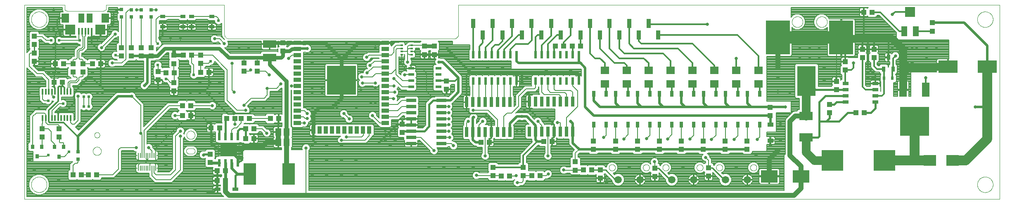
<source format=gtl>
G75*
%MOIN*%
%OFA0B0*%
%FSLAX25Y25*%
%IPPOS*%
%LPD*%
%AMOC8*
5,1,8,0,0,1.08239X$1,22.5*
%
%ADD10C,0.00000*%
%ADD11R,0.04331X0.03937*%
%ADD12R,0.03937X0.04331*%
%ADD13R,0.10630X0.06299*%
%ADD14R,0.01575X0.04500*%
%ADD15R,0.05906X0.03543*%
%ADD16R,0.03543X0.05906*%
%ADD17R,0.23622X0.23622*%
%ADD18R,0.03150X0.03937*%
%ADD19R,0.02362X0.03150*%
%ADD20R,0.17717X0.16535*%
%ADD21R,0.05000X0.02835*%
%ADD22R,0.09843X0.08661*%
%ADD23R,0.07874X0.07874*%
%ADD24R,0.05118X0.07874*%
%ADD25R,0.15748X0.09843*%
%ADD26R,0.03150X0.03543*%
%ADD27R,0.01575X0.05315*%
%ADD28R,0.08268X0.07874*%
%ADD29R,0.04724X0.07480*%
%ADD30R,0.06299X0.07480*%
%ADD31R,0.03150X0.03150*%
%ADD32R,0.04134X0.02559*%
%ADD33R,0.19685X0.27559*%
%ADD34R,0.14961X0.24016*%
%ADD35R,0.04803X0.03583*%
%ADD36R,0.01969X0.01378*%
%ADD37R,0.03150X0.04724*%
%ADD38R,0.07087X0.06299*%
%ADD39R,0.00787X0.04488*%
%ADD40R,0.02362X0.06102*%
%ADD41R,0.08000X0.02600*%
%ADD42R,0.03504X0.07283*%
%ADD43R,0.02600X0.08000*%
%ADD44R,0.06299X0.11811*%
%ADD45R,0.10630X0.07087*%
%ADD46C,0.05937*%
%ADD47R,0.10236X0.17717*%
%ADD48R,0.13819X0.10315*%
%ADD49R,0.02402X0.06299*%
%ADD50R,0.05118X0.05906*%
%ADD51R,0.04724X0.02362*%
%ADD52R,0.13780X0.09843*%
%ADD53R,0.04724X0.02756*%
%ADD54C,0.01200*%
%ADD55C,0.01000*%
%ADD56C,0.03000*%
%ADD57C,0.01600*%
%ADD58C,0.00800*%
%ADD59C,0.02578*%
%ADD60C,0.02000*%
%ADD61C,0.10000*%
%ADD62C,0.06299*%
%ADD63C,0.04000*%
%ADD64C,0.03937*%
%ADD65C,0.00600*%
%ADD66C,0.02400*%
%ADD67C,0.03200*%
%ADD68C,0.07087*%
%ADD69C,0.02362*%
%ADD70C,0.07874*%
D10*
X0060586Y0028959D02*
X0060586Y0186439D01*
X0093066Y0186439D01*
X0093066Y0183487D01*
X0093068Y0183401D01*
X0093073Y0183315D01*
X0093083Y0183230D01*
X0093096Y0183145D01*
X0093113Y0183061D01*
X0093133Y0182977D01*
X0093157Y0182895D01*
X0093185Y0182814D01*
X0093216Y0182733D01*
X0093250Y0182655D01*
X0093288Y0182578D01*
X0093330Y0182503D01*
X0093374Y0182429D01*
X0093422Y0182358D01*
X0093473Y0182288D01*
X0093527Y0182221D01*
X0093583Y0182157D01*
X0093643Y0182095D01*
X0093705Y0182035D01*
X0093769Y0181979D01*
X0093836Y0181925D01*
X0093906Y0181874D01*
X0093977Y0181826D01*
X0094051Y0181782D01*
X0094126Y0181740D01*
X0094203Y0181702D01*
X0094281Y0181668D01*
X0094362Y0181637D01*
X0094443Y0181609D01*
X0094525Y0181585D01*
X0094609Y0181565D01*
X0094693Y0181548D01*
X0094778Y0181535D01*
X0094863Y0181525D01*
X0094949Y0181520D01*
X0095035Y0181518D01*
X0124562Y0181518D01*
X0124648Y0181520D01*
X0124734Y0181525D01*
X0124819Y0181535D01*
X0124904Y0181548D01*
X0124988Y0181565D01*
X0125072Y0181585D01*
X0125154Y0181609D01*
X0125235Y0181637D01*
X0125316Y0181668D01*
X0125394Y0181702D01*
X0125471Y0181740D01*
X0125547Y0181782D01*
X0125620Y0181826D01*
X0125691Y0181874D01*
X0125761Y0181925D01*
X0125828Y0181979D01*
X0125892Y0182035D01*
X0125954Y0182095D01*
X0126014Y0182157D01*
X0126070Y0182221D01*
X0126124Y0182288D01*
X0126175Y0182358D01*
X0126223Y0182429D01*
X0126267Y0182503D01*
X0126309Y0182578D01*
X0126347Y0182655D01*
X0126381Y0182733D01*
X0126412Y0182814D01*
X0126440Y0182895D01*
X0126464Y0182977D01*
X0126484Y0183061D01*
X0126501Y0183145D01*
X0126514Y0183230D01*
X0126524Y0183315D01*
X0126529Y0183401D01*
X0126531Y0183487D01*
X0126531Y0186439D01*
X0222003Y0186439D01*
X0222003Y0162817D01*
X0222005Y0162693D01*
X0222011Y0162570D01*
X0222020Y0162446D01*
X0222034Y0162324D01*
X0222051Y0162201D01*
X0222073Y0162079D01*
X0222098Y0161958D01*
X0222127Y0161838D01*
X0222159Y0161719D01*
X0222196Y0161600D01*
X0222236Y0161483D01*
X0222279Y0161368D01*
X0222327Y0161253D01*
X0222378Y0161141D01*
X0222432Y0161030D01*
X0222490Y0160920D01*
X0222551Y0160813D01*
X0222616Y0160707D01*
X0222684Y0160604D01*
X0222755Y0160503D01*
X0222829Y0160404D01*
X0222906Y0160307D01*
X0222987Y0160213D01*
X0223070Y0160122D01*
X0223156Y0160033D01*
X0223245Y0159947D01*
X0223336Y0159864D01*
X0223430Y0159783D01*
X0223527Y0159706D01*
X0223626Y0159632D01*
X0223727Y0159561D01*
X0223830Y0159493D01*
X0223936Y0159428D01*
X0224043Y0159367D01*
X0224153Y0159309D01*
X0224264Y0159255D01*
X0224376Y0159204D01*
X0224491Y0159156D01*
X0224606Y0159113D01*
X0224723Y0159073D01*
X0224842Y0159036D01*
X0224961Y0159004D01*
X0225081Y0158975D01*
X0225202Y0158950D01*
X0225324Y0158928D01*
X0225447Y0158911D01*
X0225569Y0158897D01*
X0225693Y0158888D01*
X0225816Y0158882D01*
X0225940Y0158880D01*
X0407043Y0158880D01*
X0407167Y0158882D01*
X0407290Y0158888D01*
X0407414Y0158897D01*
X0407536Y0158911D01*
X0407659Y0158928D01*
X0407781Y0158950D01*
X0407902Y0158975D01*
X0408022Y0159004D01*
X0408141Y0159036D01*
X0408260Y0159073D01*
X0408377Y0159113D01*
X0408492Y0159156D01*
X0408607Y0159204D01*
X0408719Y0159255D01*
X0408830Y0159309D01*
X0408940Y0159367D01*
X0409047Y0159428D01*
X0409153Y0159493D01*
X0409256Y0159561D01*
X0409357Y0159632D01*
X0409456Y0159706D01*
X0409553Y0159783D01*
X0409647Y0159864D01*
X0409738Y0159947D01*
X0409827Y0160033D01*
X0409913Y0160122D01*
X0409996Y0160213D01*
X0410077Y0160307D01*
X0410154Y0160404D01*
X0410228Y0160503D01*
X0410299Y0160604D01*
X0410367Y0160707D01*
X0410432Y0160813D01*
X0410493Y0160920D01*
X0410551Y0161030D01*
X0410605Y0161141D01*
X0410656Y0161253D01*
X0410704Y0161368D01*
X0410747Y0161483D01*
X0410787Y0161600D01*
X0410824Y0161719D01*
X0410856Y0161838D01*
X0410885Y0161958D01*
X0410910Y0162079D01*
X0410932Y0162201D01*
X0410949Y0162324D01*
X0410963Y0162446D01*
X0410972Y0162570D01*
X0410978Y0162693D01*
X0410980Y0162817D01*
X0410980Y0186439D01*
X0847987Y0186439D01*
X0847987Y0028959D01*
X0060586Y0028959D01*
X0066098Y0040770D02*
X0066100Y0040928D01*
X0066106Y0041086D01*
X0066116Y0041244D01*
X0066130Y0041402D01*
X0066148Y0041559D01*
X0066169Y0041716D01*
X0066195Y0041872D01*
X0066225Y0042028D01*
X0066258Y0042183D01*
X0066296Y0042336D01*
X0066337Y0042489D01*
X0066382Y0042641D01*
X0066431Y0042792D01*
X0066484Y0042941D01*
X0066540Y0043089D01*
X0066600Y0043235D01*
X0066664Y0043380D01*
X0066732Y0043523D01*
X0066803Y0043665D01*
X0066877Y0043805D01*
X0066955Y0043942D01*
X0067037Y0044078D01*
X0067121Y0044212D01*
X0067210Y0044343D01*
X0067301Y0044472D01*
X0067396Y0044599D01*
X0067493Y0044724D01*
X0067594Y0044846D01*
X0067698Y0044965D01*
X0067805Y0045082D01*
X0067915Y0045196D01*
X0068028Y0045307D01*
X0068143Y0045416D01*
X0068261Y0045521D01*
X0068382Y0045623D01*
X0068505Y0045723D01*
X0068631Y0045819D01*
X0068759Y0045912D01*
X0068889Y0046002D01*
X0069022Y0046088D01*
X0069157Y0046172D01*
X0069293Y0046251D01*
X0069432Y0046328D01*
X0069573Y0046400D01*
X0069715Y0046470D01*
X0069859Y0046535D01*
X0070005Y0046597D01*
X0070152Y0046655D01*
X0070301Y0046710D01*
X0070451Y0046761D01*
X0070602Y0046808D01*
X0070754Y0046851D01*
X0070907Y0046890D01*
X0071062Y0046926D01*
X0071217Y0046957D01*
X0071373Y0046985D01*
X0071529Y0047009D01*
X0071686Y0047029D01*
X0071844Y0047045D01*
X0072001Y0047057D01*
X0072160Y0047065D01*
X0072318Y0047069D01*
X0072476Y0047069D01*
X0072634Y0047065D01*
X0072793Y0047057D01*
X0072950Y0047045D01*
X0073108Y0047029D01*
X0073265Y0047009D01*
X0073421Y0046985D01*
X0073577Y0046957D01*
X0073732Y0046926D01*
X0073887Y0046890D01*
X0074040Y0046851D01*
X0074192Y0046808D01*
X0074343Y0046761D01*
X0074493Y0046710D01*
X0074642Y0046655D01*
X0074789Y0046597D01*
X0074935Y0046535D01*
X0075079Y0046470D01*
X0075221Y0046400D01*
X0075362Y0046328D01*
X0075501Y0046251D01*
X0075637Y0046172D01*
X0075772Y0046088D01*
X0075905Y0046002D01*
X0076035Y0045912D01*
X0076163Y0045819D01*
X0076289Y0045723D01*
X0076412Y0045623D01*
X0076533Y0045521D01*
X0076651Y0045416D01*
X0076766Y0045307D01*
X0076879Y0045196D01*
X0076989Y0045082D01*
X0077096Y0044965D01*
X0077200Y0044846D01*
X0077301Y0044724D01*
X0077398Y0044599D01*
X0077493Y0044472D01*
X0077584Y0044343D01*
X0077673Y0044212D01*
X0077757Y0044078D01*
X0077839Y0043942D01*
X0077917Y0043805D01*
X0077991Y0043665D01*
X0078062Y0043523D01*
X0078130Y0043380D01*
X0078194Y0043235D01*
X0078254Y0043089D01*
X0078310Y0042941D01*
X0078363Y0042792D01*
X0078412Y0042641D01*
X0078457Y0042489D01*
X0078498Y0042336D01*
X0078536Y0042183D01*
X0078569Y0042028D01*
X0078599Y0041872D01*
X0078625Y0041716D01*
X0078646Y0041559D01*
X0078664Y0041402D01*
X0078678Y0041244D01*
X0078688Y0041086D01*
X0078694Y0040928D01*
X0078696Y0040770D01*
X0078694Y0040612D01*
X0078688Y0040454D01*
X0078678Y0040296D01*
X0078664Y0040138D01*
X0078646Y0039981D01*
X0078625Y0039824D01*
X0078599Y0039668D01*
X0078569Y0039512D01*
X0078536Y0039357D01*
X0078498Y0039204D01*
X0078457Y0039051D01*
X0078412Y0038899D01*
X0078363Y0038748D01*
X0078310Y0038599D01*
X0078254Y0038451D01*
X0078194Y0038305D01*
X0078130Y0038160D01*
X0078062Y0038017D01*
X0077991Y0037875D01*
X0077917Y0037735D01*
X0077839Y0037598D01*
X0077757Y0037462D01*
X0077673Y0037328D01*
X0077584Y0037197D01*
X0077493Y0037068D01*
X0077398Y0036941D01*
X0077301Y0036816D01*
X0077200Y0036694D01*
X0077096Y0036575D01*
X0076989Y0036458D01*
X0076879Y0036344D01*
X0076766Y0036233D01*
X0076651Y0036124D01*
X0076533Y0036019D01*
X0076412Y0035917D01*
X0076289Y0035817D01*
X0076163Y0035721D01*
X0076035Y0035628D01*
X0075905Y0035538D01*
X0075772Y0035452D01*
X0075637Y0035368D01*
X0075501Y0035289D01*
X0075362Y0035212D01*
X0075221Y0035140D01*
X0075079Y0035070D01*
X0074935Y0035005D01*
X0074789Y0034943D01*
X0074642Y0034885D01*
X0074493Y0034830D01*
X0074343Y0034779D01*
X0074192Y0034732D01*
X0074040Y0034689D01*
X0073887Y0034650D01*
X0073732Y0034614D01*
X0073577Y0034583D01*
X0073421Y0034555D01*
X0073265Y0034531D01*
X0073108Y0034511D01*
X0072950Y0034495D01*
X0072793Y0034483D01*
X0072634Y0034475D01*
X0072476Y0034471D01*
X0072318Y0034471D01*
X0072160Y0034475D01*
X0072001Y0034483D01*
X0071844Y0034495D01*
X0071686Y0034511D01*
X0071529Y0034531D01*
X0071373Y0034555D01*
X0071217Y0034583D01*
X0071062Y0034614D01*
X0070907Y0034650D01*
X0070754Y0034689D01*
X0070602Y0034732D01*
X0070451Y0034779D01*
X0070301Y0034830D01*
X0070152Y0034885D01*
X0070005Y0034943D01*
X0069859Y0035005D01*
X0069715Y0035070D01*
X0069573Y0035140D01*
X0069432Y0035212D01*
X0069293Y0035289D01*
X0069157Y0035368D01*
X0069022Y0035452D01*
X0068889Y0035538D01*
X0068759Y0035628D01*
X0068631Y0035721D01*
X0068505Y0035817D01*
X0068382Y0035917D01*
X0068261Y0036019D01*
X0068143Y0036124D01*
X0068028Y0036233D01*
X0067915Y0036344D01*
X0067805Y0036458D01*
X0067698Y0036575D01*
X0067594Y0036694D01*
X0067493Y0036816D01*
X0067396Y0036941D01*
X0067301Y0037068D01*
X0067210Y0037197D01*
X0067121Y0037328D01*
X0067037Y0037462D01*
X0066955Y0037598D01*
X0066877Y0037735D01*
X0066803Y0037875D01*
X0066732Y0038017D01*
X0066664Y0038160D01*
X0066600Y0038305D01*
X0066540Y0038451D01*
X0066484Y0038599D01*
X0066431Y0038748D01*
X0066382Y0038899D01*
X0066337Y0039051D01*
X0066296Y0039204D01*
X0066258Y0039357D01*
X0066225Y0039512D01*
X0066195Y0039668D01*
X0066169Y0039824D01*
X0066148Y0039981D01*
X0066130Y0040138D01*
X0066116Y0040296D01*
X0066106Y0040454D01*
X0066100Y0040612D01*
X0066098Y0040770D01*
X0115901Y0067935D02*
X0115903Y0068050D01*
X0115909Y0068166D01*
X0115919Y0068281D01*
X0115933Y0068396D01*
X0115951Y0068510D01*
X0115973Y0068623D01*
X0115998Y0068736D01*
X0116028Y0068847D01*
X0116061Y0068958D01*
X0116098Y0069067D01*
X0116139Y0069175D01*
X0116184Y0069282D01*
X0116232Y0069387D01*
X0116284Y0069490D01*
X0116340Y0069591D01*
X0116399Y0069691D01*
X0116461Y0069788D01*
X0116527Y0069883D01*
X0116595Y0069976D01*
X0116667Y0070066D01*
X0116742Y0070154D01*
X0116821Y0070239D01*
X0116902Y0070321D01*
X0116985Y0070401D01*
X0117072Y0070477D01*
X0117161Y0070551D01*
X0117252Y0070621D01*
X0117346Y0070689D01*
X0117442Y0070753D01*
X0117541Y0070813D01*
X0117641Y0070870D01*
X0117743Y0070924D01*
X0117847Y0070974D01*
X0117953Y0071021D01*
X0118060Y0071064D01*
X0118169Y0071103D01*
X0118279Y0071138D01*
X0118390Y0071169D01*
X0118502Y0071197D01*
X0118615Y0071221D01*
X0118729Y0071241D01*
X0118844Y0071257D01*
X0118959Y0071269D01*
X0119074Y0071277D01*
X0119189Y0071281D01*
X0119305Y0071281D01*
X0119420Y0071277D01*
X0119535Y0071269D01*
X0119650Y0071257D01*
X0119765Y0071241D01*
X0119879Y0071221D01*
X0119992Y0071197D01*
X0120104Y0071169D01*
X0120215Y0071138D01*
X0120325Y0071103D01*
X0120434Y0071064D01*
X0120541Y0071021D01*
X0120647Y0070974D01*
X0120751Y0070924D01*
X0120853Y0070870D01*
X0120953Y0070813D01*
X0121052Y0070753D01*
X0121148Y0070689D01*
X0121242Y0070621D01*
X0121333Y0070551D01*
X0121422Y0070477D01*
X0121509Y0070401D01*
X0121592Y0070321D01*
X0121673Y0070239D01*
X0121752Y0070154D01*
X0121827Y0070066D01*
X0121899Y0069976D01*
X0121967Y0069883D01*
X0122033Y0069788D01*
X0122095Y0069691D01*
X0122154Y0069591D01*
X0122210Y0069490D01*
X0122262Y0069387D01*
X0122310Y0069282D01*
X0122355Y0069175D01*
X0122396Y0069067D01*
X0122433Y0068958D01*
X0122466Y0068847D01*
X0122496Y0068736D01*
X0122521Y0068623D01*
X0122543Y0068510D01*
X0122561Y0068396D01*
X0122575Y0068281D01*
X0122585Y0068166D01*
X0122591Y0068050D01*
X0122593Y0067935D01*
X0122591Y0067820D01*
X0122585Y0067704D01*
X0122575Y0067589D01*
X0122561Y0067474D01*
X0122543Y0067360D01*
X0122521Y0067247D01*
X0122496Y0067134D01*
X0122466Y0067023D01*
X0122433Y0066912D01*
X0122396Y0066803D01*
X0122355Y0066695D01*
X0122310Y0066588D01*
X0122262Y0066483D01*
X0122210Y0066380D01*
X0122154Y0066279D01*
X0122095Y0066179D01*
X0122033Y0066082D01*
X0121967Y0065987D01*
X0121899Y0065894D01*
X0121827Y0065804D01*
X0121752Y0065716D01*
X0121673Y0065631D01*
X0121592Y0065549D01*
X0121509Y0065469D01*
X0121422Y0065393D01*
X0121333Y0065319D01*
X0121242Y0065249D01*
X0121148Y0065181D01*
X0121052Y0065117D01*
X0120953Y0065057D01*
X0120853Y0065000D01*
X0120751Y0064946D01*
X0120647Y0064896D01*
X0120541Y0064849D01*
X0120434Y0064806D01*
X0120325Y0064767D01*
X0120215Y0064732D01*
X0120104Y0064701D01*
X0119992Y0064673D01*
X0119879Y0064649D01*
X0119765Y0064629D01*
X0119650Y0064613D01*
X0119535Y0064601D01*
X0119420Y0064593D01*
X0119305Y0064589D01*
X0119189Y0064589D01*
X0119074Y0064593D01*
X0118959Y0064601D01*
X0118844Y0064613D01*
X0118729Y0064629D01*
X0118615Y0064649D01*
X0118502Y0064673D01*
X0118390Y0064701D01*
X0118279Y0064732D01*
X0118169Y0064767D01*
X0118060Y0064806D01*
X0117953Y0064849D01*
X0117847Y0064896D01*
X0117743Y0064946D01*
X0117641Y0065000D01*
X0117541Y0065057D01*
X0117442Y0065117D01*
X0117346Y0065181D01*
X0117252Y0065249D01*
X0117161Y0065319D01*
X0117072Y0065393D01*
X0116985Y0065469D01*
X0116902Y0065549D01*
X0116821Y0065631D01*
X0116742Y0065716D01*
X0116667Y0065804D01*
X0116595Y0065894D01*
X0116527Y0065987D01*
X0116461Y0066082D01*
X0116399Y0066179D01*
X0116340Y0066279D01*
X0116284Y0066380D01*
X0116232Y0066483D01*
X0116184Y0066588D01*
X0116139Y0066695D01*
X0116098Y0066803D01*
X0116061Y0066912D01*
X0116028Y0067023D01*
X0115998Y0067134D01*
X0115973Y0067247D01*
X0115951Y0067360D01*
X0115933Y0067474D01*
X0115919Y0067589D01*
X0115909Y0067704D01*
X0115903Y0067820D01*
X0115901Y0067935D01*
X0117082Y0080928D02*
X0117084Y0081021D01*
X0117090Y0081113D01*
X0117100Y0081205D01*
X0117114Y0081296D01*
X0117131Y0081387D01*
X0117153Y0081477D01*
X0117178Y0081566D01*
X0117207Y0081654D01*
X0117240Y0081740D01*
X0117277Y0081825D01*
X0117317Y0081909D01*
X0117361Y0081990D01*
X0117408Y0082070D01*
X0117458Y0082148D01*
X0117512Y0082223D01*
X0117569Y0082296D01*
X0117629Y0082366D01*
X0117692Y0082434D01*
X0117758Y0082499D01*
X0117826Y0082561D01*
X0117897Y0082621D01*
X0117971Y0082677D01*
X0118047Y0082730D01*
X0118125Y0082779D01*
X0118205Y0082826D01*
X0118287Y0082868D01*
X0118371Y0082908D01*
X0118456Y0082943D01*
X0118543Y0082975D01*
X0118631Y0083004D01*
X0118720Y0083028D01*
X0118810Y0083049D01*
X0118901Y0083065D01*
X0118993Y0083078D01*
X0119085Y0083087D01*
X0119178Y0083092D01*
X0119270Y0083093D01*
X0119363Y0083090D01*
X0119455Y0083083D01*
X0119547Y0083072D01*
X0119638Y0083057D01*
X0119729Y0083039D01*
X0119819Y0083016D01*
X0119907Y0082990D01*
X0119995Y0082960D01*
X0120081Y0082926D01*
X0120165Y0082889D01*
X0120248Y0082847D01*
X0120329Y0082803D01*
X0120409Y0082755D01*
X0120486Y0082704D01*
X0120560Y0082649D01*
X0120633Y0082591D01*
X0120703Y0082531D01*
X0120770Y0082467D01*
X0120834Y0082401D01*
X0120896Y0082331D01*
X0120954Y0082260D01*
X0121009Y0082186D01*
X0121061Y0082109D01*
X0121110Y0082030D01*
X0121156Y0081950D01*
X0121198Y0081867D01*
X0121236Y0081783D01*
X0121271Y0081697D01*
X0121302Y0081610D01*
X0121329Y0081522D01*
X0121352Y0081432D01*
X0121372Y0081342D01*
X0121388Y0081251D01*
X0121400Y0081159D01*
X0121408Y0081067D01*
X0121412Y0080974D01*
X0121412Y0080882D01*
X0121408Y0080789D01*
X0121400Y0080697D01*
X0121388Y0080605D01*
X0121372Y0080514D01*
X0121352Y0080424D01*
X0121329Y0080334D01*
X0121302Y0080246D01*
X0121271Y0080159D01*
X0121236Y0080073D01*
X0121198Y0079989D01*
X0121156Y0079906D01*
X0121110Y0079826D01*
X0121061Y0079747D01*
X0121009Y0079670D01*
X0120954Y0079596D01*
X0120896Y0079525D01*
X0120834Y0079455D01*
X0120770Y0079389D01*
X0120703Y0079325D01*
X0120633Y0079265D01*
X0120560Y0079207D01*
X0120486Y0079152D01*
X0120409Y0079101D01*
X0120330Y0079053D01*
X0120248Y0079009D01*
X0120165Y0078967D01*
X0120081Y0078930D01*
X0119995Y0078896D01*
X0119907Y0078866D01*
X0119819Y0078840D01*
X0119729Y0078817D01*
X0119638Y0078799D01*
X0119547Y0078784D01*
X0119455Y0078773D01*
X0119363Y0078766D01*
X0119270Y0078763D01*
X0119178Y0078764D01*
X0119085Y0078769D01*
X0118993Y0078778D01*
X0118901Y0078791D01*
X0118810Y0078807D01*
X0118720Y0078828D01*
X0118631Y0078852D01*
X0118543Y0078881D01*
X0118456Y0078913D01*
X0118371Y0078948D01*
X0118287Y0078988D01*
X0118205Y0079030D01*
X0118125Y0079077D01*
X0118047Y0079126D01*
X0117971Y0079179D01*
X0117897Y0079235D01*
X0117826Y0079295D01*
X0117758Y0079357D01*
X0117692Y0079422D01*
X0117629Y0079490D01*
X0117569Y0079560D01*
X0117512Y0079633D01*
X0117458Y0079708D01*
X0117408Y0079786D01*
X0117361Y0079866D01*
X0117317Y0079947D01*
X0117277Y0080031D01*
X0117240Y0080116D01*
X0117207Y0080202D01*
X0117178Y0080290D01*
X0117153Y0080379D01*
X0117131Y0080469D01*
X0117114Y0080560D01*
X0117100Y0080651D01*
X0117090Y0080743D01*
X0117084Y0080835D01*
X0117082Y0080928D01*
X0193460Y0070101D02*
X0196216Y0070101D01*
X0196308Y0070095D01*
X0196399Y0070085D01*
X0196490Y0070071D01*
X0196580Y0070053D01*
X0196669Y0070032D01*
X0196758Y0070006D01*
X0196845Y0069977D01*
X0196931Y0069945D01*
X0197015Y0069909D01*
X0197098Y0069869D01*
X0197179Y0069826D01*
X0197258Y0069779D01*
X0197335Y0069729D01*
X0197410Y0069676D01*
X0197483Y0069619D01*
X0197553Y0069560D01*
X0197620Y0069498D01*
X0197685Y0069433D01*
X0197747Y0069365D01*
X0197807Y0069295D01*
X0197863Y0069222D01*
X0197916Y0069147D01*
X0197965Y0069070D01*
X0198012Y0068991D01*
X0198055Y0068909D01*
X0198094Y0068826D01*
X0198130Y0068742D01*
X0198163Y0068656D01*
X0198191Y0068569D01*
X0198216Y0068480D01*
X0198238Y0068391D01*
X0198255Y0068301D01*
X0198269Y0068210D01*
X0198278Y0068119D01*
X0198284Y0068027D01*
X0198286Y0067935D01*
X0198284Y0067843D01*
X0198278Y0067751D01*
X0198269Y0067660D01*
X0198255Y0067569D01*
X0198238Y0067479D01*
X0198216Y0067390D01*
X0198191Y0067301D01*
X0198163Y0067214D01*
X0198130Y0067128D01*
X0198094Y0067044D01*
X0198055Y0066961D01*
X0198012Y0066879D01*
X0197965Y0066800D01*
X0197916Y0066723D01*
X0197863Y0066648D01*
X0197807Y0066575D01*
X0197747Y0066505D01*
X0197685Y0066437D01*
X0197620Y0066372D01*
X0197553Y0066310D01*
X0197483Y0066251D01*
X0197410Y0066194D01*
X0197335Y0066141D01*
X0197258Y0066091D01*
X0197179Y0066044D01*
X0197098Y0066001D01*
X0197015Y0065961D01*
X0196931Y0065925D01*
X0196845Y0065893D01*
X0196758Y0065864D01*
X0196669Y0065838D01*
X0196580Y0065817D01*
X0196490Y0065799D01*
X0196399Y0065785D01*
X0196308Y0065775D01*
X0196216Y0065769D01*
X0196216Y0065770D02*
X0193460Y0065770D01*
X0193368Y0065772D01*
X0193276Y0065778D01*
X0193185Y0065788D01*
X0193094Y0065801D01*
X0193004Y0065819D01*
X0192914Y0065840D01*
X0192826Y0065865D01*
X0192739Y0065894D01*
X0192653Y0065926D01*
X0192568Y0065962D01*
X0192485Y0066002D01*
X0192404Y0066045D01*
X0192325Y0066091D01*
X0192248Y0066141D01*
X0192173Y0066194D01*
X0192100Y0066251D01*
X0192030Y0066310D01*
X0191962Y0066372D01*
X0191897Y0066437D01*
X0191835Y0066505D01*
X0191776Y0066575D01*
X0191719Y0066648D01*
X0191666Y0066723D01*
X0191616Y0066800D01*
X0191570Y0066879D01*
X0191527Y0066960D01*
X0191487Y0067043D01*
X0191451Y0067128D01*
X0191419Y0067214D01*
X0191390Y0067301D01*
X0191365Y0067389D01*
X0191344Y0067479D01*
X0191326Y0067569D01*
X0191313Y0067660D01*
X0191303Y0067751D01*
X0191297Y0067843D01*
X0191295Y0067935D01*
X0191297Y0068027D01*
X0191303Y0068119D01*
X0191313Y0068210D01*
X0191326Y0068301D01*
X0191344Y0068391D01*
X0191365Y0068481D01*
X0191390Y0068569D01*
X0191419Y0068656D01*
X0191451Y0068742D01*
X0191487Y0068827D01*
X0191527Y0068910D01*
X0191570Y0068991D01*
X0191616Y0069070D01*
X0191666Y0069147D01*
X0191719Y0069222D01*
X0191776Y0069295D01*
X0191835Y0069365D01*
X0191897Y0069433D01*
X0191962Y0069498D01*
X0192030Y0069560D01*
X0192100Y0069619D01*
X0192173Y0069676D01*
X0192248Y0069729D01*
X0192325Y0069779D01*
X0192404Y0069825D01*
X0192485Y0069868D01*
X0192568Y0069908D01*
X0192653Y0069944D01*
X0192739Y0069976D01*
X0192826Y0070005D01*
X0192914Y0070030D01*
X0193004Y0070051D01*
X0193094Y0070069D01*
X0193185Y0070082D01*
X0193276Y0070092D01*
X0193368Y0070098D01*
X0193460Y0070100D01*
X0191492Y0080928D02*
X0191494Y0081043D01*
X0191500Y0081159D01*
X0191510Y0081274D01*
X0191524Y0081389D01*
X0191542Y0081503D01*
X0191564Y0081616D01*
X0191589Y0081729D01*
X0191619Y0081840D01*
X0191652Y0081951D01*
X0191689Y0082060D01*
X0191730Y0082168D01*
X0191775Y0082275D01*
X0191823Y0082380D01*
X0191875Y0082483D01*
X0191931Y0082584D01*
X0191990Y0082684D01*
X0192052Y0082781D01*
X0192118Y0082876D01*
X0192186Y0082969D01*
X0192258Y0083059D01*
X0192333Y0083147D01*
X0192412Y0083232D01*
X0192493Y0083314D01*
X0192576Y0083394D01*
X0192663Y0083470D01*
X0192752Y0083544D01*
X0192843Y0083614D01*
X0192937Y0083682D01*
X0193033Y0083746D01*
X0193132Y0083806D01*
X0193232Y0083863D01*
X0193334Y0083917D01*
X0193438Y0083967D01*
X0193544Y0084014D01*
X0193651Y0084057D01*
X0193760Y0084096D01*
X0193870Y0084131D01*
X0193981Y0084162D01*
X0194093Y0084190D01*
X0194206Y0084214D01*
X0194320Y0084234D01*
X0194435Y0084250D01*
X0194550Y0084262D01*
X0194665Y0084270D01*
X0194780Y0084274D01*
X0194896Y0084274D01*
X0195011Y0084270D01*
X0195126Y0084262D01*
X0195241Y0084250D01*
X0195356Y0084234D01*
X0195470Y0084214D01*
X0195583Y0084190D01*
X0195695Y0084162D01*
X0195806Y0084131D01*
X0195916Y0084096D01*
X0196025Y0084057D01*
X0196132Y0084014D01*
X0196238Y0083967D01*
X0196342Y0083917D01*
X0196444Y0083863D01*
X0196544Y0083806D01*
X0196643Y0083746D01*
X0196739Y0083682D01*
X0196833Y0083614D01*
X0196924Y0083544D01*
X0197013Y0083470D01*
X0197100Y0083394D01*
X0197183Y0083314D01*
X0197264Y0083232D01*
X0197343Y0083147D01*
X0197418Y0083059D01*
X0197490Y0082969D01*
X0197558Y0082876D01*
X0197624Y0082781D01*
X0197686Y0082684D01*
X0197745Y0082584D01*
X0197801Y0082483D01*
X0197853Y0082380D01*
X0197901Y0082275D01*
X0197946Y0082168D01*
X0197987Y0082060D01*
X0198024Y0081951D01*
X0198057Y0081840D01*
X0198087Y0081729D01*
X0198112Y0081616D01*
X0198134Y0081503D01*
X0198152Y0081389D01*
X0198166Y0081274D01*
X0198176Y0081159D01*
X0198182Y0081043D01*
X0198184Y0080928D01*
X0198182Y0080813D01*
X0198176Y0080697D01*
X0198166Y0080582D01*
X0198152Y0080467D01*
X0198134Y0080353D01*
X0198112Y0080240D01*
X0198087Y0080127D01*
X0198057Y0080016D01*
X0198024Y0079905D01*
X0197987Y0079796D01*
X0197946Y0079688D01*
X0197901Y0079581D01*
X0197853Y0079476D01*
X0197801Y0079373D01*
X0197745Y0079272D01*
X0197686Y0079172D01*
X0197624Y0079075D01*
X0197558Y0078980D01*
X0197490Y0078887D01*
X0197418Y0078797D01*
X0197343Y0078709D01*
X0197264Y0078624D01*
X0197183Y0078542D01*
X0197100Y0078462D01*
X0197013Y0078386D01*
X0196924Y0078312D01*
X0196833Y0078242D01*
X0196739Y0078174D01*
X0196643Y0078110D01*
X0196544Y0078050D01*
X0196444Y0077993D01*
X0196342Y0077939D01*
X0196238Y0077889D01*
X0196132Y0077842D01*
X0196025Y0077799D01*
X0195916Y0077760D01*
X0195806Y0077725D01*
X0195695Y0077694D01*
X0195583Y0077666D01*
X0195470Y0077642D01*
X0195356Y0077622D01*
X0195241Y0077606D01*
X0195126Y0077594D01*
X0195011Y0077586D01*
X0194896Y0077582D01*
X0194780Y0077582D01*
X0194665Y0077586D01*
X0194550Y0077594D01*
X0194435Y0077606D01*
X0194320Y0077622D01*
X0194206Y0077642D01*
X0194093Y0077666D01*
X0193981Y0077694D01*
X0193870Y0077725D01*
X0193760Y0077760D01*
X0193651Y0077799D01*
X0193544Y0077842D01*
X0193438Y0077889D01*
X0193334Y0077939D01*
X0193232Y0077993D01*
X0193132Y0078050D01*
X0193033Y0078110D01*
X0192937Y0078174D01*
X0192843Y0078242D01*
X0192752Y0078312D01*
X0192663Y0078386D01*
X0192576Y0078462D01*
X0192493Y0078542D01*
X0192412Y0078624D01*
X0192333Y0078709D01*
X0192258Y0078797D01*
X0192186Y0078887D01*
X0192118Y0078980D01*
X0192052Y0079075D01*
X0191990Y0079172D01*
X0191931Y0079272D01*
X0191875Y0079373D01*
X0191823Y0079476D01*
X0191775Y0079581D01*
X0191730Y0079688D01*
X0191689Y0079796D01*
X0191652Y0079905D01*
X0191619Y0080016D01*
X0191589Y0080127D01*
X0191564Y0080240D01*
X0191542Y0080353D01*
X0191524Y0080467D01*
X0191510Y0080582D01*
X0191500Y0080697D01*
X0191494Y0080813D01*
X0191492Y0080928D01*
X0066098Y0174628D02*
X0066100Y0174786D01*
X0066106Y0174944D01*
X0066116Y0175102D01*
X0066130Y0175260D01*
X0066148Y0175417D01*
X0066169Y0175574D01*
X0066195Y0175730D01*
X0066225Y0175886D01*
X0066258Y0176041D01*
X0066296Y0176194D01*
X0066337Y0176347D01*
X0066382Y0176499D01*
X0066431Y0176650D01*
X0066484Y0176799D01*
X0066540Y0176947D01*
X0066600Y0177093D01*
X0066664Y0177238D01*
X0066732Y0177381D01*
X0066803Y0177523D01*
X0066877Y0177663D01*
X0066955Y0177800D01*
X0067037Y0177936D01*
X0067121Y0178070D01*
X0067210Y0178201D01*
X0067301Y0178330D01*
X0067396Y0178457D01*
X0067493Y0178582D01*
X0067594Y0178704D01*
X0067698Y0178823D01*
X0067805Y0178940D01*
X0067915Y0179054D01*
X0068028Y0179165D01*
X0068143Y0179274D01*
X0068261Y0179379D01*
X0068382Y0179481D01*
X0068505Y0179581D01*
X0068631Y0179677D01*
X0068759Y0179770D01*
X0068889Y0179860D01*
X0069022Y0179946D01*
X0069157Y0180030D01*
X0069293Y0180109D01*
X0069432Y0180186D01*
X0069573Y0180258D01*
X0069715Y0180328D01*
X0069859Y0180393D01*
X0070005Y0180455D01*
X0070152Y0180513D01*
X0070301Y0180568D01*
X0070451Y0180619D01*
X0070602Y0180666D01*
X0070754Y0180709D01*
X0070907Y0180748D01*
X0071062Y0180784D01*
X0071217Y0180815D01*
X0071373Y0180843D01*
X0071529Y0180867D01*
X0071686Y0180887D01*
X0071844Y0180903D01*
X0072001Y0180915D01*
X0072160Y0180923D01*
X0072318Y0180927D01*
X0072476Y0180927D01*
X0072634Y0180923D01*
X0072793Y0180915D01*
X0072950Y0180903D01*
X0073108Y0180887D01*
X0073265Y0180867D01*
X0073421Y0180843D01*
X0073577Y0180815D01*
X0073732Y0180784D01*
X0073887Y0180748D01*
X0074040Y0180709D01*
X0074192Y0180666D01*
X0074343Y0180619D01*
X0074493Y0180568D01*
X0074642Y0180513D01*
X0074789Y0180455D01*
X0074935Y0180393D01*
X0075079Y0180328D01*
X0075221Y0180258D01*
X0075362Y0180186D01*
X0075501Y0180109D01*
X0075637Y0180030D01*
X0075772Y0179946D01*
X0075905Y0179860D01*
X0076035Y0179770D01*
X0076163Y0179677D01*
X0076289Y0179581D01*
X0076412Y0179481D01*
X0076533Y0179379D01*
X0076651Y0179274D01*
X0076766Y0179165D01*
X0076879Y0179054D01*
X0076989Y0178940D01*
X0077096Y0178823D01*
X0077200Y0178704D01*
X0077301Y0178582D01*
X0077398Y0178457D01*
X0077493Y0178330D01*
X0077584Y0178201D01*
X0077673Y0178070D01*
X0077757Y0177936D01*
X0077839Y0177800D01*
X0077917Y0177663D01*
X0077991Y0177523D01*
X0078062Y0177381D01*
X0078130Y0177238D01*
X0078194Y0177093D01*
X0078254Y0176947D01*
X0078310Y0176799D01*
X0078363Y0176650D01*
X0078412Y0176499D01*
X0078457Y0176347D01*
X0078498Y0176194D01*
X0078536Y0176041D01*
X0078569Y0175886D01*
X0078599Y0175730D01*
X0078625Y0175574D01*
X0078646Y0175417D01*
X0078664Y0175260D01*
X0078678Y0175102D01*
X0078688Y0174944D01*
X0078694Y0174786D01*
X0078696Y0174628D01*
X0078694Y0174470D01*
X0078688Y0174312D01*
X0078678Y0174154D01*
X0078664Y0173996D01*
X0078646Y0173839D01*
X0078625Y0173682D01*
X0078599Y0173526D01*
X0078569Y0173370D01*
X0078536Y0173215D01*
X0078498Y0173062D01*
X0078457Y0172909D01*
X0078412Y0172757D01*
X0078363Y0172606D01*
X0078310Y0172457D01*
X0078254Y0172309D01*
X0078194Y0172163D01*
X0078130Y0172018D01*
X0078062Y0171875D01*
X0077991Y0171733D01*
X0077917Y0171593D01*
X0077839Y0171456D01*
X0077757Y0171320D01*
X0077673Y0171186D01*
X0077584Y0171055D01*
X0077493Y0170926D01*
X0077398Y0170799D01*
X0077301Y0170674D01*
X0077200Y0170552D01*
X0077096Y0170433D01*
X0076989Y0170316D01*
X0076879Y0170202D01*
X0076766Y0170091D01*
X0076651Y0169982D01*
X0076533Y0169877D01*
X0076412Y0169775D01*
X0076289Y0169675D01*
X0076163Y0169579D01*
X0076035Y0169486D01*
X0075905Y0169396D01*
X0075772Y0169310D01*
X0075637Y0169226D01*
X0075501Y0169147D01*
X0075362Y0169070D01*
X0075221Y0168998D01*
X0075079Y0168928D01*
X0074935Y0168863D01*
X0074789Y0168801D01*
X0074642Y0168743D01*
X0074493Y0168688D01*
X0074343Y0168637D01*
X0074192Y0168590D01*
X0074040Y0168547D01*
X0073887Y0168508D01*
X0073732Y0168472D01*
X0073577Y0168441D01*
X0073421Y0168413D01*
X0073265Y0168389D01*
X0073108Y0168369D01*
X0072950Y0168353D01*
X0072793Y0168341D01*
X0072634Y0168333D01*
X0072476Y0168329D01*
X0072318Y0168329D01*
X0072160Y0168333D01*
X0072001Y0168341D01*
X0071844Y0168353D01*
X0071686Y0168369D01*
X0071529Y0168389D01*
X0071373Y0168413D01*
X0071217Y0168441D01*
X0071062Y0168472D01*
X0070907Y0168508D01*
X0070754Y0168547D01*
X0070602Y0168590D01*
X0070451Y0168637D01*
X0070301Y0168688D01*
X0070152Y0168743D01*
X0070005Y0168801D01*
X0069859Y0168863D01*
X0069715Y0168928D01*
X0069573Y0168998D01*
X0069432Y0169070D01*
X0069293Y0169147D01*
X0069157Y0169226D01*
X0069022Y0169310D01*
X0068889Y0169396D01*
X0068759Y0169486D01*
X0068631Y0169579D01*
X0068505Y0169675D01*
X0068382Y0169775D01*
X0068261Y0169877D01*
X0068143Y0169982D01*
X0068028Y0170091D01*
X0067915Y0170202D01*
X0067805Y0170316D01*
X0067698Y0170433D01*
X0067594Y0170552D01*
X0067493Y0170674D01*
X0067396Y0170799D01*
X0067301Y0170926D01*
X0067210Y0171055D01*
X0067121Y0171186D01*
X0067037Y0171320D01*
X0066955Y0171456D01*
X0066877Y0171593D01*
X0066803Y0171733D01*
X0066732Y0171875D01*
X0066664Y0172018D01*
X0066600Y0172163D01*
X0066540Y0172309D01*
X0066484Y0172457D01*
X0066431Y0172606D01*
X0066382Y0172757D01*
X0066337Y0172909D01*
X0066296Y0173062D01*
X0066258Y0173215D01*
X0066225Y0173370D01*
X0066195Y0173526D01*
X0066169Y0173682D01*
X0066148Y0173839D01*
X0066130Y0173996D01*
X0066116Y0174154D01*
X0066106Y0174312D01*
X0066100Y0174470D01*
X0066098Y0174628D01*
X0532436Y0054550D02*
X0532438Y0054651D01*
X0532444Y0054752D01*
X0532454Y0054853D01*
X0532468Y0054953D01*
X0532486Y0055052D01*
X0532508Y0055151D01*
X0532533Y0055249D01*
X0532563Y0055346D01*
X0532596Y0055441D01*
X0532633Y0055535D01*
X0532674Y0055628D01*
X0532718Y0055719D01*
X0532766Y0055808D01*
X0532818Y0055895D01*
X0532873Y0055980D01*
X0532931Y0056062D01*
X0532992Y0056143D01*
X0533057Y0056221D01*
X0533124Y0056296D01*
X0533194Y0056368D01*
X0533268Y0056438D01*
X0533344Y0056505D01*
X0533422Y0056569D01*
X0533503Y0056629D01*
X0533586Y0056686D01*
X0533672Y0056740D01*
X0533760Y0056791D01*
X0533849Y0056838D01*
X0533940Y0056882D01*
X0534033Y0056921D01*
X0534128Y0056958D01*
X0534223Y0056990D01*
X0534320Y0057019D01*
X0534419Y0057043D01*
X0534517Y0057064D01*
X0534617Y0057081D01*
X0534717Y0057094D01*
X0534818Y0057103D01*
X0534919Y0057108D01*
X0535020Y0057109D01*
X0535121Y0057106D01*
X0535222Y0057099D01*
X0535323Y0057088D01*
X0535423Y0057073D01*
X0535522Y0057054D01*
X0535621Y0057031D01*
X0535718Y0057005D01*
X0535815Y0056974D01*
X0535910Y0056940D01*
X0536003Y0056902D01*
X0536096Y0056860D01*
X0536186Y0056815D01*
X0536275Y0056766D01*
X0536361Y0056714D01*
X0536445Y0056658D01*
X0536528Y0056599D01*
X0536607Y0056537D01*
X0536685Y0056472D01*
X0536759Y0056404D01*
X0536831Y0056332D01*
X0536900Y0056259D01*
X0536966Y0056182D01*
X0537029Y0056103D01*
X0537089Y0056021D01*
X0537145Y0055937D01*
X0537198Y0055851D01*
X0537248Y0055763D01*
X0537294Y0055673D01*
X0537337Y0055582D01*
X0537376Y0055488D01*
X0537411Y0055393D01*
X0537442Y0055297D01*
X0537470Y0055200D01*
X0537494Y0055102D01*
X0537514Y0055003D01*
X0537530Y0054903D01*
X0537542Y0054802D01*
X0537550Y0054702D01*
X0537554Y0054601D01*
X0537554Y0054499D01*
X0537550Y0054398D01*
X0537542Y0054298D01*
X0537530Y0054197D01*
X0537514Y0054097D01*
X0537494Y0053998D01*
X0537470Y0053900D01*
X0537442Y0053803D01*
X0537411Y0053707D01*
X0537376Y0053612D01*
X0537337Y0053518D01*
X0537294Y0053427D01*
X0537248Y0053337D01*
X0537198Y0053249D01*
X0537145Y0053163D01*
X0537089Y0053079D01*
X0537029Y0052997D01*
X0536966Y0052918D01*
X0536900Y0052841D01*
X0536831Y0052768D01*
X0536759Y0052696D01*
X0536685Y0052628D01*
X0536607Y0052563D01*
X0536528Y0052501D01*
X0536445Y0052442D01*
X0536361Y0052386D01*
X0536274Y0052334D01*
X0536186Y0052285D01*
X0536096Y0052240D01*
X0536003Y0052198D01*
X0535910Y0052160D01*
X0535815Y0052126D01*
X0535718Y0052095D01*
X0535621Y0052069D01*
X0535522Y0052046D01*
X0535423Y0052027D01*
X0535323Y0052012D01*
X0535222Y0052001D01*
X0535121Y0051994D01*
X0535020Y0051991D01*
X0534919Y0051992D01*
X0534818Y0051997D01*
X0534717Y0052006D01*
X0534617Y0052019D01*
X0534517Y0052036D01*
X0534419Y0052057D01*
X0534320Y0052081D01*
X0534223Y0052110D01*
X0534128Y0052142D01*
X0534033Y0052179D01*
X0533940Y0052218D01*
X0533849Y0052262D01*
X0533760Y0052309D01*
X0533672Y0052360D01*
X0533586Y0052414D01*
X0533503Y0052471D01*
X0533422Y0052531D01*
X0533344Y0052595D01*
X0533268Y0052662D01*
X0533194Y0052732D01*
X0533124Y0052804D01*
X0533057Y0052879D01*
X0532992Y0052957D01*
X0532931Y0053038D01*
X0532873Y0053120D01*
X0532818Y0053205D01*
X0532766Y0053292D01*
X0532718Y0053381D01*
X0532674Y0053472D01*
X0532633Y0053565D01*
X0532596Y0053659D01*
X0532563Y0053754D01*
X0532533Y0053851D01*
X0532508Y0053949D01*
X0532486Y0054048D01*
X0532468Y0054147D01*
X0532454Y0054247D01*
X0532444Y0054348D01*
X0532438Y0054449D01*
X0532436Y0054550D01*
X0559995Y0054550D02*
X0559997Y0054651D01*
X0560003Y0054752D01*
X0560013Y0054853D01*
X0560027Y0054953D01*
X0560045Y0055052D01*
X0560067Y0055151D01*
X0560092Y0055249D01*
X0560122Y0055346D01*
X0560155Y0055441D01*
X0560192Y0055535D01*
X0560233Y0055628D01*
X0560277Y0055719D01*
X0560325Y0055808D01*
X0560377Y0055895D01*
X0560432Y0055980D01*
X0560490Y0056062D01*
X0560551Y0056143D01*
X0560616Y0056221D01*
X0560683Y0056296D01*
X0560753Y0056368D01*
X0560827Y0056438D01*
X0560903Y0056505D01*
X0560981Y0056569D01*
X0561062Y0056629D01*
X0561145Y0056686D01*
X0561231Y0056740D01*
X0561319Y0056791D01*
X0561408Y0056838D01*
X0561499Y0056882D01*
X0561592Y0056921D01*
X0561687Y0056958D01*
X0561782Y0056990D01*
X0561879Y0057019D01*
X0561978Y0057043D01*
X0562076Y0057064D01*
X0562176Y0057081D01*
X0562276Y0057094D01*
X0562377Y0057103D01*
X0562478Y0057108D01*
X0562579Y0057109D01*
X0562680Y0057106D01*
X0562781Y0057099D01*
X0562882Y0057088D01*
X0562982Y0057073D01*
X0563081Y0057054D01*
X0563180Y0057031D01*
X0563277Y0057005D01*
X0563374Y0056974D01*
X0563469Y0056940D01*
X0563562Y0056902D01*
X0563655Y0056860D01*
X0563745Y0056815D01*
X0563834Y0056766D01*
X0563920Y0056714D01*
X0564004Y0056658D01*
X0564087Y0056599D01*
X0564166Y0056537D01*
X0564244Y0056472D01*
X0564318Y0056404D01*
X0564390Y0056332D01*
X0564459Y0056259D01*
X0564525Y0056182D01*
X0564588Y0056103D01*
X0564648Y0056021D01*
X0564704Y0055937D01*
X0564757Y0055851D01*
X0564807Y0055763D01*
X0564853Y0055673D01*
X0564896Y0055582D01*
X0564935Y0055488D01*
X0564970Y0055393D01*
X0565001Y0055297D01*
X0565029Y0055200D01*
X0565053Y0055102D01*
X0565073Y0055003D01*
X0565089Y0054903D01*
X0565101Y0054802D01*
X0565109Y0054702D01*
X0565113Y0054601D01*
X0565113Y0054499D01*
X0565109Y0054398D01*
X0565101Y0054298D01*
X0565089Y0054197D01*
X0565073Y0054097D01*
X0565053Y0053998D01*
X0565029Y0053900D01*
X0565001Y0053803D01*
X0564970Y0053707D01*
X0564935Y0053612D01*
X0564896Y0053518D01*
X0564853Y0053427D01*
X0564807Y0053337D01*
X0564757Y0053249D01*
X0564704Y0053163D01*
X0564648Y0053079D01*
X0564588Y0052997D01*
X0564525Y0052918D01*
X0564459Y0052841D01*
X0564390Y0052768D01*
X0564318Y0052696D01*
X0564244Y0052628D01*
X0564166Y0052563D01*
X0564087Y0052501D01*
X0564004Y0052442D01*
X0563920Y0052386D01*
X0563833Y0052334D01*
X0563745Y0052285D01*
X0563655Y0052240D01*
X0563562Y0052198D01*
X0563469Y0052160D01*
X0563374Y0052126D01*
X0563277Y0052095D01*
X0563180Y0052069D01*
X0563081Y0052046D01*
X0562982Y0052027D01*
X0562882Y0052012D01*
X0562781Y0052001D01*
X0562680Y0051994D01*
X0562579Y0051991D01*
X0562478Y0051992D01*
X0562377Y0051997D01*
X0562276Y0052006D01*
X0562176Y0052019D01*
X0562076Y0052036D01*
X0561978Y0052057D01*
X0561879Y0052081D01*
X0561782Y0052110D01*
X0561687Y0052142D01*
X0561592Y0052179D01*
X0561499Y0052218D01*
X0561408Y0052262D01*
X0561319Y0052309D01*
X0561231Y0052360D01*
X0561145Y0052414D01*
X0561062Y0052471D01*
X0560981Y0052531D01*
X0560903Y0052595D01*
X0560827Y0052662D01*
X0560753Y0052732D01*
X0560683Y0052804D01*
X0560616Y0052879D01*
X0560551Y0052957D01*
X0560490Y0053038D01*
X0560432Y0053120D01*
X0560377Y0053205D01*
X0560325Y0053292D01*
X0560277Y0053381D01*
X0560233Y0053472D01*
X0560192Y0053565D01*
X0560155Y0053659D01*
X0560122Y0053754D01*
X0560092Y0053851D01*
X0560067Y0053949D01*
X0560045Y0054048D01*
X0560027Y0054147D01*
X0560013Y0054247D01*
X0560003Y0054348D01*
X0559997Y0054449D01*
X0559995Y0054550D01*
X0575743Y0054550D02*
X0575745Y0054651D01*
X0575751Y0054752D01*
X0575761Y0054853D01*
X0575775Y0054953D01*
X0575793Y0055052D01*
X0575815Y0055151D01*
X0575840Y0055249D01*
X0575870Y0055346D01*
X0575903Y0055441D01*
X0575940Y0055535D01*
X0575981Y0055628D01*
X0576025Y0055719D01*
X0576073Y0055808D01*
X0576125Y0055895D01*
X0576180Y0055980D01*
X0576238Y0056062D01*
X0576299Y0056143D01*
X0576364Y0056221D01*
X0576431Y0056296D01*
X0576501Y0056368D01*
X0576575Y0056438D01*
X0576651Y0056505D01*
X0576729Y0056569D01*
X0576810Y0056629D01*
X0576893Y0056686D01*
X0576979Y0056740D01*
X0577067Y0056791D01*
X0577156Y0056838D01*
X0577247Y0056882D01*
X0577340Y0056921D01*
X0577435Y0056958D01*
X0577530Y0056990D01*
X0577627Y0057019D01*
X0577726Y0057043D01*
X0577824Y0057064D01*
X0577924Y0057081D01*
X0578024Y0057094D01*
X0578125Y0057103D01*
X0578226Y0057108D01*
X0578327Y0057109D01*
X0578428Y0057106D01*
X0578529Y0057099D01*
X0578630Y0057088D01*
X0578730Y0057073D01*
X0578829Y0057054D01*
X0578928Y0057031D01*
X0579025Y0057005D01*
X0579122Y0056974D01*
X0579217Y0056940D01*
X0579310Y0056902D01*
X0579403Y0056860D01*
X0579493Y0056815D01*
X0579582Y0056766D01*
X0579668Y0056714D01*
X0579752Y0056658D01*
X0579835Y0056599D01*
X0579914Y0056537D01*
X0579992Y0056472D01*
X0580066Y0056404D01*
X0580138Y0056332D01*
X0580207Y0056259D01*
X0580273Y0056182D01*
X0580336Y0056103D01*
X0580396Y0056021D01*
X0580452Y0055937D01*
X0580505Y0055851D01*
X0580555Y0055763D01*
X0580601Y0055673D01*
X0580644Y0055582D01*
X0580683Y0055488D01*
X0580718Y0055393D01*
X0580749Y0055297D01*
X0580777Y0055200D01*
X0580801Y0055102D01*
X0580821Y0055003D01*
X0580837Y0054903D01*
X0580849Y0054802D01*
X0580857Y0054702D01*
X0580861Y0054601D01*
X0580861Y0054499D01*
X0580857Y0054398D01*
X0580849Y0054298D01*
X0580837Y0054197D01*
X0580821Y0054097D01*
X0580801Y0053998D01*
X0580777Y0053900D01*
X0580749Y0053803D01*
X0580718Y0053707D01*
X0580683Y0053612D01*
X0580644Y0053518D01*
X0580601Y0053427D01*
X0580555Y0053337D01*
X0580505Y0053249D01*
X0580452Y0053163D01*
X0580396Y0053079D01*
X0580336Y0052997D01*
X0580273Y0052918D01*
X0580207Y0052841D01*
X0580138Y0052768D01*
X0580066Y0052696D01*
X0579992Y0052628D01*
X0579914Y0052563D01*
X0579835Y0052501D01*
X0579752Y0052442D01*
X0579668Y0052386D01*
X0579581Y0052334D01*
X0579493Y0052285D01*
X0579403Y0052240D01*
X0579310Y0052198D01*
X0579217Y0052160D01*
X0579122Y0052126D01*
X0579025Y0052095D01*
X0578928Y0052069D01*
X0578829Y0052046D01*
X0578730Y0052027D01*
X0578630Y0052012D01*
X0578529Y0052001D01*
X0578428Y0051994D01*
X0578327Y0051991D01*
X0578226Y0051992D01*
X0578125Y0051997D01*
X0578024Y0052006D01*
X0577924Y0052019D01*
X0577824Y0052036D01*
X0577726Y0052057D01*
X0577627Y0052081D01*
X0577530Y0052110D01*
X0577435Y0052142D01*
X0577340Y0052179D01*
X0577247Y0052218D01*
X0577156Y0052262D01*
X0577067Y0052309D01*
X0576979Y0052360D01*
X0576893Y0052414D01*
X0576810Y0052471D01*
X0576729Y0052531D01*
X0576651Y0052595D01*
X0576575Y0052662D01*
X0576501Y0052732D01*
X0576431Y0052804D01*
X0576364Y0052879D01*
X0576299Y0052957D01*
X0576238Y0053038D01*
X0576180Y0053120D01*
X0576125Y0053205D01*
X0576073Y0053292D01*
X0576025Y0053381D01*
X0575981Y0053472D01*
X0575940Y0053565D01*
X0575903Y0053659D01*
X0575870Y0053754D01*
X0575840Y0053851D01*
X0575815Y0053949D01*
X0575793Y0054048D01*
X0575775Y0054147D01*
X0575761Y0054247D01*
X0575751Y0054348D01*
X0575745Y0054449D01*
X0575743Y0054550D01*
X0603302Y0054550D02*
X0603304Y0054651D01*
X0603310Y0054752D01*
X0603320Y0054853D01*
X0603334Y0054953D01*
X0603352Y0055052D01*
X0603374Y0055151D01*
X0603399Y0055249D01*
X0603429Y0055346D01*
X0603462Y0055441D01*
X0603499Y0055535D01*
X0603540Y0055628D01*
X0603584Y0055719D01*
X0603632Y0055808D01*
X0603684Y0055895D01*
X0603739Y0055980D01*
X0603797Y0056062D01*
X0603858Y0056143D01*
X0603923Y0056221D01*
X0603990Y0056296D01*
X0604060Y0056368D01*
X0604134Y0056438D01*
X0604210Y0056505D01*
X0604288Y0056569D01*
X0604369Y0056629D01*
X0604452Y0056686D01*
X0604538Y0056740D01*
X0604626Y0056791D01*
X0604715Y0056838D01*
X0604806Y0056882D01*
X0604899Y0056921D01*
X0604994Y0056958D01*
X0605089Y0056990D01*
X0605186Y0057019D01*
X0605285Y0057043D01*
X0605383Y0057064D01*
X0605483Y0057081D01*
X0605583Y0057094D01*
X0605684Y0057103D01*
X0605785Y0057108D01*
X0605886Y0057109D01*
X0605987Y0057106D01*
X0606088Y0057099D01*
X0606189Y0057088D01*
X0606289Y0057073D01*
X0606388Y0057054D01*
X0606487Y0057031D01*
X0606584Y0057005D01*
X0606681Y0056974D01*
X0606776Y0056940D01*
X0606869Y0056902D01*
X0606962Y0056860D01*
X0607052Y0056815D01*
X0607141Y0056766D01*
X0607227Y0056714D01*
X0607311Y0056658D01*
X0607394Y0056599D01*
X0607473Y0056537D01*
X0607551Y0056472D01*
X0607625Y0056404D01*
X0607697Y0056332D01*
X0607766Y0056259D01*
X0607832Y0056182D01*
X0607895Y0056103D01*
X0607955Y0056021D01*
X0608011Y0055937D01*
X0608064Y0055851D01*
X0608114Y0055763D01*
X0608160Y0055673D01*
X0608203Y0055582D01*
X0608242Y0055488D01*
X0608277Y0055393D01*
X0608308Y0055297D01*
X0608336Y0055200D01*
X0608360Y0055102D01*
X0608380Y0055003D01*
X0608396Y0054903D01*
X0608408Y0054802D01*
X0608416Y0054702D01*
X0608420Y0054601D01*
X0608420Y0054499D01*
X0608416Y0054398D01*
X0608408Y0054298D01*
X0608396Y0054197D01*
X0608380Y0054097D01*
X0608360Y0053998D01*
X0608336Y0053900D01*
X0608308Y0053803D01*
X0608277Y0053707D01*
X0608242Y0053612D01*
X0608203Y0053518D01*
X0608160Y0053427D01*
X0608114Y0053337D01*
X0608064Y0053249D01*
X0608011Y0053163D01*
X0607955Y0053079D01*
X0607895Y0052997D01*
X0607832Y0052918D01*
X0607766Y0052841D01*
X0607697Y0052768D01*
X0607625Y0052696D01*
X0607551Y0052628D01*
X0607473Y0052563D01*
X0607394Y0052501D01*
X0607311Y0052442D01*
X0607227Y0052386D01*
X0607140Y0052334D01*
X0607052Y0052285D01*
X0606962Y0052240D01*
X0606869Y0052198D01*
X0606776Y0052160D01*
X0606681Y0052126D01*
X0606584Y0052095D01*
X0606487Y0052069D01*
X0606388Y0052046D01*
X0606289Y0052027D01*
X0606189Y0052012D01*
X0606088Y0052001D01*
X0605987Y0051994D01*
X0605886Y0051991D01*
X0605785Y0051992D01*
X0605684Y0051997D01*
X0605583Y0052006D01*
X0605483Y0052019D01*
X0605383Y0052036D01*
X0605285Y0052057D01*
X0605186Y0052081D01*
X0605089Y0052110D01*
X0604994Y0052142D01*
X0604899Y0052179D01*
X0604806Y0052218D01*
X0604715Y0052262D01*
X0604626Y0052309D01*
X0604538Y0052360D01*
X0604452Y0052414D01*
X0604369Y0052471D01*
X0604288Y0052531D01*
X0604210Y0052595D01*
X0604134Y0052662D01*
X0604060Y0052732D01*
X0603990Y0052804D01*
X0603923Y0052879D01*
X0603858Y0052957D01*
X0603797Y0053038D01*
X0603739Y0053120D01*
X0603684Y0053205D01*
X0603632Y0053292D01*
X0603584Y0053381D01*
X0603540Y0053472D01*
X0603499Y0053565D01*
X0603462Y0053659D01*
X0603429Y0053754D01*
X0603399Y0053851D01*
X0603374Y0053949D01*
X0603352Y0054048D01*
X0603334Y0054147D01*
X0603320Y0054247D01*
X0603310Y0054348D01*
X0603304Y0054449D01*
X0603302Y0054550D01*
X0619051Y0054550D02*
X0619053Y0054651D01*
X0619059Y0054752D01*
X0619069Y0054853D01*
X0619083Y0054953D01*
X0619101Y0055052D01*
X0619123Y0055151D01*
X0619148Y0055249D01*
X0619178Y0055346D01*
X0619211Y0055441D01*
X0619248Y0055535D01*
X0619289Y0055628D01*
X0619333Y0055719D01*
X0619381Y0055808D01*
X0619433Y0055895D01*
X0619488Y0055980D01*
X0619546Y0056062D01*
X0619607Y0056143D01*
X0619672Y0056221D01*
X0619739Y0056296D01*
X0619809Y0056368D01*
X0619883Y0056438D01*
X0619959Y0056505D01*
X0620037Y0056569D01*
X0620118Y0056629D01*
X0620201Y0056686D01*
X0620287Y0056740D01*
X0620375Y0056791D01*
X0620464Y0056838D01*
X0620555Y0056882D01*
X0620648Y0056921D01*
X0620743Y0056958D01*
X0620838Y0056990D01*
X0620935Y0057019D01*
X0621034Y0057043D01*
X0621132Y0057064D01*
X0621232Y0057081D01*
X0621332Y0057094D01*
X0621433Y0057103D01*
X0621534Y0057108D01*
X0621635Y0057109D01*
X0621736Y0057106D01*
X0621837Y0057099D01*
X0621938Y0057088D01*
X0622038Y0057073D01*
X0622137Y0057054D01*
X0622236Y0057031D01*
X0622333Y0057005D01*
X0622430Y0056974D01*
X0622525Y0056940D01*
X0622618Y0056902D01*
X0622711Y0056860D01*
X0622801Y0056815D01*
X0622890Y0056766D01*
X0622976Y0056714D01*
X0623060Y0056658D01*
X0623143Y0056599D01*
X0623222Y0056537D01*
X0623300Y0056472D01*
X0623374Y0056404D01*
X0623446Y0056332D01*
X0623515Y0056259D01*
X0623581Y0056182D01*
X0623644Y0056103D01*
X0623704Y0056021D01*
X0623760Y0055937D01*
X0623813Y0055851D01*
X0623863Y0055763D01*
X0623909Y0055673D01*
X0623952Y0055582D01*
X0623991Y0055488D01*
X0624026Y0055393D01*
X0624057Y0055297D01*
X0624085Y0055200D01*
X0624109Y0055102D01*
X0624129Y0055003D01*
X0624145Y0054903D01*
X0624157Y0054802D01*
X0624165Y0054702D01*
X0624169Y0054601D01*
X0624169Y0054499D01*
X0624165Y0054398D01*
X0624157Y0054298D01*
X0624145Y0054197D01*
X0624129Y0054097D01*
X0624109Y0053998D01*
X0624085Y0053900D01*
X0624057Y0053803D01*
X0624026Y0053707D01*
X0623991Y0053612D01*
X0623952Y0053518D01*
X0623909Y0053427D01*
X0623863Y0053337D01*
X0623813Y0053249D01*
X0623760Y0053163D01*
X0623704Y0053079D01*
X0623644Y0052997D01*
X0623581Y0052918D01*
X0623515Y0052841D01*
X0623446Y0052768D01*
X0623374Y0052696D01*
X0623300Y0052628D01*
X0623222Y0052563D01*
X0623143Y0052501D01*
X0623060Y0052442D01*
X0622976Y0052386D01*
X0622889Y0052334D01*
X0622801Y0052285D01*
X0622711Y0052240D01*
X0622618Y0052198D01*
X0622525Y0052160D01*
X0622430Y0052126D01*
X0622333Y0052095D01*
X0622236Y0052069D01*
X0622137Y0052046D01*
X0622038Y0052027D01*
X0621938Y0052012D01*
X0621837Y0052001D01*
X0621736Y0051994D01*
X0621635Y0051991D01*
X0621534Y0051992D01*
X0621433Y0051997D01*
X0621332Y0052006D01*
X0621232Y0052019D01*
X0621132Y0052036D01*
X0621034Y0052057D01*
X0620935Y0052081D01*
X0620838Y0052110D01*
X0620743Y0052142D01*
X0620648Y0052179D01*
X0620555Y0052218D01*
X0620464Y0052262D01*
X0620375Y0052309D01*
X0620287Y0052360D01*
X0620201Y0052414D01*
X0620118Y0052471D01*
X0620037Y0052531D01*
X0619959Y0052595D01*
X0619883Y0052662D01*
X0619809Y0052732D01*
X0619739Y0052804D01*
X0619672Y0052879D01*
X0619607Y0052957D01*
X0619546Y0053038D01*
X0619488Y0053120D01*
X0619433Y0053205D01*
X0619381Y0053292D01*
X0619333Y0053381D01*
X0619289Y0053472D01*
X0619248Y0053565D01*
X0619211Y0053659D01*
X0619178Y0053754D01*
X0619148Y0053851D01*
X0619123Y0053949D01*
X0619101Y0054048D01*
X0619083Y0054147D01*
X0619069Y0054247D01*
X0619059Y0054348D01*
X0619053Y0054449D01*
X0619051Y0054550D01*
X0646610Y0054550D02*
X0646612Y0054651D01*
X0646618Y0054752D01*
X0646628Y0054853D01*
X0646642Y0054953D01*
X0646660Y0055052D01*
X0646682Y0055151D01*
X0646707Y0055249D01*
X0646737Y0055346D01*
X0646770Y0055441D01*
X0646807Y0055535D01*
X0646848Y0055628D01*
X0646892Y0055719D01*
X0646940Y0055808D01*
X0646992Y0055895D01*
X0647047Y0055980D01*
X0647105Y0056062D01*
X0647166Y0056143D01*
X0647231Y0056221D01*
X0647298Y0056296D01*
X0647368Y0056368D01*
X0647442Y0056438D01*
X0647518Y0056505D01*
X0647596Y0056569D01*
X0647677Y0056629D01*
X0647760Y0056686D01*
X0647846Y0056740D01*
X0647934Y0056791D01*
X0648023Y0056838D01*
X0648114Y0056882D01*
X0648207Y0056921D01*
X0648302Y0056958D01*
X0648397Y0056990D01*
X0648494Y0057019D01*
X0648593Y0057043D01*
X0648691Y0057064D01*
X0648791Y0057081D01*
X0648891Y0057094D01*
X0648992Y0057103D01*
X0649093Y0057108D01*
X0649194Y0057109D01*
X0649295Y0057106D01*
X0649396Y0057099D01*
X0649497Y0057088D01*
X0649597Y0057073D01*
X0649696Y0057054D01*
X0649795Y0057031D01*
X0649892Y0057005D01*
X0649989Y0056974D01*
X0650084Y0056940D01*
X0650177Y0056902D01*
X0650270Y0056860D01*
X0650360Y0056815D01*
X0650449Y0056766D01*
X0650535Y0056714D01*
X0650619Y0056658D01*
X0650702Y0056599D01*
X0650781Y0056537D01*
X0650859Y0056472D01*
X0650933Y0056404D01*
X0651005Y0056332D01*
X0651074Y0056259D01*
X0651140Y0056182D01*
X0651203Y0056103D01*
X0651263Y0056021D01*
X0651319Y0055937D01*
X0651372Y0055851D01*
X0651422Y0055763D01*
X0651468Y0055673D01*
X0651511Y0055582D01*
X0651550Y0055488D01*
X0651585Y0055393D01*
X0651616Y0055297D01*
X0651644Y0055200D01*
X0651668Y0055102D01*
X0651688Y0055003D01*
X0651704Y0054903D01*
X0651716Y0054802D01*
X0651724Y0054702D01*
X0651728Y0054601D01*
X0651728Y0054499D01*
X0651724Y0054398D01*
X0651716Y0054298D01*
X0651704Y0054197D01*
X0651688Y0054097D01*
X0651668Y0053998D01*
X0651644Y0053900D01*
X0651616Y0053803D01*
X0651585Y0053707D01*
X0651550Y0053612D01*
X0651511Y0053518D01*
X0651468Y0053427D01*
X0651422Y0053337D01*
X0651372Y0053249D01*
X0651319Y0053163D01*
X0651263Y0053079D01*
X0651203Y0052997D01*
X0651140Y0052918D01*
X0651074Y0052841D01*
X0651005Y0052768D01*
X0650933Y0052696D01*
X0650859Y0052628D01*
X0650781Y0052563D01*
X0650702Y0052501D01*
X0650619Y0052442D01*
X0650535Y0052386D01*
X0650448Y0052334D01*
X0650360Y0052285D01*
X0650270Y0052240D01*
X0650177Y0052198D01*
X0650084Y0052160D01*
X0649989Y0052126D01*
X0649892Y0052095D01*
X0649795Y0052069D01*
X0649696Y0052046D01*
X0649597Y0052027D01*
X0649497Y0052012D01*
X0649396Y0052001D01*
X0649295Y0051994D01*
X0649194Y0051991D01*
X0649093Y0051992D01*
X0648992Y0051997D01*
X0648891Y0052006D01*
X0648791Y0052019D01*
X0648691Y0052036D01*
X0648593Y0052057D01*
X0648494Y0052081D01*
X0648397Y0052110D01*
X0648302Y0052142D01*
X0648207Y0052179D01*
X0648114Y0052218D01*
X0648023Y0052262D01*
X0647934Y0052309D01*
X0647846Y0052360D01*
X0647760Y0052414D01*
X0647677Y0052471D01*
X0647596Y0052531D01*
X0647518Y0052595D01*
X0647442Y0052662D01*
X0647368Y0052732D01*
X0647298Y0052804D01*
X0647231Y0052879D01*
X0647166Y0052957D01*
X0647105Y0053038D01*
X0647047Y0053120D01*
X0646992Y0053205D01*
X0646940Y0053292D01*
X0646892Y0053381D01*
X0646848Y0053472D01*
X0646807Y0053565D01*
X0646770Y0053659D01*
X0646737Y0053754D01*
X0646707Y0053851D01*
X0646682Y0053949D01*
X0646660Y0054048D01*
X0646642Y0054147D01*
X0646628Y0054247D01*
X0646618Y0054348D01*
X0646612Y0054449D01*
X0646610Y0054550D01*
X0829877Y0040770D02*
X0829879Y0040928D01*
X0829885Y0041086D01*
X0829895Y0041244D01*
X0829909Y0041402D01*
X0829927Y0041559D01*
X0829948Y0041716D01*
X0829974Y0041872D01*
X0830004Y0042028D01*
X0830037Y0042183D01*
X0830075Y0042336D01*
X0830116Y0042489D01*
X0830161Y0042641D01*
X0830210Y0042792D01*
X0830263Y0042941D01*
X0830319Y0043089D01*
X0830379Y0043235D01*
X0830443Y0043380D01*
X0830511Y0043523D01*
X0830582Y0043665D01*
X0830656Y0043805D01*
X0830734Y0043942D01*
X0830816Y0044078D01*
X0830900Y0044212D01*
X0830989Y0044343D01*
X0831080Y0044472D01*
X0831175Y0044599D01*
X0831272Y0044724D01*
X0831373Y0044846D01*
X0831477Y0044965D01*
X0831584Y0045082D01*
X0831694Y0045196D01*
X0831807Y0045307D01*
X0831922Y0045416D01*
X0832040Y0045521D01*
X0832161Y0045623D01*
X0832284Y0045723D01*
X0832410Y0045819D01*
X0832538Y0045912D01*
X0832668Y0046002D01*
X0832801Y0046088D01*
X0832936Y0046172D01*
X0833072Y0046251D01*
X0833211Y0046328D01*
X0833352Y0046400D01*
X0833494Y0046470D01*
X0833638Y0046535D01*
X0833784Y0046597D01*
X0833931Y0046655D01*
X0834080Y0046710D01*
X0834230Y0046761D01*
X0834381Y0046808D01*
X0834533Y0046851D01*
X0834686Y0046890D01*
X0834841Y0046926D01*
X0834996Y0046957D01*
X0835152Y0046985D01*
X0835308Y0047009D01*
X0835465Y0047029D01*
X0835623Y0047045D01*
X0835780Y0047057D01*
X0835939Y0047065D01*
X0836097Y0047069D01*
X0836255Y0047069D01*
X0836413Y0047065D01*
X0836572Y0047057D01*
X0836729Y0047045D01*
X0836887Y0047029D01*
X0837044Y0047009D01*
X0837200Y0046985D01*
X0837356Y0046957D01*
X0837511Y0046926D01*
X0837666Y0046890D01*
X0837819Y0046851D01*
X0837971Y0046808D01*
X0838122Y0046761D01*
X0838272Y0046710D01*
X0838421Y0046655D01*
X0838568Y0046597D01*
X0838714Y0046535D01*
X0838858Y0046470D01*
X0839000Y0046400D01*
X0839141Y0046328D01*
X0839280Y0046251D01*
X0839416Y0046172D01*
X0839551Y0046088D01*
X0839684Y0046002D01*
X0839814Y0045912D01*
X0839942Y0045819D01*
X0840068Y0045723D01*
X0840191Y0045623D01*
X0840312Y0045521D01*
X0840430Y0045416D01*
X0840545Y0045307D01*
X0840658Y0045196D01*
X0840768Y0045082D01*
X0840875Y0044965D01*
X0840979Y0044846D01*
X0841080Y0044724D01*
X0841177Y0044599D01*
X0841272Y0044472D01*
X0841363Y0044343D01*
X0841452Y0044212D01*
X0841536Y0044078D01*
X0841618Y0043942D01*
X0841696Y0043805D01*
X0841770Y0043665D01*
X0841841Y0043523D01*
X0841909Y0043380D01*
X0841973Y0043235D01*
X0842033Y0043089D01*
X0842089Y0042941D01*
X0842142Y0042792D01*
X0842191Y0042641D01*
X0842236Y0042489D01*
X0842277Y0042336D01*
X0842315Y0042183D01*
X0842348Y0042028D01*
X0842378Y0041872D01*
X0842404Y0041716D01*
X0842425Y0041559D01*
X0842443Y0041402D01*
X0842457Y0041244D01*
X0842467Y0041086D01*
X0842473Y0040928D01*
X0842475Y0040770D01*
X0842473Y0040612D01*
X0842467Y0040454D01*
X0842457Y0040296D01*
X0842443Y0040138D01*
X0842425Y0039981D01*
X0842404Y0039824D01*
X0842378Y0039668D01*
X0842348Y0039512D01*
X0842315Y0039357D01*
X0842277Y0039204D01*
X0842236Y0039051D01*
X0842191Y0038899D01*
X0842142Y0038748D01*
X0842089Y0038599D01*
X0842033Y0038451D01*
X0841973Y0038305D01*
X0841909Y0038160D01*
X0841841Y0038017D01*
X0841770Y0037875D01*
X0841696Y0037735D01*
X0841618Y0037598D01*
X0841536Y0037462D01*
X0841452Y0037328D01*
X0841363Y0037197D01*
X0841272Y0037068D01*
X0841177Y0036941D01*
X0841080Y0036816D01*
X0840979Y0036694D01*
X0840875Y0036575D01*
X0840768Y0036458D01*
X0840658Y0036344D01*
X0840545Y0036233D01*
X0840430Y0036124D01*
X0840312Y0036019D01*
X0840191Y0035917D01*
X0840068Y0035817D01*
X0839942Y0035721D01*
X0839814Y0035628D01*
X0839684Y0035538D01*
X0839551Y0035452D01*
X0839416Y0035368D01*
X0839280Y0035289D01*
X0839141Y0035212D01*
X0839000Y0035140D01*
X0838858Y0035070D01*
X0838714Y0035005D01*
X0838568Y0034943D01*
X0838421Y0034885D01*
X0838272Y0034830D01*
X0838122Y0034779D01*
X0837971Y0034732D01*
X0837819Y0034689D01*
X0837666Y0034650D01*
X0837511Y0034614D01*
X0837356Y0034583D01*
X0837200Y0034555D01*
X0837044Y0034531D01*
X0836887Y0034511D01*
X0836729Y0034495D01*
X0836572Y0034483D01*
X0836413Y0034475D01*
X0836255Y0034471D01*
X0836097Y0034471D01*
X0835939Y0034475D01*
X0835780Y0034483D01*
X0835623Y0034495D01*
X0835465Y0034511D01*
X0835308Y0034531D01*
X0835152Y0034555D01*
X0834996Y0034583D01*
X0834841Y0034614D01*
X0834686Y0034650D01*
X0834533Y0034689D01*
X0834381Y0034732D01*
X0834230Y0034779D01*
X0834080Y0034830D01*
X0833931Y0034885D01*
X0833784Y0034943D01*
X0833638Y0035005D01*
X0833494Y0035070D01*
X0833352Y0035140D01*
X0833211Y0035212D01*
X0833072Y0035289D01*
X0832936Y0035368D01*
X0832801Y0035452D01*
X0832668Y0035538D01*
X0832538Y0035628D01*
X0832410Y0035721D01*
X0832284Y0035817D01*
X0832161Y0035917D01*
X0832040Y0036019D01*
X0831922Y0036124D01*
X0831807Y0036233D01*
X0831694Y0036344D01*
X0831584Y0036458D01*
X0831477Y0036575D01*
X0831373Y0036694D01*
X0831272Y0036816D01*
X0831175Y0036941D01*
X0831080Y0037068D01*
X0830989Y0037197D01*
X0830900Y0037328D01*
X0830816Y0037462D01*
X0830734Y0037598D01*
X0830656Y0037735D01*
X0830582Y0037875D01*
X0830511Y0038017D01*
X0830443Y0038160D01*
X0830379Y0038305D01*
X0830319Y0038451D01*
X0830263Y0038599D01*
X0830210Y0038748D01*
X0830161Y0038899D01*
X0830116Y0039051D01*
X0830075Y0039204D01*
X0830037Y0039357D01*
X0830004Y0039512D01*
X0829974Y0039668D01*
X0829948Y0039824D01*
X0829927Y0039981D01*
X0829909Y0040138D01*
X0829895Y0040296D01*
X0829885Y0040454D01*
X0829879Y0040612D01*
X0829877Y0040770D01*
X0699956Y0172660D02*
X0699958Y0172791D01*
X0699964Y0172923D01*
X0699974Y0173054D01*
X0699988Y0173185D01*
X0700006Y0173315D01*
X0700028Y0173444D01*
X0700053Y0173573D01*
X0700083Y0173701D01*
X0700117Y0173828D01*
X0700154Y0173955D01*
X0700195Y0174079D01*
X0700240Y0174203D01*
X0700289Y0174325D01*
X0700341Y0174446D01*
X0700397Y0174564D01*
X0700457Y0174682D01*
X0700520Y0174797D01*
X0700587Y0174910D01*
X0700657Y0175022D01*
X0700730Y0175131D01*
X0700806Y0175237D01*
X0700886Y0175342D01*
X0700969Y0175444D01*
X0701055Y0175543D01*
X0701144Y0175640D01*
X0701236Y0175734D01*
X0701331Y0175825D01*
X0701428Y0175914D01*
X0701528Y0175999D01*
X0701631Y0176081D01*
X0701736Y0176160D01*
X0701843Y0176236D01*
X0701953Y0176308D01*
X0702065Y0176377D01*
X0702179Y0176443D01*
X0702294Y0176505D01*
X0702412Y0176564D01*
X0702531Y0176619D01*
X0702652Y0176671D01*
X0702775Y0176718D01*
X0702899Y0176762D01*
X0703024Y0176803D01*
X0703150Y0176839D01*
X0703278Y0176872D01*
X0703406Y0176900D01*
X0703535Y0176925D01*
X0703665Y0176946D01*
X0703795Y0176963D01*
X0703926Y0176976D01*
X0704057Y0176985D01*
X0704188Y0176990D01*
X0704320Y0176991D01*
X0704451Y0176988D01*
X0704583Y0176981D01*
X0704714Y0176970D01*
X0704844Y0176955D01*
X0704974Y0176936D01*
X0705104Y0176913D01*
X0705232Y0176887D01*
X0705360Y0176856D01*
X0705487Y0176821D01*
X0705613Y0176783D01*
X0705737Y0176741D01*
X0705861Y0176695D01*
X0705982Y0176645D01*
X0706102Y0176592D01*
X0706221Y0176535D01*
X0706338Y0176475D01*
X0706452Y0176411D01*
X0706565Y0176343D01*
X0706676Y0176272D01*
X0706785Y0176198D01*
X0706891Y0176121D01*
X0706995Y0176040D01*
X0707096Y0175957D01*
X0707195Y0175870D01*
X0707291Y0175780D01*
X0707384Y0175687D01*
X0707475Y0175592D01*
X0707562Y0175494D01*
X0707647Y0175393D01*
X0707728Y0175290D01*
X0707806Y0175184D01*
X0707881Y0175076D01*
X0707953Y0174966D01*
X0708021Y0174854D01*
X0708086Y0174740D01*
X0708147Y0174623D01*
X0708205Y0174505D01*
X0708259Y0174385D01*
X0708310Y0174264D01*
X0708357Y0174141D01*
X0708400Y0174017D01*
X0708439Y0173892D01*
X0708475Y0173765D01*
X0708506Y0173637D01*
X0708534Y0173509D01*
X0708558Y0173380D01*
X0708578Y0173250D01*
X0708594Y0173119D01*
X0708606Y0172988D01*
X0708614Y0172857D01*
X0708618Y0172726D01*
X0708618Y0172594D01*
X0708614Y0172463D01*
X0708606Y0172332D01*
X0708594Y0172201D01*
X0708578Y0172070D01*
X0708558Y0171940D01*
X0708534Y0171811D01*
X0708506Y0171683D01*
X0708475Y0171555D01*
X0708439Y0171428D01*
X0708400Y0171303D01*
X0708357Y0171179D01*
X0708310Y0171056D01*
X0708259Y0170935D01*
X0708205Y0170815D01*
X0708147Y0170697D01*
X0708086Y0170580D01*
X0708021Y0170466D01*
X0707953Y0170354D01*
X0707881Y0170244D01*
X0707806Y0170136D01*
X0707728Y0170030D01*
X0707647Y0169927D01*
X0707562Y0169826D01*
X0707475Y0169728D01*
X0707384Y0169633D01*
X0707291Y0169540D01*
X0707195Y0169450D01*
X0707096Y0169363D01*
X0706995Y0169280D01*
X0706891Y0169199D01*
X0706785Y0169122D01*
X0706676Y0169048D01*
X0706565Y0168977D01*
X0706453Y0168909D01*
X0706338Y0168845D01*
X0706221Y0168785D01*
X0706102Y0168728D01*
X0705982Y0168675D01*
X0705861Y0168625D01*
X0705737Y0168579D01*
X0705613Y0168537D01*
X0705487Y0168499D01*
X0705360Y0168464D01*
X0705232Y0168433D01*
X0705104Y0168407D01*
X0704974Y0168384D01*
X0704844Y0168365D01*
X0704714Y0168350D01*
X0704583Y0168339D01*
X0704451Y0168332D01*
X0704320Y0168329D01*
X0704188Y0168330D01*
X0704057Y0168335D01*
X0703926Y0168344D01*
X0703795Y0168357D01*
X0703665Y0168374D01*
X0703535Y0168395D01*
X0703406Y0168420D01*
X0703278Y0168448D01*
X0703150Y0168481D01*
X0703024Y0168517D01*
X0702899Y0168558D01*
X0702775Y0168602D01*
X0702652Y0168649D01*
X0702531Y0168701D01*
X0702412Y0168756D01*
X0702294Y0168815D01*
X0702179Y0168877D01*
X0702065Y0168943D01*
X0701953Y0169012D01*
X0701843Y0169084D01*
X0701736Y0169160D01*
X0701631Y0169239D01*
X0701528Y0169321D01*
X0701428Y0169406D01*
X0701331Y0169495D01*
X0701236Y0169586D01*
X0701144Y0169680D01*
X0701055Y0169777D01*
X0700969Y0169876D01*
X0700886Y0169978D01*
X0700806Y0170083D01*
X0700730Y0170189D01*
X0700657Y0170298D01*
X0700587Y0170410D01*
X0700520Y0170523D01*
X0700457Y0170638D01*
X0700397Y0170756D01*
X0700341Y0170874D01*
X0700289Y0170995D01*
X0700240Y0171117D01*
X0700195Y0171241D01*
X0700154Y0171365D01*
X0700117Y0171492D01*
X0700083Y0171619D01*
X0700053Y0171747D01*
X0700028Y0171876D01*
X0700006Y0172005D01*
X0699988Y0172135D01*
X0699974Y0172266D01*
X0699964Y0172397D01*
X0699958Y0172529D01*
X0699956Y0172660D01*
X0680271Y0172660D02*
X0680273Y0172791D01*
X0680279Y0172923D01*
X0680289Y0173054D01*
X0680303Y0173185D01*
X0680321Y0173315D01*
X0680343Y0173444D01*
X0680368Y0173573D01*
X0680398Y0173701D01*
X0680432Y0173828D01*
X0680469Y0173955D01*
X0680510Y0174079D01*
X0680555Y0174203D01*
X0680604Y0174325D01*
X0680656Y0174446D01*
X0680712Y0174564D01*
X0680772Y0174682D01*
X0680835Y0174797D01*
X0680902Y0174910D01*
X0680972Y0175022D01*
X0681045Y0175131D01*
X0681121Y0175237D01*
X0681201Y0175342D01*
X0681284Y0175444D01*
X0681370Y0175543D01*
X0681459Y0175640D01*
X0681551Y0175734D01*
X0681646Y0175825D01*
X0681743Y0175914D01*
X0681843Y0175999D01*
X0681946Y0176081D01*
X0682051Y0176160D01*
X0682158Y0176236D01*
X0682268Y0176308D01*
X0682380Y0176377D01*
X0682494Y0176443D01*
X0682609Y0176505D01*
X0682727Y0176564D01*
X0682846Y0176619D01*
X0682967Y0176671D01*
X0683090Y0176718D01*
X0683214Y0176762D01*
X0683339Y0176803D01*
X0683465Y0176839D01*
X0683593Y0176872D01*
X0683721Y0176900D01*
X0683850Y0176925D01*
X0683980Y0176946D01*
X0684110Y0176963D01*
X0684241Y0176976D01*
X0684372Y0176985D01*
X0684503Y0176990D01*
X0684635Y0176991D01*
X0684766Y0176988D01*
X0684898Y0176981D01*
X0685029Y0176970D01*
X0685159Y0176955D01*
X0685289Y0176936D01*
X0685419Y0176913D01*
X0685547Y0176887D01*
X0685675Y0176856D01*
X0685802Y0176821D01*
X0685928Y0176783D01*
X0686052Y0176741D01*
X0686176Y0176695D01*
X0686297Y0176645D01*
X0686417Y0176592D01*
X0686536Y0176535D01*
X0686653Y0176475D01*
X0686767Y0176411D01*
X0686880Y0176343D01*
X0686991Y0176272D01*
X0687100Y0176198D01*
X0687206Y0176121D01*
X0687310Y0176040D01*
X0687411Y0175957D01*
X0687510Y0175870D01*
X0687606Y0175780D01*
X0687699Y0175687D01*
X0687790Y0175592D01*
X0687877Y0175494D01*
X0687962Y0175393D01*
X0688043Y0175290D01*
X0688121Y0175184D01*
X0688196Y0175076D01*
X0688268Y0174966D01*
X0688336Y0174854D01*
X0688401Y0174740D01*
X0688462Y0174623D01*
X0688520Y0174505D01*
X0688574Y0174385D01*
X0688625Y0174264D01*
X0688672Y0174141D01*
X0688715Y0174017D01*
X0688754Y0173892D01*
X0688790Y0173765D01*
X0688821Y0173637D01*
X0688849Y0173509D01*
X0688873Y0173380D01*
X0688893Y0173250D01*
X0688909Y0173119D01*
X0688921Y0172988D01*
X0688929Y0172857D01*
X0688933Y0172726D01*
X0688933Y0172594D01*
X0688929Y0172463D01*
X0688921Y0172332D01*
X0688909Y0172201D01*
X0688893Y0172070D01*
X0688873Y0171940D01*
X0688849Y0171811D01*
X0688821Y0171683D01*
X0688790Y0171555D01*
X0688754Y0171428D01*
X0688715Y0171303D01*
X0688672Y0171179D01*
X0688625Y0171056D01*
X0688574Y0170935D01*
X0688520Y0170815D01*
X0688462Y0170697D01*
X0688401Y0170580D01*
X0688336Y0170466D01*
X0688268Y0170354D01*
X0688196Y0170244D01*
X0688121Y0170136D01*
X0688043Y0170030D01*
X0687962Y0169927D01*
X0687877Y0169826D01*
X0687790Y0169728D01*
X0687699Y0169633D01*
X0687606Y0169540D01*
X0687510Y0169450D01*
X0687411Y0169363D01*
X0687310Y0169280D01*
X0687206Y0169199D01*
X0687100Y0169122D01*
X0686991Y0169048D01*
X0686880Y0168977D01*
X0686768Y0168909D01*
X0686653Y0168845D01*
X0686536Y0168785D01*
X0686417Y0168728D01*
X0686297Y0168675D01*
X0686176Y0168625D01*
X0686052Y0168579D01*
X0685928Y0168537D01*
X0685802Y0168499D01*
X0685675Y0168464D01*
X0685547Y0168433D01*
X0685419Y0168407D01*
X0685289Y0168384D01*
X0685159Y0168365D01*
X0685029Y0168350D01*
X0684898Y0168339D01*
X0684766Y0168332D01*
X0684635Y0168329D01*
X0684503Y0168330D01*
X0684372Y0168335D01*
X0684241Y0168344D01*
X0684110Y0168357D01*
X0683980Y0168374D01*
X0683850Y0168395D01*
X0683721Y0168420D01*
X0683593Y0168448D01*
X0683465Y0168481D01*
X0683339Y0168517D01*
X0683214Y0168558D01*
X0683090Y0168602D01*
X0682967Y0168649D01*
X0682846Y0168701D01*
X0682727Y0168756D01*
X0682609Y0168815D01*
X0682494Y0168877D01*
X0682380Y0168943D01*
X0682268Y0169012D01*
X0682158Y0169084D01*
X0682051Y0169160D01*
X0681946Y0169239D01*
X0681843Y0169321D01*
X0681743Y0169406D01*
X0681646Y0169495D01*
X0681551Y0169586D01*
X0681459Y0169680D01*
X0681370Y0169777D01*
X0681284Y0169876D01*
X0681201Y0169978D01*
X0681121Y0170083D01*
X0681045Y0170189D01*
X0680972Y0170298D01*
X0680902Y0170410D01*
X0680835Y0170523D01*
X0680772Y0170638D01*
X0680712Y0170756D01*
X0680656Y0170874D01*
X0680604Y0170995D01*
X0680555Y0171117D01*
X0680510Y0171241D01*
X0680469Y0171365D01*
X0680432Y0171492D01*
X0680398Y0171619D01*
X0680368Y0171747D01*
X0680343Y0171876D01*
X0680321Y0172005D01*
X0680303Y0172135D01*
X0680289Y0172266D01*
X0680279Y0172397D01*
X0680273Y0172529D01*
X0680271Y0172660D01*
X0829877Y0174628D02*
X0829879Y0174786D01*
X0829885Y0174944D01*
X0829895Y0175102D01*
X0829909Y0175260D01*
X0829927Y0175417D01*
X0829948Y0175574D01*
X0829974Y0175730D01*
X0830004Y0175886D01*
X0830037Y0176041D01*
X0830075Y0176194D01*
X0830116Y0176347D01*
X0830161Y0176499D01*
X0830210Y0176650D01*
X0830263Y0176799D01*
X0830319Y0176947D01*
X0830379Y0177093D01*
X0830443Y0177238D01*
X0830511Y0177381D01*
X0830582Y0177523D01*
X0830656Y0177663D01*
X0830734Y0177800D01*
X0830816Y0177936D01*
X0830900Y0178070D01*
X0830989Y0178201D01*
X0831080Y0178330D01*
X0831175Y0178457D01*
X0831272Y0178582D01*
X0831373Y0178704D01*
X0831477Y0178823D01*
X0831584Y0178940D01*
X0831694Y0179054D01*
X0831807Y0179165D01*
X0831922Y0179274D01*
X0832040Y0179379D01*
X0832161Y0179481D01*
X0832284Y0179581D01*
X0832410Y0179677D01*
X0832538Y0179770D01*
X0832668Y0179860D01*
X0832801Y0179946D01*
X0832936Y0180030D01*
X0833072Y0180109D01*
X0833211Y0180186D01*
X0833352Y0180258D01*
X0833494Y0180328D01*
X0833638Y0180393D01*
X0833784Y0180455D01*
X0833931Y0180513D01*
X0834080Y0180568D01*
X0834230Y0180619D01*
X0834381Y0180666D01*
X0834533Y0180709D01*
X0834686Y0180748D01*
X0834841Y0180784D01*
X0834996Y0180815D01*
X0835152Y0180843D01*
X0835308Y0180867D01*
X0835465Y0180887D01*
X0835623Y0180903D01*
X0835780Y0180915D01*
X0835939Y0180923D01*
X0836097Y0180927D01*
X0836255Y0180927D01*
X0836413Y0180923D01*
X0836572Y0180915D01*
X0836729Y0180903D01*
X0836887Y0180887D01*
X0837044Y0180867D01*
X0837200Y0180843D01*
X0837356Y0180815D01*
X0837511Y0180784D01*
X0837666Y0180748D01*
X0837819Y0180709D01*
X0837971Y0180666D01*
X0838122Y0180619D01*
X0838272Y0180568D01*
X0838421Y0180513D01*
X0838568Y0180455D01*
X0838714Y0180393D01*
X0838858Y0180328D01*
X0839000Y0180258D01*
X0839141Y0180186D01*
X0839280Y0180109D01*
X0839416Y0180030D01*
X0839551Y0179946D01*
X0839684Y0179860D01*
X0839814Y0179770D01*
X0839942Y0179677D01*
X0840068Y0179581D01*
X0840191Y0179481D01*
X0840312Y0179379D01*
X0840430Y0179274D01*
X0840545Y0179165D01*
X0840658Y0179054D01*
X0840768Y0178940D01*
X0840875Y0178823D01*
X0840979Y0178704D01*
X0841080Y0178582D01*
X0841177Y0178457D01*
X0841272Y0178330D01*
X0841363Y0178201D01*
X0841452Y0178070D01*
X0841536Y0177936D01*
X0841618Y0177800D01*
X0841696Y0177663D01*
X0841770Y0177523D01*
X0841841Y0177381D01*
X0841909Y0177238D01*
X0841973Y0177093D01*
X0842033Y0176947D01*
X0842089Y0176799D01*
X0842142Y0176650D01*
X0842191Y0176499D01*
X0842236Y0176347D01*
X0842277Y0176194D01*
X0842315Y0176041D01*
X0842348Y0175886D01*
X0842378Y0175730D01*
X0842404Y0175574D01*
X0842425Y0175417D01*
X0842443Y0175260D01*
X0842457Y0175102D01*
X0842467Y0174944D01*
X0842473Y0174786D01*
X0842475Y0174628D01*
X0842473Y0174470D01*
X0842467Y0174312D01*
X0842457Y0174154D01*
X0842443Y0173996D01*
X0842425Y0173839D01*
X0842404Y0173682D01*
X0842378Y0173526D01*
X0842348Y0173370D01*
X0842315Y0173215D01*
X0842277Y0173062D01*
X0842236Y0172909D01*
X0842191Y0172757D01*
X0842142Y0172606D01*
X0842089Y0172457D01*
X0842033Y0172309D01*
X0841973Y0172163D01*
X0841909Y0172018D01*
X0841841Y0171875D01*
X0841770Y0171733D01*
X0841696Y0171593D01*
X0841618Y0171456D01*
X0841536Y0171320D01*
X0841452Y0171186D01*
X0841363Y0171055D01*
X0841272Y0170926D01*
X0841177Y0170799D01*
X0841080Y0170674D01*
X0840979Y0170552D01*
X0840875Y0170433D01*
X0840768Y0170316D01*
X0840658Y0170202D01*
X0840545Y0170091D01*
X0840430Y0169982D01*
X0840312Y0169877D01*
X0840191Y0169775D01*
X0840068Y0169675D01*
X0839942Y0169579D01*
X0839814Y0169486D01*
X0839684Y0169396D01*
X0839551Y0169310D01*
X0839416Y0169226D01*
X0839280Y0169147D01*
X0839141Y0169070D01*
X0839000Y0168998D01*
X0838858Y0168928D01*
X0838714Y0168863D01*
X0838568Y0168801D01*
X0838421Y0168743D01*
X0838272Y0168688D01*
X0838122Y0168637D01*
X0837971Y0168590D01*
X0837819Y0168547D01*
X0837666Y0168508D01*
X0837511Y0168472D01*
X0837356Y0168441D01*
X0837200Y0168413D01*
X0837044Y0168389D01*
X0836887Y0168369D01*
X0836729Y0168353D01*
X0836572Y0168341D01*
X0836413Y0168333D01*
X0836255Y0168329D01*
X0836097Y0168329D01*
X0835939Y0168333D01*
X0835780Y0168341D01*
X0835623Y0168353D01*
X0835465Y0168369D01*
X0835308Y0168389D01*
X0835152Y0168413D01*
X0834996Y0168441D01*
X0834841Y0168472D01*
X0834686Y0168508D01*
X0834533Y0168547D01*
X0834381Y0168590D01*
X0834230Y0168637D01*
X0834080Y0168688D01*
X0833931Y0168743D01*
X0833784Y0168801D01*
X0833638Y0168863D01*
X0833494Y0168928D01*
X0833352Y0168998D01*
X0833211Y0169070D01*
X0833072Y0169147D01*
X0832936Y0169226D01*
X0832801Y0169310D01*
X0832668Y0169396D01*
X0832538Y0169486D01*
X0832410Y0169579D01*
X0832284Y0169675D01*
X0832161Y0169775D01*
X0832040Y0169877D01*
X0831922Y0169982D01*
X0831807Y0170091D01*
X0831694Y0170202D01*
X0831584Y0170316D01*
X0831477Y0170433D01*
X0831373Y0170552D01*
X0831272Y0170674D01*
X0831175Y0170799D01*
X0831080Y0170926D01*
X0830989Y0171055D01*
X0830900Y0171186D01*
X0830816Y0171320D01*
X0830734Y0171456D01*
X0830656Y0171593D01*
X0830582Y0171733D01*
X0830511Y0171875D01*
X0830443Y0172018D01*
X0830379Y0172163D01*
X0830319Y0172309D01*
X0830263Y0172457D01*
X0830210Y0172606D01*
X0830161Y0172757D01*
X0830116Y0172909D01*
X0830075Y0173062D01*
X0830037Y0173215D01*
X0830004Y0173370D01*
X0829974Y0173526D01*
X0829948Y0173682D01*
X0829927Y0173839D01*
X0829909Y0173996D01*
X0829895Y0174154D01*
X0829885Y0174312D01*
X0829879Y0174470D01*
X0829877Y0174628D01*
D11*
X0793696Y0171872D03*
X0793696Y0165180D03*
X0746413Y0150416D03*
X0746413Y0143723D03*
X0710507Y0105731D03*
X0710507Y0099038D03*
X0662728Y0096816D03*
X0662728Y0103509D03*
X0644050Y0076006D03*
X0644050Y0069313D03*
X0626334Y0069313D03*
X0626334Y0076006D03*
X0608617Y0076006D03*
X0608617Y0069313D03*
X0590901Y0069313D03*
X0590901Y0076006D03*
X0573184Y0076006D03*
X0573184Y0069313D03*
X0555468Y0069313D03*
X0555468Y0076006D03*
X0537751Y0076006D03*
X0537751Y0069313D03*
X0520035Y0069313D03*
X0520035Y0076006D03*
X0486610Y0075613D03*
X0479917Y0075613D03*
X0505310Y0059195D03*
X0505310Y0052502D03*
X0463342Y0054746D03*
X0463342Y0048054D03*
X0439011Y0047935D03*
X0439011Y0054628D03*
X0435980Y0075022D03*
X0429287Y0075022D03*
X0242318Y0094195D03*
X0235625Y0094195D03*
X0218066Y0086676D03*
X0211373Y0086676D03*
X0195035Y0096676D03*
X0188342Y0096676D03*
X0202839Y0131789D03*
X0209532Y0131789D03*
X0202886Y0138943D03*
X0202886Y0145635D03*
X0181386Y0145535D03*
X0181386Y0138843D03*
X0162987Y0145002D03*
X0154986Y0145002D03*
X0146986Y0145002D03*
X0138986Y0145043D03*
X0138986Y0151735D03*
X0146986Y0151694D03*
X0154986Y0151694D03*
X0162987Y0151694D03*
X0122221Y0138691D03*
X0115528Y0138691D03*
X0107830Y0138605D03*
X0099856Y0138605D03*
X0092143Y0138587D03*
X0085450Y0138587D03*
X0099856Y0131912D03*
X0107830Y0131912D03*
X0091332Y0123630D03*
X0084639Y0123630D03*
X0068586Y0140643D03*
X0068586Y0147335D03*
X0068586Y0154243D03*
X0068586Y0160935D03*
X0238019Y0139304D03*
X0248495Y0139304D03*
X0248495Y0132611D03*
X0238019Y0132611D03*
X0088586Y0085976D03*
X0088586Y0079283D03*
X0074986Y0079283D03*
X0074986Y0085976D03*
X0216295Y0052069D03*
X0222987Y0052069D03*
X0222987Y0043880D03*
X0216295Y0043880D03*
D12*
X0210586Y0058683D03*
X0210586Y0065376D03*
X0239247Y0077935D03*
X0245940Y0077935D03*
X0245940Y0086046D03*
X0239247Y0086046D03*
X0230468Y0094195D03*
X0223775Y0094195D03*
X0195035Y0104746D03*
X0188342Y0104746D03*
X0181286Y0116743D03*
X0181286Y0123435D03*
X0168454Y0125530D03*
X0168454Y0132223D03*
X0175033Y0131389D03*
X0181726Y0131389D03*
X0188739Y0145589D03*
X0195432Y0145589D03*
X0269222Y0148874D03*
X0269222Y0155567D03*
X0383619Y0152866D03*
X0391660Y0152866D03*
X0391660Y0146173D03*
X0383619Y0146173D03*
X0401354Y0124717D03*
X0401354Y0118024D03*
X0365704Y0089786D03*
X0365704Y0083093D03*
X0445586Y0047739D03*
X0452279Y0047739D03*
X0470232Y0047857D03*
X0476924Y0047857D03*
X0511964Y0052581D03*
X0518657Y0052581D03*
X0525507Y0052660D03*
X0525507Y0045967D03*
X0569641Y0047266D03*
X0569641Y0053959D03*
X0612948Y0054353D03*
X0612948Y0047660D03*
X0731846Y0099156D03*
X0738539Y0099156D03*
X0716098Y0117739D03*
X0716098Y0124431D03*
X0723263Y0133683D03*
X0723263Y0140376D03*
X0737082Y0143723D03*
X0737082Y0150416D03*
X0738145Y0180494D03*
X0744838Y0180494D03*
X0509602Y0152975D03*
X0502909Y0152975D03*
X0495822Y0152975D03*
X0489129Y0152975D03*
X0265901Y0094313D03*
X0259208Y0094313D03*
X0119050Y0048644D03*
X0112358Y0048644D03*
X0106452Y0048644D03*
X0099759Y0048644D03*
D13*
X0258632Y0143661D03*
X0258632Y0154684D03*
D14*
X0097858Y0115945D03*
X0095358Y0115945D03*
X0092858Y0115945D03*
X0090358Y0115945D03*
X0087858Y0115945D03*
X0085358Y0115945D03*
X0082858Y0115945D03*
X0080358Y0115945D03*
X0077858Y0115945D03*
X0075358Y0115945D03*
X0075358Y0094845D03*
X0077858Y0094845D03*
X0080358Y0094845D03*
X0082858Y0094845D03*
X0085358Y0094845D03*
X0087858Y0094845D03*
X0090358Y0094845D03*
X0092858Y0094845D03*
X0095358Y0094845D03*
X0097858Y0094845D03*
D15*
X0281058Y0095731D03*
X0281058Y0090731D03*
X0281058Y0100731D03*
X0281058Y0105731D03*
X0281058Y0110731D03*
X0281058Y0115731D03*
X0281058Y0120731D03*
X0281058Y0125731D03*
X0281058Y0130731D03*
X0281058Y0135731D03*
X0281058Y0140731D03*
X0281058Y0145731D03*
X0281058Y0150731D03*
X0281058Y0155731D03*
X0351924Y0155731D03*
X0351924Y0150731D03*
X0351924Y0145731D03*
X0351924Y0140731D03*
X0351924Y0135731D03*
X0351924Y0130731D03*
X0351924Y0125731D03*
X0351924Y0120731D03*
X0351924Y0115731D03*
X0351924Y0110731D03*
X0351924Y0105731D03*
X0351924Y0100731D03*
X0351924Y0095731D03*
X0351924Y0090731D03*
D16*
X0338991Y0084865D03*
X0333991Y0084865D03*
X0328991Y0084865D03*
X0323991Y0084865D03*
X0318991Y0084865D03*
X0313991Y0084865D03*
X0308991Y0084865D03*
X0303991Y0084865D03*
X0298991Y0084865D03*
X0293991Y0084865D03*
D17*
X0316491Y0125416D03*
X0779090Y0091951D03*
D18*
X0761806Y0134431D03*
X0754326Y0134431D03*
X0758066Y0143880D03*
D19*
X0761295Y0126872D03*
X0754602Y0126872D03*
D20*
X0754877Y0060455D03*
X0712751Y0060455D03*
D21*
X0723421Y0107640D03*
X0723421Y0112640D03*
X0723421Y0117640D03*
X0723421Y0122640D03*
X0747436Y0122640D03*
X0747436Y0117640D03*
X0747436Y0112640D03*
X0747436Y0107640D03*
D22*
X0791491Y0060455D03*
X0809995Y0060455D03*
D23*
X0775586Y0180849D03*
D24*
X0780113Y0165101D03*
X0771058Y0165101D03*
D25*
X0806251Y0136254D03*
X0837747Y0136254D03*
D26*
X0092295Y0071252D03*
X0084814Y0071252D03*
X0074695Y0071441D03*
X0067214Y0071441D03*
X0070954Y0063567D03*
X0088554Y0063378D03*
D27*
X0104680Y0165081D03*
X0107239Y0165081D03*
X0109798Y0165081D03*
X0112358Y0165081D03*
X0114917Y0165081D03*
D28*
X0122003Y0166361D03*
X0097594Y0166361D03*
D29*
X0106452Y0175613D03*
X0113145Y0175613D03*
D30*
X0125940Y0175613D03*
X0093657Y0175613D03*
D31*
X0138986Y0176636D03*
X0146986Y0176595D03*
X0154986Y0176595D03*
X0162987Y0176595D03*
X0162987Y0182501D03*
X0154986Y0182501D03*
X0146986Y0182501D03*
X0138986Y0182542D03*
X0103893Y0067345D03*
X0103893Y0061439D03*
D32*
X0172303Y0168557D03*
X0188642Y0168557D03*
X0195617Y0168557D03*
X0211955Y0168557D03*
X0211955Y0177021D03*
X0195617Y0177021D03*
X0188642Y0177021D03*
X0172303Y0177021D03*
D33*
X0668854Y0159865D03*
X0720035Y0159865D03*
D34*
X0691964Y0124825D03*
D35*
X0662756Y0089377D03*
X0662756Y0076503D03*
D36*
X0373141Y0145991D03*
X0373141Y0148550D03*
X0373141Y0151109D03*
X0373141Y0153669D03*
X0365070Y0153669D03*
X0365070Y0151109D03*
X0365070Y0148550D03*
X0365070Y0145991D03*
D37*
X0520153Y0114195D03*
X0530153Y0114195D03*
X0537869Y0114195D03*
X0547869Y0114195D03*
X0555586Y0114195D03*
X0565586Y0114195D03*
X0573302Y0114195D03*
X0583302Y0114195D03*
X0591019Y0114195D03*
X0601019Y0114195D03*
X0608736Y0114195D03*
X0618736Y0114195D03*
X0626452Y0114195D03*
X0636452Y0114195D03*
X0644169Y0114195D03*
X0654169Y0114195D03*
X0654169Y0089392D03*
X0644169Y0089392D03*
X0636452Y0089392D03*
X0626452Y0089392D03*
X0618736Y0089392D03*
X0608736Y0089392D03*
X0601019Y0089392D03*
X0591019Y0089392D03*
X0583302Y0089392D03*
X0573302Y0089392D03*
X0565586Y0089392D03*
X0555586Y0089392D03*
X0547869Y0089392D03*
X0537869Y0089392D03*
X0530153Y0089392D03*
X0520153Y0089392D03*
D38*
X0529090Y0122266D03*
X0546806Y0122266D03*
X0564523Y0122266D03*
X0582239Y0122266D03*
X0599956Y0122266D03*
X0617673Y0122266D03*
X0635389Y0122266D03*
X0653106Y0122266D03*
X0653106Y0133290D03*
X0635389Y0133290D03*
X0617673Y0133290D03*
X0599956Y0133290D03*
X0582239Y0133290D03*
X0564523Y0133290D03*
X0546806Y0133290D03*
X0529090Y0133290D03*
D39*
X0166688Y0064471D03*
X0165113Y0064471D03*
X0163539Y0064471D03*
X0161964Y0064471D03*
X0160389Y0064471D03*
X0158814Y0064471D03*
X0157239Y0064471D03*
X0155665Y0064471D03*
X0154090Y0064471D03*
X0152515Y0064471D03*
X0152515Y0054077D03*
X0154090Y0054077D03*
X0155665Y0054077D03*
X0157239Y0054077D03*
X0158814Y0054077D03*
X0160389Y0054077D03*
X0161964Y0054077D03*
X0163539Y0054077D03*
X0165113Y0054077D03*
X0166688Y0054077D03*
D40*
X0422791Y0124628D03*
X0427791Y0124628D03*
X0432791Y0124628D03*
X0437791Y0124628D03*
X0442791Y0124628D03*
X0447791Y0124628D03*
X0452791Y0124628D03*
X0457791Y0124628D03*
X0473184Y0124628D03*
X0478184Y0124628D03*
X0483184Y0124628D03*
X0488184Y0124628D03*
X0493184Y0124628D03*
X0498184Y0124628D03*
X0503184Y0124628D03*
X0508184Y0124628D03*
X0508184Y0145888D03*
X0503184Y0145888D03*
X0498184Y0145888D03*
X0493184Y0145888D03*
X0488184Y0145888D03*
X0483184Y0145888D03*
X0478184Y0145888D03*
X0473184Y0145888D03*
X0457791Y0145888D03*
X0452791Y0145888D03*
X0447791Y0145888D03*
X0442791Y0145888D03*
X0437791Y0145888D03*
X0432791Y0145888D03*
X0427791Y0145888D03*
X0422791Y0145888D03*
D41*
X0397095Y0109057D03*
X0397095Y0104057D03*
X0397095Y0099057D03*
X0397095Y0094057D03*
X0397095Y0089057D03*
X0397095Y0084057D03*
X0397095Y0079057D03*
X0397095Y0074057D03*
X0372895Y0074057D03*
X0372895Y0079057D03*
X0372895Y0084057D03*
X0372895Y0089057D03*
X0372895Y0094057D03*
X0372895Y0099057D03*
X0372895Y0104057D03*
X0372895Y0109057D03*
D42*
X0430665Y0162128D03*
X0446413Y0162128D03*
X0462161Y0162128D03*
X0477909Y0162128D03*
X0493657Y0162128D03*
X0509405Y0162128D03*
X0525153Y0162128D03*
X0540901Y0162128D03*
X0556649Y0162128D03*
X0572397Y0162128D03*
X0564523Y0171380D03*
X0548775Y0171380D03*
X0533027Y0171380D03*
X0517279Y0171380D03*
X0501531Y0171380D03*
X0485783Y0171380D03*
X0470035Y0171380D03*
X0454287Y0171380D03*
X0438539Y0171380D03*
X0422791Y0171380D03*
D43*
X0422692Y0107594D03*
X0417692Y0107594D03*
X0427692Y0107594D03*
X0432692Y0107594D03*
X0437692Y0107594D03*
X0442692Y0107594D03*
X0447692Y0107594D03*
X0452692Y0107594D03*
X0468283Y0107988D03*
X0473283Y0107988D03*
X0478283Y0107988D03*
X0483283Y0107988D03*
X0488283Y0107988D03*
X0493283Y0107988D03*
X0498283Y0107988D03*
X0503283Y0107988D03*
X0503283Y0083788D03*
X0498283Y0083788D03*
X0493283Y0083788D03*
X0488283Y0083788D03*
X0483283Y0083788D03*
X0478283Y0083788D03*
X0473283Y0083788D03*
X0468283Y0083788D03*
X0452692Y0083394D03*
X0447692Y0083394D03*
X0442692Y0083394D03*
X0437692Y0083394D03*
X0432692Y0083394D03*
X0427692Y0083394D03*
X0422692Y0083394D03*
X0417692Y0083394D03*
D44*
X0770035Y0117542D03*
X0788145Y0117542D03*
D45*
X0691688Y0096282D03*
X0691688Y0078959D03*
D46*
X0644247Y0044707D03*
X0626531Y0044707D03*
X0600940Y0044707D03*
X0583224Y0044707D03*
X0557633Y0044707D03*
X0539917Y0044707D03*
D47*
X0273972Y0049431D03*
X0242476Y0049431D03*
D48*
X0225547Y0069117D03*
D49*
X0228047Y0079746D03*
X0233047Y0079746D03*
X0223047Y0079746D03*
X0218047Y0079746D03*
X0218047Y0058487D03*
X0223047Y0058487D03*
X0228047Y0058487D03*
X0233047Y0058487D03*
D50*
X0265507Y0075022D03*
X0272200Y0075022D03*
X0272200Y0083290D03*
X0265507Y0083290D03*
D51*
X0372791Y0119884D03*
X0372791Y0124884D03*
X0372791Y0129884D03*
X0372791Y0134884D03*
X0394838Y0134884D03*
X0394838Y0129884D03*
X0394838Y0124884D03*
X0394838Y0119884D03*
D52*
X0661964Y0047463D03*
X0687554Y0047463D03*
D53*
X0231058Y0036951D03*
X0216491Y0036951D03*
D54*
X0238539Y0071872D02*
X0244444Y0071872D01*
X0246019Y0073447D01*
X0245940Y0073526D01*
X0245940Y0077935D01*
X0265507Y0083290D02*
X0265507Y0093920D01*
X0265901Y0094313D01*
X0253499Y0103762D02*
X0247436Y0103762D01*
X0242003Y0098329D01*
X0241924Y0098250D01*
X0229484Y0098250D01*
X0229356Y0098123D01*
X0224759Y0098123D01*
X0206139Y0116743D01*
X0209532Y0120135D01*
X0209532Y0131789D01*
X0206139Y0116743D02*
X0181286Y0116743D01*
X0170232Y0116743D01*
X0144838Y0116743D01*
X0143263Y0116743D01*
X0125776Y0116743D01*
X0122221Y0120298D01*
X0122221Y0138691D01*
X0122221Y0147857D01*
X0122221Y0147954D02*
X0114917Y0155258D01*
X0114917Y0158880D01*
X0114917Y0159189D02*
X0113033Y0159189D01*
X0112554Y0159668D01*
X0114917Y0159189D02*
X0120586Y0159189D01*
X0122003Y0160606D01*
X0122003Y0166361D01*
X0114917Y0165081D02*
X0114917Y0159189D01*
X0089720Y0162817D02*
X0088614Y0163923D01*
X0088614Y0166361D01*
X0162948Y0145002D02*
X0162987Y0145002D01*
X0169956Y0159628D02*
X0172303Y0161976D01*
X0172303Y0168557D01*
X0188642Y0168557D01*
X0195617Y0168557D01*
X0211955Y0168557D01*
X0281058Y0150731D02*
X0281334Y0151006D01*
X0168454Y0125530D02*
X0168454Y0118520D01*
X0170232Y0116743D01*
X0122221Y0120298D02*
X0115135Y0127384D01*
X0112554Y0127384D01*
X0100743Y0115573D01*
X0100743Y0106912D01*
X0095232Y0101400D01*
X0089720Y0101400D01*
X0087858Y0099538D01*
X0087858Y0094845D01*
X0092082Y0091164D02*
X0081058Y0091164D01*
X0080358Y0091864D01*
X0080358Y0094845D01*
X0080358Y0101002D01*
X0087858Y0108502D01*
X0087858Y0115945D01*
X0087858Y0119702D01*
X0088586Y0120430D01*
X0090186Y0120430D01*
X0090358Y0120258D01*
X0090358Y0115945D01*
X0092858Y0115945D02*
X0092858Y0119358D01*
X0091786Y0120430D01*
X0090986Y0120430D01*
X0091332Y0120776D01*
X0091332Y0123630D01*
X0090986Y0120430D02*
X0090186Y0120430D01*
X0085358Y0118858D02*
X0085358Y0115945D01*
X0085358Y0118858D02*
X0084586Y0119630D01*
X0084586Y0123576D01*
X0084639Y0123630D01*
X0092082Y0091164D02*
X0103499Y0079746D01*
X0103893Y0079353D01*
X0293263Y0103762D02*
X0299956Y0103762D01*
X0300743Y0102975D01*
X0394838Y0124884D02*
X0401187Y0124884D01*
X0401354Y0124717D01*
X0408312Y0124717D01*
X0410980Y0127384D01*
X0417692Y0130160D02*
X0418854Y0131321D01*
X0421216Y0131321D01*
X0417692Y0130160D02*
X0417692Y0107594D01*
X0417692Y0100987D01*
X0420428Y0098250D01*
X0432239Y0098250D01*
X0437692Y0092798D01*
X0437692Y0083394D01*
X0437692Y0078900D01*
X0436964Y0078172D01*
X0436570Y0078172D01*
X0435980Y0077581D01*
X0435980Y0075022D01*
X0422692Y0083394D02*
X0422692Y0084077D01*
X0463342Y0064392D02*
X0474562Y0075613D01*
X0486610Y0075613D02*
X0486610Y0078054D01*
X0487121Y0078565D01*
X0487594Y0078565D01*
X0488283Y0079254D01*
X0488283Y0083788D01*
X0488283Y0089451D01*
X0481846Y0095888D01*
X0473972Y0095888D01*
X0468283Y0101577D01*
X0468283Y0107988D01*
X0503283Y0090199D02*
X0503283Y0084077D01*
X0503283Y0083788D01*
X0463342Y0064392D02*
X0463342Y0054746D01*
X0463224Y0054628D01*
X0439011Y0054628D01*
X0530153Y0114195D02*
X0530153Y0121203D01*
X0529090Y0122266D01*
X0546806Y0122266D02*
X0547869Y0121203D01*
X0547869Y0114195D01*
X0565586Y0114195D02*
X0565586Y0121203D01*
X0564523Y0122266D01*
X0582239Y0122266D02*
X0583302Y0121203D01*
X0583302Y0114195D01*
X0601019Y0114195D02*
X0601019Y0121203D01*
X0599956Y0122266D01*
X0617673Y0122266D02*
X0618736Y0121203D01*
X0618736Y0114195D01*
X0636452Y0114195D02*
X0636452Y0121203D01*
X0635389Y0122266D01*
X0653106Y0122266D02*
X0654169Y0121203D01*
X0654169Y0114195D01*
X0653106Y0133290D02*
X0653106Y0145101D01*
X0636078Y0162128D01*
X0572397Y0162128D01*
X0558617Y0154943D02*
X0556649Y0156912D01*
X0556649Y0162128D01*
X0540901Y0162128D02*
X0540901Y0151006D01*
X0544838Y0147069D01*
X0576334Y0147069D01*
X0582239Y0141164D01*
X0582239Y0133290D01*
X0564523Y0133290D02*
X0564523Y0139195D01*
X0560586Y0143132D01*
X0540901Y0143132D01*
X0533027Y0151006D01*
X0533027Y0171380D01*
X0548775Y0171380D02*
X0548775Y0154943D01*
X0552712Y0151006D01*
X0588145Y0151006D01*
X0599956Y0139195D01*
X0599956Y0133290D01*
X0617673Y0133290D02*
X0617673Y0137227D01*
X0599956Y0154943D01*
X0558617Y0154943D01*
X0536964Y0139195D02*
X0525153Y0151006D01*
X0525153Y0162128D01*
X0509602Y0161931D02*
X0509602Y0152975D01*
X0503184Y0152699D02*
X0502909Y0152975D01*
X0503184Y0152699D02*
X0503184Y0145888D01*
X0517279Y0147069D02*
X0517279Y0171380D01*
X0501531Y0171380D02*
X0501531Y0161636D01*
X0495822Y0155928D01*
X0495822Y0152975D01*
X0489129Y0152975D02*
X0488184Y0152030D01*
X0488184Y0145888D01*
X0483184Y0145888D02*
X0483184Y0154707D01*
X0490606Y0162128D01*
X0493657Y0162128D01*
X0485783Y0161243D02*
X0478184Y0153644D01*
X0478184Y0145888D01*
X0473184Y0145888D02*
X0473184Y0160455D01*
X0474858Y0162128D01*
X0477909Y0162128D01*
X0485783Y0161243D02*
X0485783Y0171380D01*
X0470232Y0171183D02*
X0470035Y0171380D01*
X0470232Y0171183D02*
X0470232Y0157699D01*
X0467279Y0154746D01*
X0457239Y0154746D01*
X0452791Y0150298D01*
X0452791Y0145888D01*
X0447791Y0145888D02*
X0447791Y0150416D01*
X0459503Y0162128D01*
X0462161Y0162128D01*
X0454287Y0161046D02*
X0442791Y0149550D01*
X0442791Y0145888D01*
X0437791Y0145888D02*
X0437791Y0151439D01*
X0440507Y0154156D01*
X0443460Y0154156D01*
X0446413Y0157109D01*
X0446413Y0162128D01*
X0454287Y0161046D02*
X0454287Y0171380D01*
X0438539Y0171380D02*
X0438539Y0157699D01*
X0432791Y0151951D01*
X0432791Y0145888D01*
X0427791Y0145888D02*
X0427791Y0152660D01*
X0430665Y0155534D01*
X0430665Y0162128D01*
X0422791Y0158880D02*
X0422791Y0145888D01*
X0422791Y0158880D02*
X0422791Y0171380D01*
X0509405Y0162128D02*
X0509602Y0161931D01*
X0517279Y0147069D02*
X0521216Y0143132D01*
X0525153Y0143132D01*
X0529090Y0139195D01*
X0529090Y0133290D01*
X0536964Y0139195D02*
X0544838Y0139195D01*
X0546806Y0137227D01*
X0546806Y0133290D01*
X0635389Y0133290D02*
X0635389Y0143132D01*
X0611767Y0170691D02*
X0565212Y0170691D01*
X0564523Y0171380D01*
X0721019Y0158880D02*
X0723263Y0156636D01*
X0723263Y0140376D01*
X0729877Y0139195D02*
X0729877Y0135258D01*
X0728302Y0133683D01*
X0723263Y0133683D01*
X0723263Y0122798D01*
X0723421Y0122640D01*
X0716098Y0117739D02*
X0716098Y0117640D01*
X0737082Y0120180D02*
X0739621Y0117640D01*
X0747436Y0117640D01*
X0747436Y0112640D02*
X0752928Y0112640D01*
X0754602Y0114313D01*
X0754602Y0126872D01*
X0754602Y0134156D01*
X0754326Y0134431D01*
X0748814Y0134431D01*
X0746413Y0136833D01*
X0746413Y0143723D01*
X0737082Y0143723D02*
X0737082Y0120180D01*
X0747436Y0122640D02*
X0747436Y0129510D01*
X0741688Y0135258D01*
X0741688Y0158880D01*
X0738145Y0159274D02*
X0738145Y0180494D01*
X0745625Y0180494D02*
X0751570Y0180494D01*
X0766964Y0165101D01*
X0771058Y0165101D01*
X0780153Y0165140D02*
X0793696Y0165180D01*
X0763657Y0180849D02*
X0761373Y0178565D01*
X0763657Y0180849D02*
X0775586Y0180849D01*
X0757436Y0158880D02*
X0758066Y0158250D01*
X0758066Y0143880D01*
X0761806Y0143172D02*
X0763736Y0145101D01*
X0761806Y0143172D02*
X0761806Y0134431D01*
X0761295Y0133920D01*
X0761295Y0126872D01*
X0788145Y0127384D02*
X0788145Y0117542D01*
X0746413Y0150416D02*
X0746413Y0158093D01*
X0745625Y0158880D01*
X0737751Y0158880D02*
X0737082Y0158211D01*
X0737082Y0150416D01*
X0662756Y0076503D02*
X0662756Y0072458D01*
X0662948Y0072266D01*
D55*
X0625547Y0044707D02*
X0615901Y0054353D01*
X0612948Y0054353D01*
X0625547Y0044707D02*
X0626531Y0044707D01*
X0583224Y0044707D02*
X0581846Y0044707D01*
X0572594Y0053959D01*
X0569641Y0053959D01*
X0539917Y0044707D02*
X0537683Y0044707D01*
X0529809Y0052581D01*
X0525586Y0052581D01*
X0518657Y0052581D01*
X0511964Y0052581D02*
X0505389Y0052581D01*
X0505310Y0052502D01*
X0525507Y0052660D02*
X0525586Y0052581D01*
X0525507Y0045967D02*
X0529405Y0045967D01*
X0530665Y0044707D01*
X0530665Y0041951D01*
X0138986Y0182542D02*
X0135139Y0182542D01*
X0132586Y0179989D01*
X0132586Y0175989D01*
X0132210Y0175613D01*
X0125940Y0175613D01*
X0132586Y0175989D02*
X0132586Y0171189D01*
X0127758Y0166361D01*
X0122003Y0166361D01*
X0114917Y0159189D02*
X0114917Y0158880D01*
X0097594Y0166361D02*
X0088614Y0166361D01*
X0085450Y0163197D01*
X0085450Y0138587D01*
X0077988Y0138587D01*
X0075932Y0140643D01*
X0068586Y0140643D01*
X0068586Y0147335D02*
X0068586Y0154243D01*
X0086986Y0167989D02*
X0088614Y0166361D01*
X0086986Y0167989D02*
X0086986Y0174389D01*
X0088210Y0175613D01*
X0093657Y0175613D01*
X0122221Y0147954D02*
X0122221Y0147857D01*
X0085450Y0138587D02*
X0085450Y0130454D01*
X0084639Y0129643D01*
X0084639Y0123630D01*
D56*
X0154986Y0145002D02*
X0159998Y0145002D01*
X0162948Y0145002D01*
X0167873Y0145002D01*
X0174012Y0151141D01*
X0181386Y0151141D01*
X0181386Y0145535D01*
X0181439Y0145589D01*
X0188739Y0145589D01*
X0181386Y0151141D02*
X0217932Y0151141D01*
X0225412Y0143661D01*
X0233814Y0143661D01*
X0237751Y0143661D01*
X0242476Y0143661D01*
X0248381Y0143661D01*
X0258632Y0143661D01*
X0267807Y0143661D01*
X0269222Y0145076D01*
X0269222Y0148874D01*
X0274595Y0148874D01*
X0276452Y0150731D01*
X0281058Y0150731D01*
X0281058Y0155731D02*
X0269222Y0155731D01*
X0269222Y0155567D01*
X0259515Y0155567D01*
X0258632Y0154684D01*
X0258632Y0143661D02*
X0258632Y0137999D01*
X0271846Y0124786D01*
X0308617Y0102975D02*
X0316491Y0110849D01*
X0316491Y0125416D01*
X0316491Y0142345D01*
X0303106Y0155731D01*
X0281058Y0155731D01*
X0316491Y0142345D02*
X0329877Y0155731D01*
X0344050Y0155731D01*
X0351924Y0155731D01*
X0383619Y0152866D02*
X0391660Y0152866D01*
X0308617Y0102975D02*
X0300743Y0102975D01*
X0298381Y0102975D01*
X0293991Y0098585D01*
X0293991Y0084865D01*
D57*
X0293991Y0076203D02*
X0296137Y0074057D01*
X0344050Y0074057D01*
X0345842Y0074057D01*
X0361570Y0089786D01*
X0365704Y0089786D01*
X0366432Y0089057D01*
X0372895Y0089057D01*
X0372915Y0084077D02*
X0383421Y0084077D01*
X0387358Y0088014D01*
X0387358Y0105731D01*
X0390310Y0108683D01*
X0390684Y0109057D01*
X0397095Y0109057D01*
X0372915Y0084077D02*
X0372895Y0084057D01*
X0366669Y0084057D01*
X0365704Y0083093D01*
X0372895Y0074057D02*
X0349779Y0074057D01*
X0347987Y0074057D01*
X0344050Y0074057D01*
X0239247Y0077935D02*
X0239247Y0086046D01*
X0234602Y0086046D01*
X0233047Y0084491D01*
X0233047Y0079746D01*
X0223047Y0079746D02*
X0223047Y0093467D01*
X0223775Y0094195D01*
X0230468Y0094195D02*
X0230665Y0093998D01*
X0218066Y0086676D02*
X0218047Y0086656D01*
X0218047Y0079746D01*
X0211373Y0075022D02*
X0217279Y0069117D01*
X0225547Y0069117D01*
X0233047Y0061617D01*
X0233047Y0058487D01*
X0233047Y0061617D01*
X0210586Y0065376D02*
X0205665Y0065376D01*
X0205074Y0064786D01*
X0211373Y0075022D02*
X0211373Y0086676D01*
X0216295Y0052069D02*
X0216295Y0043880D01*
X0231058Y0047857D02*
X0232633Y0049431D01*
X0231058Y0047857D02*
X0231058Y0036951D01*
X0216491Y0036951D02*
X0215428Y0036951D01*
X0214720Y0036243D01*
X0383619Y0146173D02*
X0391660Y0146173D01*
X0691964Y0124825D02*
X0699149Y0117640D01*
X0714129Y0117640D01*
X0723421Y0117640D01*
X0723421Y0112640D02*
X0707259Y0112640D01*
X0702318Y0107699D01*
X0702318Y0091951D01*
X0707830Y0091951D01*
X0718066Y0091951D01*
X0725271Y0099156D01*
X0731846Y0099156D01*
X0738539Y0099156D02*
X0743775Y0099156D01*
X0747436Y0102817D01*
X0747436Y0107640D01*
X0723421Y0107640D02*
X0723361Y0107699D01*
X0716098Y0107699D01*
X0714129Y0105731D01*
X0710507Y0105731D01*
X0710507Y0099038D02*
X0710507Y0094628D01*
X0707830Y0091951D01*
X0702318Y0091951D02*
X0702318Y0080140D01*
X0701137Y0078959D01*
X0691688Y0078959D01*
D58*
X0674753Y0079265D02*
X0666167Y0079265D01*
X0666278Y0079154D02*
X0666017Y0079415D01*
X0665698Y0079599D01*
X0665342Y0079694D01*
X0663156Y0079694D01*
X0663156Y0076903D01*
X0666558Y0076903D01*
X0666558Y0078479D01*
X0666462Y0078835D01*
X0666278Y0079154D01*
X0666558Y0078467D02*
X0674753Y0078467D01*
X0674753Y0077668D02*
X0666558Y0077668D01*
X0666558Y0076103D02*
X0663156Y0076103D01*
X0663156Y0073312D01*
X0665342Y0073312D01*
X0665698Y0073407D01*
X0666017Y0073592D01*
X0666278Y0073852D01*
X0666462Y0074171D01*
X0666558Y0074527D01*
X0666558Y0076103D01*
X0666558Y0076071D02*
X0674753Y0076071D01*
X0674753Y0075273D02*
X0666558Y0075273D01*
X0666543Y0074474D02*
X0674753Y0074474D01*
X0674753Y0073676D02*
X0666101Y0073676D01*
X0663156Y0073676D02*
X0662356Y0073676D01*
X0662356Y0073312D02*
X0662356Y0076103D01*
X0663156Y0076103D01*
X0663156Y0076903D01*
X0662356Y0076903D01*
X0662356Y0079694D01*
X0660170Y0079694D01*
X0659814Y0079599D01*
X0659811Y0079597D01*
X0659811Y0083277D01*
X0667216Y0083277D01*
X0667685Y0083746D01*
X0667685Y0099025D01*
X0679027Y0099025D01*
X0679496Y0099494D01*
X0679496Y0108031D01*
X0679027Y0108499D01*
X0659811Y0108499D01*
X0659811Y0144685D01*
X0668454Y0144685D01*
X0668454Y0154143D01*
X0669254Y0154143D01*
X0669254Y0144685D01*
X0678880Y0144685D01*
X0679237Y0144780D01*
X0679556Y0144965D01*
X0679816Y0145225D01*
X0680001Y0145545D01*
X0680096Y0145901D01*
X0680096Y0159465D01*
X0679496Y0159465D01*
X0679496Y0160265D01*
X0680096Y0160265D01*
X0680096Y0168248D01*
X0681030Y0167314D01*
X0683347Y0166354D01*
X0685856Y0166354D01*
X0688173Y0167314D01*
X0689947Y0169088D01*
X0690907Y0171406D01*
X0690907Y0173914D01*
X0689947Y0176232D01*
X0688173Y0178005D01*
X0685856Y0178965D01*
X0683347Y0178965D01*
X0681030Y0178005D01*
X0679496Y0176472D01*
X0679496Y0184465D01*
X0741881Y0184465D01*
X0741085Y0183668D01*
X0740973Y0183780D01*
X0740654Y0183964D01*
X0740298Y0184060D01*
X0738545Y0184060D01*
X0738545Y0180895D01*
X0737745Y0180895D01*
X0737745Y0184060D01*
X0735992Y0184060D01*
X0735636Y0183964D01*
X0735317Y0183780D01*
X0735056Y0183519D01*
X0734872Y0183200D01*
X0734776Y0182844D01*
X0734776Y0180894D01*
X0737745Y0180894D01*
X0737745Y0180095D01*
X0734776Y0180095D01*
X0734776Y0178145D01*
X0734872Y0177789D01*
X0735056Y0177470D01*
X0735317Y0177209D01*
X0735636Y0177025D01*
X0735992Y0176929D01*
X0737745Y0176929D01*
X0737745Y0180094D01*
X0738545Y0180094D01*
X0738545Y0176929D01*
X0740298Y0176929D01*
X0740654Y0177025D01*
X0740973Y0177209D01*
X0741085Y0177321D01*
X0742051Y0176354D01*
X0747624Y0176354D01*
X0748781Y0177511D01*
X0748781Y0177920D01*
X0750504Y0177920D01*
X0764510Y0163913D01*
X0764510Y0158549D01*
X0764979Y0158080D01*
X0806873Y0158080D01*
X0806873Y0142576D01*
X0806651Y0142576D01*
X0806651Y0136654D01*
X0805851Y0136654D01*
X0805851Y0135854D01*
X0796977Y0135854D01*
X0796977Y0132121D01*
X0776790Y0132121D01*
X0776321Y0131653D01*
X0776321Y0112436D01*
X0774584Y0112436D01*
X0774584Y0117142D01*
X0770435Y0117142D01*
X0770435Y0117942D01*
X0769635Y0117942D01*
X0769635Y0124847D01*
X0766701Y0124847D01*
X0766345Y0124752D01*
X0766025Y0124568D01*
X0765765Y0124307D01*
X0765581Y0123988D01*
X0765485Y0123632D01*
X0765485Y0117942D01*
X0769635Y0117942D01*
X0769635Y0117142D01*
X0765485Y0117142D01*
X0765485Y0112436D01*
X0762073Y0112436D01*
X0762073Y0123323D01*
X0763294Y0123323D01*
X0764450Y0124480D01*
X0764450Y0129265D01*
X0763869Y0129846D01*
X0763869Y0130488D01*
X0764199Y0130488D01*
X0765356Y0131645D01*
X0765356Y0137218D01*
X0764381Y0138193D01*
X0764381Y0141837D01*
X0764385Y0141837D01*
X0765584Y0142334D01*
X0766502Y0143252D01*
X0766999Y0144452D01*
X0766999Y0145750D01*
X0766502Y0146950D01*
X0765584Y0147868D01*
X0764385Y0148365D01*
X0763086Y0148365D01*
X0761887Y0147868D01*
X0760969Y0146950D01*
X0760824Y0146600D01*
X0760761Y0146708D01*
X0760501Y0146969D01*
X0760181Y0147153D01*
X0759825Y0147249D01*
X0758454Y0147249D01*
X0758454Y0144268D01*
X0757679Y0144268D01*
X0757679Y0147249D01*
X0756307Y0147249D01*
X0755951Y0147153D01*
X0755632Y0146969D01*
X0755371Y0146708D01*
X0755187Y0146389D01*
X0755091Y0146033D01*
X0755091Y0144268D01*
X0757679Y0144268D01*
X0757679Y0143493D01*
X0758454Y0143493D01*
X0758454Y0140512D01*
X0759232Y0140512D01*
X0759232Y0138193D01*
X0758257Y0137218D01*
X0758257Y0135958D01*
X0757876Y0135958D01*
X0757876Y0137218D01*
X0756719Y0138375D01*
X0751933Y0138375D01*
X0750776Y0137218D01*
X0750776Y0137006D01*
X0749881Y0137006D01*
X0748987Y0137900D01*
X0748987Y0139780D01*
X0749396Y0139780D01*
X0750553Y0140936D01*
X0750553Y0146509D01*
X0749586Y0147476D01*
X0749698Y0147588D01*
X0749883Y0147907D01*
X0749978Y0148263D01*
X0749978Y0150016D01*
X0746813Y0150016D01*
X0746813Y0150816D01*
X0749978Y0150816D01*
X0749978Y0152569D01*
X0749883Y0152925D01*
X0749698Y0153244D01*
X0749438Y0153505D01*
X0749118Y0153689D01*
X0748762Y0153784D01*
X0746813Y0153784D01*
X0746813Y0150816D01*
X0746013Y0150816D01*
X0746013Y0153784D01*
X0744063Y0153784D01*
X0743707Y0153689D01*
X0743388Y0153505D01*
X0743127Y0153244D01*
X0742943Y0152925D01*
X0742847Y0152569D01*
X0742847Y0150816D01*
X0746013Y0150816D01*
X0746013Y0150016D01*
X0742847Y0150016D01*
X0742847Y0148263D01*
X0742943Y0147907D01*
X0743127Y0147588D01*
X0743239Y0147476D01*
X0742273Y0146509D01*
X0742273Y0140936D01*
X0743429Y0139780D01*
X0743838Y0139780D01*
X0743838Y0136321D01*
X0744230Y0135375D01*
X0747356Y0132249D01*
X0748302Y0131857D01*
X0750776Y0131857D01*
X0750776Y0131645D01*
X0751933Y0130488D01*
X0752027Y0130488D01*
X0752027Y0129846D01*
X0751446Y0129265D01*
X0751446Y0124480D01*
X0752027Y0123899D01*
X0752027Y0116273D01*
X0751911Y0116273D01*
X0751911Y0119875D01*
X0751191Y0120596D01*
X0751241Y0120682D01*
X0751336Y0121039D01*
X0751336Y0122331D01*
X0747745Y0122331D01*
X0747745Y0122949D01*
X0747128Y0122949D01*
X0747128Y0125457D01*
X0744752Y0125457D01*
X0744396Y0125362D01*
X0744077Y0125178D01*
X0743816Y0124917D01*
X0743632Y0124598D01*
X0743536Y0124242D01*
X0743536Y0122949D01*
X0747128Y0122949D01*
X0747128Y0122331D01*
X0743536Y0122331D01*
X0743536Y0121039D01*
X0743632Y0120682D01*
X0743682Y0120596D01*
X0743301Y0120215D01*
X0740688Y0120215D01*
X0739657Y0121246D01*
X0739657Y0139583D01*
X0739868Y0139583D01*
X0741025Y0140739D01*
X0741025Y0146706D01*
X0740233Y0147498D01*
X0740355Y0147710D01*
X0740450Y0148066D01*
X0740450Y0150016D01*
X0737482Y0150016D01*
X0737482Y0150816D01*
X0736682Y0150816D01*
X0736682Y0153981D01*
X0734929Y0153981D01*
X0734573Y0153886D01*
X0734254Y0153701D01*
X0733993Y0153441D01*
X0733809Y0153121D01*
X0733713Y0152765D01*
X0733713Y0150816D01*
X0736682Y0150816D01*
X0736682Y0150016D01*
X0733713Y0150016D01*
X0733713Y0148066D01*
X0733809Y0147710D01*
X0733931Y0147498D01*
X0733139Y0146706D01*
X0733139Y0143832D01*
X0725796Y0143832D01*
X0725772Y0143846D01*
X0725416Y0143942D01*
X0723663Y0143942D01*
X0723663Y0140776D01*
X0722863Y0140776D01*
X0722863Y0139976D01*
X0719895Y0139976D01*
X0719895Y0138027D01*
X0719990Y0137671D01*
X0720112Y0137459D01*
X0719320Y0136667D01*
X0719320Y0130700D01*
X0720477Y0129543D01*
X0720688Y0129543D01*
X0720688Y0126032D01*
X0720103Y0126032D01*
X0719466Y0125396D01*
X0719466Y0126781D01*
X0719371Y0127137D01*
X0719186Y0127456D01*
X0718926Y0127717D01*
X0718607Y0127901D01*
X0718251Y0127997D01*
X0716498Y0127997D01*
X0716498Y0124832D01*
X0715698Y0124832D01*
X0715698Y0127997D01*
X0713945Y0127997D01*
X0713589Y0127901D01*
X0713270Y0127717D01*
X0713009Y0127456D01*
X0712825Y0127137D01*
X0712729Y0126781D01*
X0712729Y0124831D01*
X0715698Y0124831D01*
X0715698Y0124032D01*
X0712729Y0124032D01*
X0712729Y0122082D01*
X0712825Y0121726D01*
X0712947Y0121514D01*
X0712154Y0120722D01*
X0712154Y0120415D01*
X0701419Y0120415D01*
X0701419Y0137651D01*
X0700262Y0138808D01*
X0683666Y0138808D01*
X0682509Y0137651D01*
X0682509Y0111999D01*
X0683666Y0110843D01*
X0686170Y0110843D01*
X0686170Y0101800D01*
X0685555Y0101800D01*
X0684398Y0100643D01*
X0684398Y0100225D01*
X0682242Y0100225D01*
X0680793Y0099625D01*
X0675353Y0094185D01*
X0674753Y0092736D01*
X0674753Y0065192D01*
X0674428Y0065192D01*
X0673959Y0064723D01*
X0673959Y0036052D01*
X0290323Y0036052D01*
X0290323Y0068214D01*
X0290715Y0068606D01*
X0291212Y0069806D01*
X0291212Y0071104D01*
X0290715Y0072304D01*
X0289797Y0073222D01*
X0288597Y0073719D01*
X0287299Y0073719D01*
X0286099Y0073222D01*
X0285181Y0072304D01*
X0284684Y0071104D01*
X0284684Y0069806D01*
X0284965Y0069129D01*
X0276143Y0069129D01*
X0276143Y0070661D01*
X0276734Y0071251D01*
X0276734Y0078793D01*
X0276371Y0079156D01*
X0276734Y0079519D01*
X0276734Y0087061D01*
X0275775Y0088020D01*
X0275775Y0117349D01*
X0276131Y0117349D01*
X0276131Y0088141D01*
X0277288Y0086984D01*
X0284829Y0086984D01*
X0285518Y0087673D01*
X0285921Y0087506D01*
X0287219Y0087506D01*
X0288419Y0088003D01*
X0289337Y0088921D01*
X0289834Y0090121D01*
X0289834Y0091154D01*
X0290781Y0091546D01*
X0291699Y0092465D01*
X0292196Y0093664D01*
X0292196Y0094963D01*
X0291699Y0096162D01*
X0291580Y0096282D01*
X0291699Y0096402D01*
X0292196Y0097601D01*
X0292196Y0098900D01*
X0291699Y0100099D01*
X0290781Y0101017D01*
X0289582Y0101514D01*
X0289027Y0101514D01*
X0288827Y0101714D01*
X0288827Y0101714D01*
X0287436Y0103105D01*
X0285986Y0103105D01*
X0285986Y0148031D01*
X0287585Y0148031D01*
X0288283Y0147743D01*
X0289582Y0147743D01*
X0290781Y0148239D01*
X0291699Y0149158D01*
X0292196Y0150357D01*
X0292196Y0151655D01*
X0291699Y0152855D01*
X0290781Y0153773D01*
X0289582Y0154270D01*
X0288283Y0154270D01*
X0287585Y0153981D01*
X0285411Y0153981D01*
X0285411Y0155331D01*
X0281458Y0155331D01*
X0281458Y0156131D01*
X0285411Y0156131D01*
X0285411Y0156906D01*
X0347572Y0156906D01*
X0347572Y0156131D01*
X0351524Y0156131D01*
X0351524Y0155331D01*
X0347572Y0155331D01*
X0347572Y0153895D01*
X0346997Y0153320D01*
X0346997Y0148105D01*
X0337791Y0148105D01*
X0336869Y0147183D01*
X0336315Y0147183D01*
X0335115Y0146687D01*
X0334197Y0145768D01*
X0333700Y0144569D01*
X0333700Y0143270D01*
X0334197Y0142071D01*
X0335115Y0141153D01*
X0336315Y0140656D01*
X0337613Y0140656D01*
X0338813Y0141153D01*
X0339731Y0142071D01*
X0340228Y0143270D01*
X0340228Y0143356D01*
X0346997Y0143356D01*
X0346997Y0143105D01*
X0342240Y0143105D01*
X0340849Y0141714D01*
X0339625Y0140491D01*
X0339071Y0140491D01*
X0337871Y0139994D01*
X0336953Y0139076D01*
X0336456Y0137876D01*
X0336456Y0136578D01*
X0336953Y0135378D01*
X0337504Y0134827D01*
X0337263Y0134585D01*
X0336708Y0134585D01*
X0335509Y0134088D01*
X0334591Y0133170D01*
X0334094Y0131970D01*
X0334094Y0131262D01*
X0333676Y0131435D01*
X0332378Y0131435D01*
X0331178Y0130939D01*
X0330260Y0130020D01*
X0329763Y0128821D01*
X0329763Y0127522D01*
X0330260Y0126323D01*
X0331167Y0125416D01*
X0330654Y0124902D01*
X0330157Y0123703D01*
X0330157Y0122404D01*
X0330654Y0121205D01*
X0331572Y0120287D01*
X0332771Y0119790D01*
X0334070Y0119790D01*
X0335269Y0120287D01*
X0335661Y0120679D01*
X0341810Y0120679D01*
X0342202Y0120287D01*
X0343401Y0119790D01*
X0344700Y0119790D01*
X0345899Y0120287D01*
X0346817Y0121205D01*
X0346997Y0121638D01*
X0346997Y0094725D01*
X0344952Y0096770D01*
X0344952Y0097325D01*
X0344455Y0098524D01*
X0343537Y0099442D01*
X0342337Y0099939D01*
X0341039Y0099939D01*
X0339839Y0099442D01*
X0338921Y0098524D01*
X0338424Y0097325D01*
X0338424Y0096026D01*
X0338921Y0094827D01*
X0339839Y0093909D01*
X0341039Y0093412D01*
X0341594Y0093412D01*
X0345258Y0089747D01*
X0346649Y0088356D01*
X0346997Y0088356D01*
X0346997Y0088141D01*
X0348154Y0086984D01*
X0355695Y0086984D01*
X0356852Y0088141D01*
X0356852Y0093356D01*
X0362987Y0093356D01*
X0366314Y0096683D01*
X0367177Y0096683D01*
X0367727Y0096133D01*
X0367591Y0095898D01*
X0367495Y0095542D01*
X0367495Y0094307D01*
X0372645Y0094307D01*
X0372645Y0093807D01*
X0373145Y0093807D01*
X0373145Y0089308D01*
X0372645Y0089308D01*
X0372645Y0091757D01*
X0372645Y0093807D01*
X0367495Y0093807D01*
X0367495Y0093351D01*
X0366104Y0093351D01*
X0366104Y0090186D01*
X0365304Y0090186D01*
X0365304Y0093351D01*
X0363551Y0093351D01*
X0363195Y0093256D01*
X0362876Y0093071D01*
X0362615Y0092811D01*
X0362431Y0092492D01*
X0362336Y0092135D01*
X0362336Y0090186D01*
X0365304Y0090186D01*
X0365304Y0089386D01*
X0362336Y0089386D01*
X0362336Y0087436D01*
X0362431Y0087080D01*
X0362553Y0086869D01*
X0361761Y0086076D01*
X0361761Y0080110D01*
X0362918Y0078953D01*
X0366921Y0078953D01*
X0366921Y0076939D01*
X0367727Y0076133D01*
X0367591Y0075898D01*
X0367495Y0075542D01*
X0367495Y0074307D01*
X0372645Y0074307D01*
X0372645Y0073807D01*
X0373145Y0073807D01*
X0373145Y0071357D01*
X0377080Y0071357D01*
X0377436Y0071453D01*
X0377755Y0071637D01*
X0378016Y0071898D01*
X0378200Y0072217D01*
X0378295Y0072573D01*
X0378295Y0073807D01*
X0373145Y0073807D01*
X0373145Y0074307D01*
X0378295Y0074307D01*
X0378295Y0075542D01*
X0378200Y0075898D01*
X0378064Y0076133D01*
X0378613Y0076683D01*
X0379583Y0076683D01*
X0388031Y0068234D01*
X0388031Y0067680D01*
X0388528Y0066480D01*
X0389446Y0065562D01*
X0390645Y0065065D01*
X0391944Y0065065D01*
X0393143Y0065562D01*
X0394061Y0066480D01*
X0394558Y0067680D01*
X0394558Y0068978D01*
X0394061Y0070178D01*
X0393457Y0070783D01*
X0401913Y0070783D01*
X0402813Y0071683D01*
X0403779Y0071683D01*
X0403779Y0071617D01*
X0404276Y0070417D01*
X0405194Y0069499D01*
X0406393Y0069002D01*
X0407692Y0069002D01*
X0408891Y0069499D01*
X0409809Y0070417D01*
X0410306Y0071617D01*
X0410306Y0072915D01*
X0409809Y0074115D01*
X0408891Y0075033D01*
X0407692Y0075530D01*
X0407137Y0075530D01*
X0406235Y0076432D01*
X0405982Y0076432D01*
X0406660Y0077110D01*
X0407157Y0078310D01*
X0407157Y0079608D01*
X0406660Y0080808D01*
X0405742Y0081726D01*
X0405479Y0081835D01*
X0405872Y0082228D01*
X0406369Y0083428D01*
X0406369Y0084726D01*
X0405872Y0085926D01*
X0405162Y0086636D01*
X0405872Y0087346D01*
X0406369Y0088546D01*
X0406369Y0089844D01*
X0405872Y0091044D01*
X0405359Y0091557D01*
X0405872Y0092071D01*
X0406369Y0093270D01*
X0406369Y0094569D01*
X0405872Y0095768D01*
X0405162Y0096479D01*
X0405872Y0097189D01*
X0406369Y0098389D01*
X0406369Y0099687D01*
X0405872Y0100887D01*
X0405162Y0101597D01*
X0405872Y0102307D01*
X0406369Y0103507D01*
X0406369Y0104805D01*
X0405872Y0106005D01*
X0405578Y0106299D01*
X0406149Y0106536D01*
X0407596Y0107983D01*
X0412665Y0113051D01*
X0413502Y0113888D01*
X0413954Y0114981D01*
X0413954Y0127976D01*
X0413502Y0129069D01*
X0399869Y0142701D01*
X0398776Y0143154D01*
X0396578Y0143154D01*
X0395881Y0143443D01*
X0394919Y0143443D01*
X0394933Y0143467D01*
X0395028Y0143824D01*
X0395028Y0145773D01*
X0392060Y0145773D01*
X0392060Y0142608D01*
X0393044Y0142608D01*
X0392465Y0142028D01*
X0391968Y0140829D01*
X0391968Y0139530D01*
X0392465Y0138331D01*
X0392755Y0138040D01*
X0391658Y0138040D01*
X0390501Y0136883D01*
X0390501Y0132885D01*
X0391002Y0132384D01*
X0390501Y0131883D01*
X0390501Y0127885D01*
X0391002Y0127384D01*
X0390501Y0126883D01*
X0390501Y0122885D01*
X0391002Y0122384D01*
X0390501Y0121883D01*
X0390501Y0117885D01*
X0391658Y0116728D01*
X0397986Y0116728D01*
X0397986Y0115674D01*
X0398081Y0115318D01*
X0398266Y0114999D01*
X0398526Y0114738D01*
X0398846Y0114554D01*
X0399202Y0114458D01*
X0400954Y0114458D01*
X0400954Y0117624D01*
X0401754Y0117624D01*
X0401754Y0118424D01*
X0404723Y0118424D01*
X0404723Y0120373D01*
X0404627Y0120729D01*
X0404505Y0120941D01*
X0405298Y0121733D01*
X0405298Y0122142D01*
X0408005Y0122142D01*
X0408005Y0116805D01*
X0403389Y0112190D01*
X0403232Y0112032D01*
X0402213Y0112032D01*
X0401913Y0112332D01*
X0392277Y0112332D01*
X0391777Y0111832D01*
X0390132Y0111832D01*
X0389113Y0111410D01*
X0387958Y0110255D01*
X0385005Y0107302D01*
X0384583Y0106283D01*
X0384583Y0089164D01*
X0382271Y0086852D01*
X0378194Y0086852D01*
X0378064Y0086982D01*
X0378200Y0087217D01*
X0378295Y0087573D01*
X0378295Y0088807D01*
X0373145Y0088807D01*
X0373145Y0089307D01*
X0378295Y0089307D01*
X0378295Y0090542D01*
X0378200Y0090898D01*
X0378016Y0091217D01*
X0377755Y0091478D01*
X0377617Y0091557D01*
X0377755Y0091637D01*
X0378016Y0091898D01*
X0378200Y0092217D01*
X0378295Y0092573D01*
X0378295Y0093807D01*
X0373145Y0093807D01*
X0373145Y0094307D01*
X0378295Y0094307D01*
X0378295Y0095542D01*
X0378200Y0095898D01*
X0378064Y0096133D01*
X0378870Y0096939D01*
X0378870Y0101175D01*
X0378488Y0101557D01*
X0378870Y0101939D01*
X0378870Y0106175D01*
X0378488Y0106557D01*
X0378870Y0106939D01*
X0378870Y0111175D01*
X0377713Y0112332D01*
X0368077Y0112332D01*
X0367177Y0111432D01*
X0364110Y0111432D01*
X0361455Y0108777D01*
X0361881Y0109806D01*
X0361881Y0111104D01*
X0361384Y0112304D01*
X0360991Y0112697D01*
X0361254Y0112806D01*
X0362172Y0113724D01*
X0362669Y0114924D01*
X0362669Y0116222D01*
X0362172Y0117422D01*
X0361265Y0118329D01*
X0361778Y0118843D01*
X0362255Y0119994D01*
X0364740Y0117509D01*
X0368829Y0117509D01*
X0369610Y0116728D01*
X0375971Y0116728D01*
X0377128Y0117885D01*
X0377128Y0121883D01*
X0376627Y0122384D01*
X0377128Y0122885D01*
X0377128Y0126883D01*
X0376627Y0127384D01*
X0377128Y0127885D01*
X0377128Y0131883D01*
X0376220Y0132791D01*
X0376273Y0132844D01*
X0376457Y0133163D01*
X0376553Y0133519D01*
X0376553Y0134694D01*
X0372981Y0134694D01*
X0372981Y0135075D01*
X0372600Y0135075D01*
X0372600Y0137465D01*
X0371936Y0137465D01*
X0372802Y0138331D01*
X0373298Y0139530D01*
X0373298Y0140829D01*
X0372802Y0142028D01*
X0372410Y0142420D01*
X0372410Y0143328D01*
X0374943Y0143328D01*
X0376100Y0144484D01*
X0376100Y0147498D01*
X0375525Y0148073D01*
X0375525Y0148550D01*
X0375048Y0148550D01*
X0375048Y0148550D01*
X0375048Y0148550D01*
X0375525Y0148550D01*
X0375525Y0149028D01*
X0376100Y0149602D01*
X0376100Y0151294D01*
X0379676Y0151294D01*
X0379676Y0149883D01*
X0380468Y0149090D01*
X0380346Y0148879D01*
X0380250Y0148523D01*
X0380250Y0146573D01*
X0383219Y0146573D01*
X0383219Y0145773D01*
X0384019Y0145773D01*
X0384019Y0142608D01*
X0385772Y0142608D01*
X0386128Y0142703D01*
X0386447Y0142888D01*
X0386708Y0143148D01*
X0386892Y0143467D01*
X0386987Y0143824D01*
X0386987Y0145773D01*
X0384019Y0145773D01*
X0384019Y0146573D01*
X0386987Y0146573D01*
X0386987Y0148523D01*
X0386892Y0148879D01*
X0386770Y0149090D01*
X0387071Y0149391D01*
X0388208Y0149391D01*
X0388509Y0149090D01*
X0388387Y0148879D01*
X0388291Y0148523D01*
X0388291Y0146573D01*
X0391260Y0146573D01*
X0391260Y0145773D01*
X0392060Y0145773D01*
X0392060Y0146573D01*
X0395028Y0146573D01*
X0395028Y0148523D01*
X0394933Y0148879D01*
X0394811Y0149090D01*
X0395603Y0149883D01*
X0395603Y0155849D01*
X0394547Y0156906D01*
X0406243Y0156906D01*
X0406243Y0154612D01*
X0406711Y0154143D01*
X0420216Y0154143D01*
X0420216Y0150338D01*
X0419635Y0149757D01*
X0419635Y0142019D01*
X0420792Y0140862D01*
X0424790Y0140862D01*
X0425291Y0141363D01*
X0425792Y0140862D01*
X0429790Y0140862D01*
X0430291Y0141363D01*
X0430792Y0140862D01*
X0434790Y0140862D01*
X0435291Y0141363D01*
X0435792Y0140862D01*
X0439790Y0140862D01*
X0440291Y0141363D01*
X0440792Y0140862D01*
X0444790Y0140862D01*
X0445291Y0141363D01*
X0445792Y0140862D01*
X0449790Y0140862D01*
X0450291Y0141363D01*
X0450792Y0140862D01*
X0453487Y0140862D01*
X0453487Y0134927D01*
X0453955Y0134458D01*
X0509935Y0134458D01*
X0510367Y0134026D01*
X0510367Y0128658D01*
X0510225Y0128800D01*
X0509906Y0128984D01*
X0509550Y0129080D01*
X0508375Y0129080D01*
X0508375Y0124819D01*
X0507994Y0124819D01*
X0507994Y0129080D01*
X0506819Y0129080D01*
X0506463Y0128984D01*
X0506144Y0128800D01*
X0506091Y0128747D01*
X0505183Y0129654D01*
X0501185Y0129654D01*
X0500684Y0129153D01*
X0500183Y0129654D01*
X0496185Y0129654D01*
X0495684Y0129153D01*
X0495183Y0129654D01*
X0491185Y0129654D01*
X0490684Y0129153D01*
X0490183Y0129654D01*
X0486185Y0129654D01*
X0485684Y0129153D01*
X0485183Y0129654D01*
X0481185Y0129654D01*
X0480684Y0129153D01*
X0480183Y0129654D01*
X0476185Y0129654D01*
X0475684Y0129153D01*
X0475183Y0129654D01*
X0471185Y0129654D01*
X0470028Y0128498D01*
X0470028Y0120759D01*
X0470084Y0120704D01*
X0464720Y0120704D01*
X0458618Y0114602D01*
X0457227Y0113210D01*
X0457227Y0105336D01*
X0455967Y0104077D01*
X0455967Y0112412D01*
X0455165Y0113214D01*
X0455165Y0119978D01*
X0455697Y0120510D01*
X0455750Y0120457D01*
X0456069Y0120273D01*
X0456425Y0120177D01*
X0457600Y0120177D01*
X0457600Y0124438D01*
X0457981Y0124438D01*
X0457981Y0124819D01*
X0457600Y0124819D01*
X0457600Y0129080D01*
X0456425Y0129080D01*
X0456069Y0128984D01*
X0455750Y0128800D01*
X0455697Y0128747D01*
X0454790Y0129654D01*
X0450792Y0129654D01*
X0450291Y0129153D01*
X0449790Y0129654D01*
X0445792Y0129654D01*
X0445291Y0129153D01*
X0444790Y0129654D01*
X0440792Y0129654D01*
X0440291Y0129153D01*
X0439790Y0129654D01*
X0435792Y0129654D01*
X0435291Y0129153D01*
X0434790Y0129654D01*
X0430792Y0129654D01*
X0430291Y0129153D01*
X0429790Y0129654D01*
X0425792Y0129654D01*
X0425291Y0129153D01*
X0424790Y0129654D01*
X0420792Y0129654D01*
X0419635Y0128498D01*
X0419635Y0120759D01*
X0420317Y0120076D01*
X0420317Y0113312D01*
X0419768Y0112763D01*
X0419533Y0112899D01*
X0419177Y0112994D01*
X0417942Y0112994D01*
X0417942Y0107845D01*
X0417442Y0107845D01*
X0417442Y0112994D01*
X0416208Y0112994D01*
X0415852Y0112899D01*
X0415533Y0112715D01*
X0415272Y0112454D01*
X0415088Y0112135D01*
X0414992Y0111779D01*
X0414992Y0107844D01*
X0417442Y0107844D01*
X0417442Y0107344D01*
X0417942Y0107344D01*
X0417942Y0102194D01*
X0419177Y0102194D01*
X0419533Y0102290D01*
X0419768Y0102426D01*
X0419823Y0102371D01*
X0419527Y0101655D01*
X0419527Y0100357D01*
X0420024Y0099158D01*
X0420942Y0098239D01*
X0421205Y0098131D01*
X0420417Y0097343D01*
X0419921Y0096144D01*
X0419921Y0096085D01*
X0419717Y0095594D01*
X0419717Y0095126D01*
X0419503Y0095215D01*
X0418204Y0095215D01*
X0417005Y0094718D01*
X0416087Y0093800D01*
X0415590Y0092600D01*
X0415590Y0092046D01*
X0415317Y0091773D01*
X0415317Y0089112D01*
X0414417Y0088212D01*
X0414417Y0078576D01*
X0415574Y0077420D01*
X0419717Y0077420D01*
X0419717Y0076497D01*
X0420170Y0075404D01*
X0423074Y0072500D01*
X0424167Y0072047D01*
X0425335Y0072047D01*
X0426303Y0071079D01*
X0430278Y0071079D01*
X0430278Y0066200D01*
X0429886Y0065808D01*
X0429389Y0064608D01*
X0429389Y0063310D01*
X0429886Y0062110D01*
X0430804Y0061192D01*
X0432004Y0060695D01*
X0433302Y0060695D01*
X0434502Y0061192D01*
X0435420Y0062110D01*
X0435917Y0063310D01*
X0435917Y0064608D01*
X0435420Y0065808D01*
X0435028Y0066200D01*
X0435028Y0071654D01*
X0435580Y0071654D01*
X0435580Y0074622D01*
X0436380Y0074622D01*
X0436380Y0075422D01*
X0439545Y0075422D01*
X0439545Y0077175D01*
X0439450Y0077531D01*
X0439265Y0077850D01*
X0439121Y0077994D01*
X0439177Y0077994D01*
X0439533Y0078090D01*
X0439768Y0078226D01*
X0440574Y0077420D01*
X0444810Y0077420D01*
X0445192Y0077802D01*
X0445574Y0077420D01*
X0449810Y0077420D01*
X0450192Y0077802D01*
X0450574Y0077420D01*
X0454810Y0077420D01*
X0455967Y0078576D01*
X0455967Y0088212D01*
X0455667Y0088512D01*
X0455667Y0089124D01*
X0459456Y0092913D01*
X0460814Y0092913D01*
X0461511Y0092624D01*
X0462810Y0092624D01*
X0463508Y0092913D01*
X0464865Y0092913D01*
X0468016Y0089763D01*
X0466165Y0089763D01*
X0465008Y0088606D01*
X0465008Y0078970D01*
X0466165Y0077813D01*
X0470308Y0077813D01*
X0470308Y0076300D01*
X0470689Y0075381D01*
X0461159Y0065851D01*
X0460767Y0064904D01*
X0460767Y0058690D01*
X0460358Y0058690D01*
X0459202Y0057533D01*
X0459202Y0057203D01*
X0443151Y0057203D01*
X0443151Y0057415D01*
X0441994Y0058572D01*
X0436028Y0058572D01*
X0434871Y0057415D01*
X0434871Y0051842D01*
X0435431Y0051282D01*
X0434871Y0050722D01*
X0434871Y0050310D01*
X0428102Y0050310D01*
X0427395Y0051017D01*
X0426196Y0051514D01*
X0424897Y0051514D01*
X0423698Y0051017D01*
X0422780Y0050099D01*
X0422283Y0048900D01*
X0422283Y0047601D01*
X0422780Y0046402D01*
X0423698Y0045483D01*
X0424897Y0044987D01*
X0426196Y0044987D01*
X0427395Y0045483D01*
X0427472Y0045561D01*
X0434871Y0045561D01*
X0434871Y0045149D01*
X0436028Y0043992D01*
X0441994Y0043992D01*
X0442200Y0044198D01*
X0442799Y0043598D01*
X0448372Y0043598D01*
X0448932Y0044158D01*
X0449492Y0043598D01*
X0455065Y0043598D01*
X0456222Y0044755D01*
X0456222Y0044827D01*
X0456407Y0044750D01*
X0455850Y0044194D01*
X0455354Y0042994D01*
X0455354Y0041696D01*
X0455850Y0040496D01*
X0456769Y0039578D01*
X0457968Y0039081D01*
X0459267Y0039081D01*
X0460466Y0039578D01*
X0460858Y0039970D01*
X0463144Y0039970D01*
X0464535Y0041361D01*
X0465717Y0042542D01*
X0465717Y0044110D01*
X0466325Y0044110D01*
X0466688Y0044473D01*
X0467445Y0043717D01*
X0473018Y0043717D01*
X0473578Y0044277D01*
X0474138Y0043717D01*
X0479711Y0043717D01*
X0480868Y0044873D01*
X0480868Y0045482D01*
X0482829Y0045482D01*
X0483515Y0046168D01*
X0484070Y0046168D01*
X0485269Y0046665D01*
X0486187Y0047583D01*
X0486684Y0048782D01*
X0486684Y0050081D01*
X0486187Y0051280D01*
X0485269Y0052198D01*
X0484070Y0052695D01*
X0482771Y0052695D01*
X0481572Y0052198D01*
X0480654Y0051280D01*
X0480587Y0051120D01*
X0479711Y0051997D01*
X0474138Y0051997D01*
X0473578Y0051437D01*
X0473018Y0051997D01*
X0467482Y0051997D01*
X0467482Y0057533D01*
X0466325Y0058690D01*
X0465917Y0058690D01*
X0465917Y0063326D01*
X0475229Y0072638D01*
X0475965Y0072638D01*
X0476933Y0071669D01*
X0480908Y0071669D01*
X0480908Y0066220D01*
X0480496Y0065808D01*
X0479999Y0064608D01*
X0479999Y0063310D01*
X0480496Y0062110D01*
X0481414Y0061192D01*
X0482614Y0060695D01*
X0483912Y0060695D01*
X0485112Y0061192D01*
X0486030Y0062110D01*
X0486527Y0063310D01*
X0486527Y0064608D01*
X0486030Y0065808D01*
X0485658Y0066180D01*
X0485658Y0072244D01*
X0486210Y0072244D01*
X0486210Y0075213D01*
X0487009Y0075213D01*
X0487009Y0072244D01*
X0488959Y0072244D01*
X0489315Y0072340D01*
X0489634Y0072524D01*
X0489895Y0072784D01*
X0490079Y0073104D01*
X0490175Y0073460D01*
X0490175Y0075213D01*
X0487010Y0075213D01*
X0487010Y0076013D01*
X0490175Y0076013D01*
X0490175Y0077765D01*
X0490079Y0078121D01*
X0489904Y0078425D01*
X0490123Y0078484D01*
X0490359Y0078620D01*
X0491165Y0077813D01*
X0495401Y0077813D01*
X0495783Y0078195D01*
X0496165Y0077813D01*
X0500308Y0077813D01*
X0500308Y0073859D01*
X0500761Y0072766D01*
X0504638Y0068889D01*
X0502936Y0067187D01*
X0502936Y0063139D01*
X0502327Y0063139D01*
X0501170Y0061982D01*
X0501170Y0056409D01*
X0501730Y0055849D01*
X0501170Y0055289D01*
X0501170Y0054877D01*
X0498339Y0054877D01*
X0497868Y0055348D01*
X0496668Y0055845D01*
X0495370Y0055845D01*
X0494170Y0055348D01*
X0493252Y0054430D01*
X0492755Y0053230D01*
X0492755Y0051932D01*
X0493252Y0050732D01*
X0494170Y0049814D01*
X0495370Y0049317D01*
X0496668Y0049317D01*
X0497868Y0049814D01*
X0498181Y0050128D01*
X0501170Y0050128D01*
X0501170Y0049716D01*
X0502327Y0048559D01*
X0508294Y0048559D01*
X0508676Y0048942D01*
X0509177Y0048441D01*
X0514750Y0048441D01*
X0515310Y0049001D01*
X0515870Y0048441D01*
X0521443Y0048441D01*
X0522121Y0049119D01*
X0522356Y0048884D01*
X0522234Y0048673D01*
X0522139Y0048317D01*
X0522139Y0046367D01*
X0525107Y0046367D01*
X0525107Y0045567D01*
X0522139Y0045567D01*
X0522139Y0043617D01*
X0522234Y0043261D01*
X0522418Y0042942D01*
X0522679Y0042681D01*
X0522998Y0042497D01*
X0523354Y0042402D01*
X0525107Y0042402D01*
X0525107Y0045567D01*
X0525907Y0045567D01*
X0525907Y0042402D01*
X0527660Y0042402D01*
X0528016Y0042497D01*
X0528335Y0042681D01*
X0528596Y0042942D01*
X0528780Y0043261D01*
X0528876Y0043617D01*
X0528876Y0045567D01*
X0525907Y0045567D01*
X0525907Y0046367D01*
X0528876Y0046367D01*
X0528876Y0048317D01*
X0528780Y0048673D01*
X0528658Y0048884D01*
X0529332Y0049558D01*
X0534973Y0043917D01*
X0534973Y0043724D01*
X0535726Y0041907D01*
X0537116Y0040516D01*
X0538933Y0039764D01*
X0540900Y0039764D01*
X0542717Y0040516D01*
X0544107Y0041907D01*
X0544860Y0043724D01*
X0544860Y0045690D01*
X0544107Y0047507D01*
X0542717Y0048898D01*
X0540900Y0049650D01*
X0538933Y0049650D01*
X0537116Y0048898D01*
X0537054Y0048836D01*
X0535874Y0050016D01*
X0535897Y0050016D01*
X0537564Y0050706D01*
X0538839Y0051981D01*
X0539529Y0053648D01*
X0539529Y0055451D01*
X0538839Y0057118D01*
X0537564Y0058393D01*
X0535897Y0059083D01*
X0534094Y0059083D01*
X0532427Y0058393D01*
X0531152Y0057118D01*
X0530461Y0055451D01*
X0530461Y0054990D01*
X0530302Y0055056D01*
X0529450Y0055056D01*
X0529450Y0055643D01*
X0528294Y0056800D01*
X0522721Y0056800D01*
X0522043Y0056122D01*
X0521443Y0056721D01*
X0515870Y0056721D01*
X0515310Y0056161D01*
X0514750Y0056721D01*
X0509450Y0056721D01*
X0509450Y0061982D01*
X0508294Y0063139D01*
X0507685Y0063139D01*
X0507685Y0065219D01*
X0508804Y0066339D01*
X0516083Y0066339D01*
X0517051Y0065370D01*
X0523018Y0065370D01*
X0523987Y0066339D01*
X0533799Y0066339D01*
X0534768Y0065370D01*
X0540735Y0065370D01*
X0541703Y0066339D01*
X0551516Y0066339D01*
X0552484Y0065370D01*
X0558451Y0065370D01*
X0559420Y0066339D01*
X0569232Y0066339D01*
X0570201Y0065370D01*
X0576168Y0065370D01*
X0577136Y0066339D01*
X0586949Y0066339D01*
X0587918Y0065370D01*
X0593884Y0065370D01*
X0594853Y0066339D01*
X0604666Y0066339D01*
X0605634Y0065370D01*
X0608523Y0065370D01*
X0607819Y0064666D01*
X0607322Y0063467D01*
X0607322Y0062168D01*
X0607819Y0060969D01*
X0608737Y0060050D01*
X0609937Y0059554D01*
X0610491Y0059554D01*
X0610573Y0059471D01*
X0610573Y0058493D01*
X0610162Y0058493D01*
X0609246Y0057577D01*
X0608430Y0058393D01*
X0606763Y0059083D01*
X0604960Y0059083D01*
X0603293Y0058393D01*
X0602018Y0057118D01*
X0601328Y0055451D01*
X0601328Y0053648D01*
X0602018Y0051981D01*
X0603293Y0050706D01*
X0604960Y0050016D01*
X0606763Y0050016D01*
X0608430Y0050706D01*
X0609049Y0051325D01*
X0609797Y0050577D01*
X0609675Y0050366D01*
X0609580Y0050010D01*
X0609580Y0048060D01*
X0612548Y0048060D01*
X0612548Y0047260D01*
X0609580Y0047260D01*
X0609580Y0045310D01*
X0609675Y0044954D01*
X0609859Y0044635D01*
X0610120Y0044374D01*
X0610439Y0044190D01*
X0610795Y0044094D01*
X0612548Y0044094D01*
X0612548Y0047260D01*
X0613348Y0047260D01*
X0613348Y0048060D01*
X0616317Y0048060D01*
X0616317Y0050010D01*
X0616221Y0050366D01*
X0616099Y0050577D01*
X0616138Y0050616D01*
X0621587Y0045166D01*
X0621587Y0043724D01*
X0622340Y0041907D01*
X0623731Y0040516D01*
X0625547Y0039764D01*
X0627514Y0039764D01*
X0629331Y0040516D01*
X0630722Y0041907D01*
X0631474Y0043724D01*
X0631474Y0045690D01*
X0630722Y0047507D01*
X0629331Y0048898D01*
X0627514Y0049650D01*
X0625547Y0049650D01*
X0624526Y0049227D01*
X0623379Y0050375D01*
X0624178Y0050706D01*
X0625453Y0051981D01*
X0626143Y0053648D01*
X0626143Y0055451D01*
X0625453Y0057118D01*
X0624178Y0058393D01*
X0622511Y0059083D01*
X0620708Y0059083D01*
X0619041Y0058393D01*
X0617766Y0057118D01*
X0617435Y0056319D01*
X0617303Y0056451D01*
X0616891Y0056621D01*
X0616891Y0057336D01*
X0615735Y0058493D01*
X0615323Y0058493D01*
X0615323Y0061439D01*
X0613850Y0062912D01*
X0613850Y0063467D01*
X0613353Y0064666D01*
X0612435Y0065584D01*
X0611996Y0065766D01*
X0612569Y0066339D01*
X0622382Y0066339D01*
X0623351Y0065370D01*
X0629317Y0065370D01*
X0630286Y0066339D01*
X0640099Y0066339D01*
X0641067Y0065370D01*
X0647034Y0065370D01*
X0648191Y0066527D01*
X0648191Y0067529D01*
X0659342Y0067529D01*
X0659811Y0067998D01*
X0659811Y0073409D01*
X0659814Y0073407D01*
X0660170Y0073312D01*
X0662356Y0073312D01*
X0662356Y0074474D02*
X0663156Y0074474D01*
X0663156Y0075273D02*
X0662356Y0075273D01*
X0662356Y0076071D02*
X0663156Y0076071D01*
X0663156Y0076870D02*
X0674753Y0076870D01*
X0674753Y0080064D02*
X0659811Y0080064D01*
X0659811Y0080862D02*
X0674753Y0080862D01*
X0674753Y0081661D02*
X0659811Y0081661D01*
X0659811Y0082459D02*
X0674753Y0082459D01*
X0674753Y0083258D02*
X0659811Y0083258D01*
X0662356Y0079265D02*
X0663156Y0079265D01*
X0663156Y0078467D02*
X0662356Y0078467D01*
X0662356Y0077668D02*
X0663156Y0077668D01*
X0654169Y0079235D02*
X0652318Y0077384D01*
X0654169Y0079235D02*
X0654169Y0089392D01*
X0644169Y0089392D02*
X0644169Y0076124D01*
X0644050Y0076006D01*
X0636452Y0080416D02*
X0636452Y0089392D01*
X0626452Y0089392D02*
X0626452Y0076124D01*
X0626334Y0076006D01*
X0633421Y0077384D02*
X0636452Y0080416D01*
X0618736Y0080809D02*
X0615310Y0077384D01*
X0608736Y0076124D02*
X0608617Y0076006D01*
X0608736Y0076124D02*
X0608736Y0089392D01*
X0601019Y0089392D02*
X0601019Y0080809D01*
X0597987Y0077778D01*
X0591019Y0076124D02*
X0590901Y0076006D01*
X0591019Y0076124D02*
X0591019Y0089392D01*
X0583302Y0089392D02*
X0583302Y0081203D01*
X0579877Y0077778D01*
X0573302Y0076124D02*
X0573184Y0076006D01*
X0573302Y0076124D02*
X0573302Y0089392D01*
X0565586Y0089392D02*
X0565586Y0080809D01*
X0562948Y0078172D01*
X0555586Y0076124D02*
X0555468Y0076006D01*
X0555586Y0076124D02*
X0555586Y0089392D01*
X0547869Y0089392D02*
X0547869Y0081203D01*
X0544444Y0077778D01*
X0537869Y0076124D02*
X0537751Y0076006D01*
X0537869Y0076124D02*
X0537869Y0089392D01*
X0530153Y0089392D02*
X0530153Y0080809D01*
X0528302Y0078959D01*
X0520035Y0076006D02*
X0520035Y0089274D01*
X0520153Y0089392D01*
X0507239Y0103959D02*
X0498283Y0095002D01*
X0498283Y0083788D01*
X0493283Y0083788D02*
X0493263Y0083808D01*
X0493263Y0090770D01*
X0492869Y0091164D01*
X0490901Y0091164D01*
X0487637Y0091243D02*
X0479220Y0091243D01*
X0479266Y0091196D02*
X0478417Y0092046D01*
X0478417Y0092600D01*
X0477920Y0093800D01*
X0477002Y0094718D01*
X0475802Y0095215D01*
X0474504Y0095215D01*
X0473304Y0094718D01*
X0472389Y0093803D01*
X0467783Y0098410D01*
X0466689Y0098863D01*
X0463508Y0098863D01*
X0462810Y0099152D01*
X0461511Y0099152D01*
X0460814Y0098863D01*
X0457632Y0098863D01*
X0457356Y0098749D01*
X0460585Y0101978D01*
X0461976Y0103369D01*
X0461976Y0111243D01*
X0466688Y0115954D01*
X0473184Y0115954D01*
X0474575Y0117345D01*
X0475559Y0118330D01*
X0475559Y0119978D01*
X0475684Y0120103D01*
X0475810Y0119978D01*
X0475810Y0114708D01*
X0476554Y0113963D01*
X0476165Y0113963D01*
X0475783Y0113581D01*
X0475401Y0113963D01*
X0471165Y0113963D01*
X0470359Y0113157D01*
X0470123Y0113293D01*
X0469767Y0113388D01*
X0468533Y0113388D01*
X0468533Y0108238D01*
X0468033Y0108238D01*
X0468033Y0107738D01*
X0468533Y0107738D01*
X0468533Y0102588D01*
X0469767Y0102588D01*
X0470123Y0102684D01*
X0470359Y0102820D01*
X0471165Y0102013D01*
X0475401Y0102013D01*
X0475783Y0102395D01*
X0476165Y0102013D01*
X0480401Y0102013D01*
X0480783Y0102395D01*
X0481165Y0102013D01*
X0485401Y0102013D01*
X0485783Y0102395D01*
X0486165Y0102013D01*
X0488920Y0102013D01*
X0488920Y0093798D01*
X0488134Y0093013D01*
X0487637Y0091813D01*
X0487637Y0090515D01*
X0488134Y0089315D01*
X0488533Y0088916D01*
X0488533Y0084038D01*
X0488033Y0084038D01*
X0488033Y0089188D01*
X0486798Y0089188D01*
X0486442Y0089093D01*
X0486207Y0088957D01*
X0485401Y0089763D01*
X0481165Y0089763D01*
X0480783Y0089381D01*
X0480658Y0089506D01*
X0480658Y0089805D01*
X0479266Y0091196D01*
X0479266Y0091196D01*
X0480018Y0090444D02*
X0487666Y0090444D01*
X0487997Y0089646D02*
X0485518Y0089646D01*
X0488033Y0088847D02*
X0488533Y0088847D01*
X0488533Y0088049D02*
X0488033Y0088049D01*
X0488033Y0087250D02*
X0488533Y0087250D01*
X0488533Y0086452D02*
X0488033Y0086452D01*
X0488033Y0085653D02*
X0488533Y0085653D01*
X0488533Y0084855D02*
X0488033Y0084855D01*
X0488033Y0084056D02*
X0488533Y0084056D01*
X0488533Y0083538D02*
X0488533Y0078981D01*
X0488033Y0078981D01*
X0488033Y0083538D01*
X0488533Y0083538D01*
X0488533Y0083258D02*
X0488033Y0083258D01*
X0488033Y0082459D02*
X0488533Y0082459D01*
X0488533Y0081661D02*
X0488033Y0081661D01*
X0488033Y0080862D02*
X0488533Y0080862D01*
X0488533Y0080064D02*
X0488033Y0080064D01*
X0488033Y0079265D02*
X0488533Y0079265D01*
X0490060Y0078467D02*
X0490511Y0078467D01*
X0490175Y0077668D02*
X0500308Y0077668D01*
X0500308Y0076870D02*
X0490175Y0076870D01*
X0490175Y0076071D02*
X0500308Y0076071D01*
X0500308Y0075273D02*
X0487010Y0075273D01*
X0487009Y0076013D02*
X0486210Y0076013D01*
X0486210Y0078618D01*
X0486442Y0078484D01*
X0486798Y0078388D01*
X0487009Y0078388D01*
X0487009Y0076013D01*
X0487009Y0076071D02*
X0486210Y0076071D01*
X0486210Y0076870D02*
X0487009Y0076870D01*
X0487009Y0077668D02*
X0486210Y0077668D01*
X0486210Y0078467D02*
X0486505Y0078467D01*
X0486210Y0074474D02*
X0487009Y0074474D01*
X0487009Y0073676D02*
X0486210Y0073676D01*
X0486210Y0072877D02*
X0487009Y0072877D01*
X0485658Y0072079D02*
X0501448Y0072079D01*
X0500715Y0072877D02*
X0489949Y0072877D01*
X0490175Y0073676D02*
X0500384Y0073676D01*
X0500308Y0074474D02*
X0490175Y0074474D01*
X0476524Y0072079D02*
X0474670Y0072079D01*
X0473871Y0071280D02*
X0480908Y0071280D01*
X0480908Y0070482D02*
X0473073Y0070482D01*
X0472274Y0069683D02*
X0480908Y0069683D01*
X0480908Y0068885D02*
X0471476Y0068885D01*
X0470677Y0068086D02*
X0480908Y0068086D01*
X0480908Y0067288D02*
X0469879Y0067288D01*
X0469080Y0066489D02*
X0480908Y0066489D01*
X0480448Y0065691D02*
X0468282Y0065691D01*
X0467483Y0064892D02*
X0480117Y0064892D01*
X0479999Y0064094D02*
X0466685Y0064094D01*
X0465917Y0063295D02*
X0480005Y0063295D01*
X0480336Y0062497D02*
X0465917Y0062497D01*
X0465917Y0061698D02*
X0480908Y0061698D01*
X0482121Y0060900D02*
X0465917Y0060900D01*
X0465917Y0060101D02*
X0501170Y0060101D01*
X0501170Y0060900D02*
X0484405Y0060900D01*
X0485618Y0061698D02*
X0501170Y0061698D01*
X0501685Y0062497D02*
X0486190Y0062497D01*
X0486521Y0063295D02*
X0502936Y0063295D01*
X0502936Y0064094D02*
X0486527Y0064094D01*
X0486409Y0064892D02*
X0502936Y0064892D01*
X0502936Y0065691D02*
X0486079Y0065691D01*
X0485658Y0066489D02*
X0502936Y0066489D01*
X0503036Y0067288D02*
X0485658Y0067288D01*
X0485658Y0068086D02*
X0503835Y0068086D01*
X0504633Y0068885D02*
X0485658Y0068885D01*
X0485658Y0069683D02*
X0503844Y0069683D01*
X0503045Y0070482D02*
X0485658Y0070482D01*
X0485658Y0071280D02*
X0502247Y0071280D01*
X0505310Y0066203D02*
X0508421Y0069313D01*
X0508156Y0065691D02*
X0516731Y0065691D01*
X0523339Y0065691D02*
X0534447Y0065691D01*
X0541055Y0065691D02*
X0552164Y0065691D01*
X0558772Y0065691D02*
X0569880Y0065691D01*
X0569897Y0062538D02*
X0568598Y0062538D01*
X0567399Y0062041D01*
X0566480Y0061123D01*
X0565984Y0059923D01*
X0565984Y0058625D01*
X0566393Y0057637D01*
X0566136Y0057380D01*
X0565123Y0058393D01*
X0563456Y0059083D01*
X0561653Y0059083D01*
X0559986Y0058393D01*
X0558711Y0057118D01*
X0558021Y0055451D01*
X0558021Y0053648D01*
X0558711Y0051981D01*
X0559986Y0050706D01*
X0561653Y0050016D01*
X0563456Y0050016D01*
X0565123Y0050706D01*
X0565698Y0051281D01*
X0565698Y0050976D01*
X0566490Y0050183D01*
X0566368Y0049972D01*
X0566273Y0049616D01*
X0566273Y0047666D01*
X0569241Y0047666D01*
X0569241Y0046866D01*
X0570041Y0046866D01*
X0570041Y0043701D01*
X0571794Y0043701D01*
X0572150Y0043796D01*
X0572469Y0043981D01*
X0572730Y0044241D01*
X0572914Y0044560D01*
X0573010Y0044916D01*
X0573010Y0046866D01*
X0570041Y0046866D01*
X0570041Y0047666D01*
X0573010Y0047666D01*
X0573010Y0049616D01*
X0572914Y0049972D01*
X0572792Y0050183D01*
X0572831Y0050222D01*
X0578280Y0044773D01*
X0578280Y0043724D01*
X0579033Y0041907D01*
X0580424Y0040516D01*
X0582240Y0039764D01*
X0584207Y0039764D01*
X0586024Y0040516D01*
X0587414Y0041907D01*
X0588167Y0043724D01*
X0588167Y0045690D01*
X0587414Y0047507D01*
X0586024Y0048898D01*
X0584207Y0049650D01*
X0582240Y0049650D01*
X0580941Y0049112D01*
X0579793Y0050260D01*
X0580871Y0050706D01*
X0582146Y0051981D01*
X0582836Y0053648D01*
X0582836Y0055451D01*
X0582146Y0057118D01*
X0580871Y0058393D01*
X0579204Y0059083D01*
X0577401Y0059083D01*
X0575734Y0058393D01*
X0574459Y0057118D01*
X0574012Y0056040D01*
X0573996Y0056057D01*
X0573584Y0056227D01*
X0573584Y0056942D01*
X0572428Y0058099D01*
X0572293Y0058099D01*
X0572511Y0058625D01*
X0572511Y0059923D01*
X0572014Y0061123D01*
X0571096Y0062041D01*
X0569897Y0062538D01*
X0569996Y0062497D02*
X0607322Y0062497D01*
X0607322Y0063295D02*
X0507685Y0063295D01*
X0507685Y0064094D02*
X0607582Y0064094D01*
X0608045Y0064892D02*
X0507685Y0064892D01*
X0508936Y0062497D02*
X0568499Y0062497D01*
X0567056Y0061698D02*
X0509450Y0061698D01*
X0509450Y0060900D02*
X0566388Y0060900D01*
X0566057Y0060101D02*
X0509450Y0060101D01*
X0509450Y0059302D02*
X0565984Y0059302D01*
X0566034Y0058504D02*
X0564855Y0058504D01*
X0565810Y0057705D02*
X0566364Y0057705D01*
X0569247Y0059274D02*
X0569641Y0058880D01*
X0569641Y0053959D01*
X0573872Y0056108D02*
X0574041Y0056108D01*
X0574371Y0056907D02*
X0573584Y0056907D01*
X0572821Y0057705D02*
X0575046Y0057705D01*
X0576002Y0058504D02*
X0572461Y0058504D01*
X0572511Y0059302D02*
X0610573Y0059302D01*
X0610573Y0058504D02*
X0608162Y0058504D01*
X0609117Y0057705D02*
X0609374Y0057705D01*
X0608687Y0060101D02*
X0572437Y0060101D01*
X0572107Y0060900D02*
X0607888Y0060900D01*
X0607517Y0061698D02*
X0571439Y0061698D01*
X0580603Y0058504D02*
X0603561Y0058504D01*
X0602605Y0057705D02*
X0581558Y0057705D01*
X0582233Y0056907D02*
X0601931Y0056907D01*
X0601600Y0056108D02*
X0582564Y0056108D01*
X0582836Y0055310D02*
X0601328Y0055310D01*
X0601328Y0054511D02*
X0582836Y0054511D01*
X0582836Y0053713D02*
X0601328Y0053713D01*
X0601631Y0052914D02*
X0582533Y0052914D01*
X0582202Y0052116D02*
X0601962Y0052116D01*
X0602682Y0051317D02*
X0581482Y0051317D01*
X0580419Y0050519D02*
X0603745Y0050519D01*
X0602617Y0048756D02*
X0601963Y0048968D01*
X0601340Y0049067D01*
X0601340Y0045107D01*
X0600540Y0045107D01*
X0600540Y0044307D01*
X0596581Y0044307D01*
X0596679Y0043684D01*
X0596892Y0043030D01*
X0597204Y0042417D01*
X0597608Y0041861D01*
X0598094Y0041375D01*
X0598651Y0040971D01*
X0599263Y0040659D01*
X0599917Y0040446D01*
X0600540Y0040347D01*
X0600540Y0044307D01*
X0601340Y0044307D01*
X0601340Y0040347D01*
X0601963Y0040446D01*
X0602617Y0040659D01*
X0603230Y0040971D01*
X0603786Y0041375D01*
X0604272Y0041861D01*
X0604677Y0042417D01*
X0604989Y0043030D01*
X0605201Y0043684D01*
X0605300Y0044307D01*
X0601340Y0044307D01*
X0601340Y0045107D01*
X0605300Y0045107D01*
X0605201Y0045730D01*
X0604989Y0046384D01*
X0604677Y0046997D01*
X0604272Y0047553D01*
X0603786Y0048039D01*
X0603230Y0048443D01*
X0602617Y0048756D01*
X0602105Y0048922D02*
X0609580Y0048922D01*
X0609580Y0049720D02*
X0580332Y0049720D01*
X0576527Y0046526D02*
X0573010Y0046526D01*
X0573010Y0045728D02*
X0577325Y0045728D01*
X0578124Y0044929D02*
X0573010Y0044929D01*
X0572619Y0044131D02*
X0578280Y0044131D01*
X0578443Y0043332D02*
X0561780Y0043332D01*
X0561682Y0043030D02*
X0561894Y0043684D01*
X0561993Y0044307D01*
X0558033Y0044307D01*
X0558033Y0040347D01*
X0558656Y0040446D01*
X0559310Y0040659D01*
X0559923Y0040971D01*
X0560479Y0041375D01*
X0560965Y0041861D01*
X0561369Y0042417D01*
X0561682Y0043030D01*
X0561429Y0042534D02*
X0578773Y0042534D01*
X0579205Y0041735D02*
X0560839Y0041735D01*
X0559856Y0040937D02*
X0580003Y0040937D01*
X0581336Y0040138D02*
X0541804Y0040138D01*
X0543137Y0040937D02*
X0555410Y0040937D01*
X0555344Y0040971D02*
X0555956Y0040659D01*
X0556610Y0040446D01*
X0557233Y0040347D01*
X0557233Y0044307D01*
X0553274Y0044307D01*
X0553372Y0043684D01*
X0553585Y0043030D01*
X0553897Y0042417D01*
X0554301Y0041861D01*
X0554787Y0041375D01*
X0555344Y0040971D01*
X0554427Y0041735D02*
X0543936Y0041735D01*
X0544367Y0042534D02*
X0553838Y0042534D01*
X0553487Y0043332D02*
X0544698Y0043332D01*
X0544860Y0044131D02*
X0553301Y0044131D01*
X0553274Y0045107D02*
X0557233Y0045107D01*
X0557233Y0044307D01*
X0558033Y0044307D01*
X0558033Y0045107D01*
X0557233Y0045107D01*
X0557233Y0049067D01*
X0556610Y0048968D01*
X0555956Y0048756D01*
X0555344Y0048443D01*
X0554787Y0048039D01*
X0554301Y0047553D01*
X0553897Y0046997D01*
X0553585Y0046384D01*
X0553372Y0045730D01*
X0553274Y0045107D01*
X0553372Y0045728D02*
X0544844Y0045728D01*
X0544860Y0044929D02*
X0557233Y0044929D01*
X0557633Y0044707D02*
X0560192Y0047266D01*
X0569641Y0047266D01*
X0569241Y0047325D02*
X0561131Y0047325D01*
X0560965Y0047553D02*
X0560479Y0048039D01*
X0559923Y0048443D01*
X0559310Y0048756D01*
X0558656Y0048968D01*
X0558033Y0049067D01*
X0558033Y0045107D01*
X0561993Y0045107D01*
X0561894Y0045730D01*
X0561682Y0046384D01*
X0561369Y0046997D01*
X0560965Y0047553D01*
X0560363Y0048123D02*
X0566273Y0048123D01*
X0566273Y0048922D02*
X0558798Y0048922D01*
X0558033Y0048922D02*
X0557233Y0048922D01*
X0556468Y0048922D02*
X0542659Y0048922D01*
X0543491Y0048123D02*
X0554903Y0048123D01*
X0554135Y0047325D02*
X0544183Y0047325D01*
X0544514Y0046526D02*
X0553657Y0046526D01*
X0557233Y0046526D02*
X0558033Y0046526D01*
X0558033Y0045728D02*
X0557233Y0045728D01*
X0558033Y0044929D02*
X0566273Y0044929D01*
X0566273Y0044916D02*
X0566368Y0044560D01*
X0566552Y0044241D01*
X0566813Y0043981D01*
X0567132Y0043796D01*
X0567488Y0043701D01*
X0569241Y0043701D01*
X0569241Y0046866D01*
X0566273Y0046866D01*
X0566273Y0044916D01*
X0566273Y0045728D02*
X0561894Y0045728D01*
X0561609Y0046526D02*
X0566273Y0046526D01*
X0566663Y0044131D02*
X0561965Y0044131D01*
X0558033Y0044131D02*
X0557233Y0044131D01*
X0557233Y0043332D02*
X0558033Y0043332D01*
X0558033Y0042534D02*
X0557233Y0042534D01*
X0557233Y0041735D02*
X0558033Y0041735D01*
X0558033Y0040937D02*
X0557233Y0040937D01*
X0569241Y0044131D02*
X0570041Y0044131D01*
X0570041Y0044929D02*
X0569241Y0044929D01*
X0569241Y0045728D02*
X0570041Y0045728D01*
X0570041Y0046526D02*
X0569241Y0046526D01*
X0570041Y0047325D02*
X0575728Y0047325D01*
X0574930Y0048123D02*
X0573010Y0048123D01*
X0573010Y0048922D02*
X0574131Y0048922D01*
X0573333Y0049720D02*
X0572982Y0049720D01*
X0566301Y0049720D02*
X0536170Y0049720D01*
X0536968Y0048922D02*
X0537174Y0048922D01*
X0537112Y0050519D02*
X0560438Y0050519D01*
X0559375Y0051317D02*
X0538175Y0051317D01*
X0538895Y0052116D02*
X0558655Y0052116D01*
X0558324Y0052914D02*
X0539225Y0052914D01*
X0539529Y0053713D02*
X0558021Y0053713D01*
X0558021Y0054511D02*
X0539529Y0054511D01*
X0539529Y0055310D02*
X0558021Y0055310D01*
X0558293Y0056108D02*
X0539257Y0056108D01*
X0538926Y0056907D02*
X0558623Y0056907D01*
X0559298Y0057705D02*
X0538251Y0057705D01*
X0537296Y0058504D02*
X0560254Y0058504D01*
X0564671Y0050519D02*
X0566155Y0050519D01*
X0558033Y0048123D02*
X0557233Y0048123D01*
X0557233Y0047325D02*
X0558033Y0047325D01*
X0536696Y0040937D02*
X0464111Y0040937D01*
X0464910Y0041735D02*
X0535898Y0041735D01*
X0535466Y0042534D02*
X0528080Y0042534D01*
X0528799Y0043332D02*
X0535135Y0043332D01*
X0534760Y0044131D02*
X0528876Y0044131D01*
X0528876Y0044929D02*
X0533961Y0044929D01*
X0533163Y0045728D02*
X0525907Y0045728D01*
X0525907Y0044929D02*
X0525107Y0044929D01*
X0525107Y0044131D02*
X0525907Y0044131D01*
X0525907Y0043332D02*
X0525107Y0043332D01*
X0525107Y0042534D02*
X0525907Y0042534D01*
X0522935Y0042534D02*
X0465708Y0042534D01*
X0465717Y0043332D02*
X0522215Y0043332D01*
X0522139Y0044131D02*
X0480125Y0044131D01*
X0480868Y0044929D02*
X0522139Y0044929D01*
X0522139Y0046526D02*
X0484935Y0046526D01*
X0485930Y0047325D02*
X0522139Y0047325D01*
X0522139Y0048123D02*
X0486411Y0048123D01*
X0486684Y0048922D02*
X0501964Y0048922D01*
X0501170Y0049720D02*
X0497641Y0049720D01*
X0496098Y0052502D02*
X0496019Y0052581D01*
X0496098Y0052502D02*
X0505310Y0052502D01*
X0508656Y0048922D02*
X0508696Y0048922D01*
X0515231Y0048922D02*
X0515389Y0048922D01*
X0521924Y0048922D02*
X0522319Y0048922D01*
X0525107Y0045728D02*
X0483075Y0045728D01*
X0481846Y0047857D02*
X0483421Y0049431D01*
X0481846Y0047857D02*
X0476924Y0047857D01*
X0480390Y0051317D02*
X0480691Y0051317D01*
X0481489Y0052116D02*
X0467482Y0052116D01*
X0467482Y0052914D02*
X0492755Y0052914D01*
X0492755Y0052116D02*
X0485352Y0052116D01*
X0486150Y0051317D02*
X0493010Y0051317D01*
X0493466Y0050519D02*
X0486503Y0050519D01*
X0486684Y0049720D02*
X0494397Y0049720D01*
X0492955Y0053713D02*
X0467482Y0053713D01*
X0467482Y0054511D02*
X0493334Y0054511D01*
X0494132Y0055310D02*
X0467482Y0055310D01*
X0467482Y0056108D02*
X0501470Y0056108D01*
X0501191Y0055310D02*
X0497906Y0055310D01*
X0501170Y0056907D02*
X0467482Y0056907D01*
X0467309Y0057705D02*
X0501170Y0057705D01*
X0501170Y0058504D02*
X0466511Y0058504D01*
X0465917Y0059302D02*
X0501170Y0059302D01*
X0505310Y0059195D02*
X0505310Y0066203D01*
X0509450Y0058504D02*
X0532695Y0058504D01*
X0531739Y0057705D02*
X0509450Y0057705D01*
X0509450Y0056907D02*
X0531064Y0056907D01*
X0530734Y0056108D02*
X0528985Y0056108D01*
X0529450Y0055310D02*
X0530461Y0055310D01*
X0529969Y0048922D02*
X0528696Y0048922D01*
X0528876Y0048123D02*
X0530767Y0048123D01*
X0531566Y0047325D02*
X0528876Y0047325D01*
X0528876Y0046526D02*
X0532364Y0046526D01*
X0538029Y0040138D02*
X0463313Y0040138D01*
X0462161Y0042345D02*
X0458617Y0042345D01*
X0457344Y0039340D02*
X0290323Y0039340D01*
X0290323Y0040138D02*
X0456208Y0040138D01*
X0455668Y0040937D02*
X0290323Y0040937D01*
X0290323Y0041735D02*
X0455354Y0041735D01*
X0455354Y0042534D02*
X0290323Y0042534D01*
X0290323Y0043332D02*
X0455494Y0043332D01*
X0455598Y0044131D02*
X0455824Y0044131D01*
X0457318Y0047739D02*
X0452279Y0047739D01*
X0448960Y0044131D02*
X0448905Y0044131D01*
X0445586Y0047739D02*
X0445389Y0047935D01*
X0439011Y0047935D01*
X0425861Y0047935D01*
X0425547Y0048250D01*
X0427894Y0050519D02*
X0434871Y0050519D01*
X0435395Y0051317D02*
X0426671Y0051317D01*
X0424422Y0051317D02*
X0290323Y0051317D01*
X0290323Y0050519D02*
X0423199Y0050519D01*
X0422623Y0049720D02*
X0290323Y0049720D01*
X0290323Y0048922D02*
X0422292Y0048922D01*
X0422283Y0048123D02*
X0290323Y0048123D01*
X0290323Y0047325D02*
X0422397Y0047325D01*
X0422728Y0046526D02*
X0290323Y0046526D01*
X0290323Y0045728D02*
X0423453Y0045728D01*
X0435091Y0044929D02*
X0290323Y0044929D01*
X0290323Y0044131D02*
X0435889Y0044131D01*
X0442133Y0044131D02*
X0442267Y0044131D01*
X0457318Y0047739D02*
X0457436Y0047857D01*
X0463342Y0048054D02*
X0463342Y0043526D01*
X0462161Y0042345D01*
X0459891Y0039340D02*
X0673959Y0039340D01*
X0673959Y0040138D02*
X0628418Y0040138D01*
X0629751Y0040937D02*
X0642025Y0040937D01*
X0641958Y0040971D02*
X0642570Y0040659D01*
X0643224Y0040446D01*
X0643847Y0040347D01*
X0643847Y0044307D01*
X0639888Y0044307D01*
X0639986Y0043684D01*
X0640199Y0043030D01*
X0640511Y0042417D01*
X0640915Y0041861D01*
X0641401Y0041375D01*
X0641958Y0040971D01*
X0641041Y0041735D02*
X0630550Y0041735D01*
X0630981Y0042534D02*
X0640452Y0042534D01*
X0640101Y0043332D02*
X0631312Y0043332D01*
X0631474Y0044131D02*
X0639916Y0044131D01*
X0639888Y0045107D02*
X0643847Y0045107D01*
X0643847Y0044307D01*
X0644647Y0044307D01*
X0644647Y0040347D01*
X0645270Y0040446D01*
X0645924Y0040659D01*
X0646537Y0040971D01*
X0647093Y0041375D01*
X0647579Y0041861D01*
X0647984Y0042417D01*
X0648296Y0043030D01*
X0648508Y0043684D01*
X0648607Y0044307D01*
X0644647Y0044307D01*
X0644647Y0045107D01*
X0643847Y0045107D01*
X0643847Y0049067D01*
X0643224Y0048968D01*
X0642570Y0048756D01*
X0641958Y0048443D01*
X0641401Y0048039D01*
X0640915Y0047553D01*
X0640511Y0046997D01*
X0640199Y0046384D01*
X0639986Y0045730D01*
X0639888Y0045107D01*
X0639986Y0045728D02*
X0631459Y0045728D01*
X0631474Y0044929D02*
X0643847Y0044929D01*
X0643847Y0044131D02*
X0644647Y0044131D01*
X0644647Y0044929D02*
X0653674Y0044929D01*
X0653674Y0044131D02*
X0648579Y0044131D01*
X0648394Y0043332D02*
X0653674Y0043332D01*
X0653674Y0042534D02*
X0648043Y0042534D01*
X0647453Y0041735D02*
X0653923Y0041735D01*
X0653954Y0041682D02*
X0654214Y0041421D01*
X0654534Y0041237D01*
X0654890Y0041142D01*
X0661564Y0041142D01*
X0661564Y0047063D01*
X0662364Y0047063D01*
X0662364Y0047863D01*
X0670254Y0047863D01*
X0670254Y0052569D01*
X0670158Y0052925D01*
X0669974Y0053244D01*
X0669713Y0053505D01*
X0669394Y0053689D01*
X0669038Y0053784D01*
X0662364Y0053784D01*
X0662364Y0047863D01*
X0661564Y0047863D01*
X0661564Y0053784D01*
X0654890Y0053784D01*
X0654534Y0053689D01*
X0654214Y0053505D01*
X0653954Y0053244D01*
X0653770Y0052925D01*
X0653674Y0052569D01*
X0653674Y0047863D01*
X0661564Y0047863D01*
X0661564Y0047063D01*
X0653674Y0047063D01*
X0653674Y0042357D01*
X0653770Y0042001D01*
X0653954Y0041682D01*
X0653674Y0045728D02*
X0648509Y0045728D01*
X0648508Y0045730D02*
X0648296Y0046384D01*
X0647984Y0046997D01*
X0647579Y0047553D01*
X0647093Y0048039D01*
X0646537Y0048443D01*
X0645924Y0048756D01*
X0645270Y0048968D01*
X0644647Y0049067D01*
X0644647Y0045107D01*
X0648607Y0045107D01*
X0648508Y0045730D01*
X0648223Y0046526D02*
X0653674Y0046526D01*
X0653674Y0048123D02*
X0646977Y0048123D01*
X0647745Y0047325D02*
X0661564Y0047325D01*
X0661564Y0048123D02*
X0662364Y0048123D01*
X0662364Y0047325D02*
X0673959Y0047325D01*
X0673959Y0048123D02*
X0670254Y0048123D01*
X0670254Y0048922D02*
X0673959Y0048922D01*
X0673959Y0049720D02*
X0670254Y0049720D01*
X0670254Y0050519D02*
X0673959Y0050519D01*
X0673959Y0051317D02*
X0670254Y0051317D01*
X0670254Y0052116D02*
X0673959Y0052116D01*
X0673959Y0052914D02*
X0670161Y0052914D01*
X0669304Y0053713D02*
X0673959Y0053713D01*
X0673959Y0054511D02*
X0653702Y0054511D01*
X0653702Y0053713D02*
X0654624Y0053713D01*
X0653702Y0053648D02*
X0653012Y0051981D01*
X0651737Y0050706D01*
X0650070Y0050016D01*
X0648267Y0050016D01*
X0646600Y0050706D01*
X0645325Y0051981D01*
X0644635Y0053648D01*
X0644635Y0055451D01*
X0645325Y0057118D01*
X0646600Y0058393D01*
X0648267Y0059083D01*
X0650070Y0059083D01*
X0651737Y0058393D01*
X0653012Y0057118D01*
X0653702Y0055451D01*
X0653702Y0053648D01*
X0653767Y0052914D02*
X0653399Y0052914D01*
X0653674Y0052116D02*
X0653068Y0052116D01*
X0653674Y0051317D02*
X0652348Y0051317D01*
X0651285Y0050519D02*
X0653674Y0050519D01*
X0653674Y0049720D02*
X0624033Y0049720D01*
X0623726Y0050519D02*
X0647052Y0050519D01*
X0645989Y0051317D02*
X0624789Y0051317D01*
X0625509Y0052116D02*
X0645269Y0052116D01*
X0644938Y0052914D02*
X0625840Y0052914D01*
X0626143Y0053713D02*
X0644635Y0053713D01*
X0644635Y0054511D02*
X0626143Y0054511D01*
X0626143Y0055310D02*
X0644635Y0055310D01*
X0644907Y0056108D02*
X0625871Y0056108D01*
X0625540Y0056907D02*
X0645238Y0056907D01*
X0645913Y0057705D02*
X0624866Y0057705D01*
X0623910Y0058504D02*
X0646868Y0058504D01*
X0651469Y0058504D02*
X0673959Y0058504D01*
X0673959Y0059302D02*
X0615323Y0059302D01*
X0615323Y0058504D02*
X0619309Y0058504D01*
X0618354Y0057705D02*
X0616522Y0057705D01*
X0616891Y0056907D02*
X0617679Y0056907D01*
X0615323Y0060101D02*
X0673959Y0060101D01*
X0673959Y0060900D02*
X0615323Y0060900D01*
X0615064Y0061698D02*
X0673959Y0061698D01*
X0673959Y0062497D02*
X0614265Y0062497D01*
X0613850Y0063295D02*
X0673959Y0063295D01*
X0673959Y0064094D02*
X0613590Y0064094D01*
X0613127Y0064892D02*
X0674128Y0064892D01*
X0674753Y0065691D02*
X0647354Y0065691D01*
X0648153Y0066489D02*
X0674753Y0066489D01*
X0674753Y0067288D02*
X0648191Y0067288D01*
X0640747Y0065691D02*
X0629638Y0065691D01*
X0623030Y0065691D02*
X0612178Y0065691D01*
X0610586Y0062817D02*
X0612948Y0060455D01*
X0612948Y0054353D01*
X0609057Y0051317D02*
X0609041Y0051317D01*
X0609764Y0050519D02*
X0607978Y0050519D01*
X0609580Y0048123D02*
X0603670Y0048123D01*
X0603893Y0047660D02*
X0600940Y0044707D01*
X0600540Y0044929D02*
X0588167Y0044929D01*
X0588167Y0044131D02*
X0596609Y0044131D01*
X0596794Y0043332D02*
X0588005Y0043332D01*
X0587674Y0042534D02*
X0597145Y0042534D01*
X0597734Y0041735D02*
X0587243Y0041735D01*
X0586444Y0040937D02*
X0598718Y0040937D01*
X0600540Y0040937D02*
X0601340Y0040937D01*
X0601340Y0041735D02*
X0600540Y0041735D01*
X0600540Y0042534D02*
X0601340Y0042534D01*
X0601340Y0043332D02*
X0600540Y0043332D01*
X0600540Y0044131D02*
X0601340Y0044131D01*
X0601340Y0044929D02*
X0609689Y0044929D01*
X0609580Y0045728D02*
X0605202Y0045728D01*
X0604916Y0046526D02*
X0609580Y0046526D01*
X0610660Y0044131D02*
X0605272Y0044131D01*
X0605087Y0043332D02*
X0621750Y0043332D01*
X0621587Y0044131D02*
X0615236Y0044131D01*
X0615101Y0044094D02*
X0615457Y0044190D01*
X0615776Y0044374D01*
X0616037Y0044635D01*
X0616221Y0044954D01*
X0616317Y0045310D01*
X0616317Y0047260D01*
X0613348Y0047260D01*
X0613348Y0044094D01*
X0615101Y0044094D01*
X0616207Y0044929D02*
X0621587Y0044929D01*
X0621026Y0045728D02*
X0616317Y0045728D01*
X0616317Y0046526D02*
X0620227Y0046526D01*
X0619429Y0047325D02*
X0613348Y0047325D01*
X0612948Y0047660D02*
X0603893Y0047660D01*
X0604438Y0047325D02*
X0612548Y0047325D01*
X0612548Y0046526D02*
X0613348Y0046526D01*
X0613348Y0045728D02*
X0612548Y0045728D01*
X0612548Y0044929D02*
X0613348Y0044929D01*
X0613348Y0044131D02*
X0612548Y0044131D01*
X0616317Y0048123D02*
X0618630Y0048123D01*
X0617832Y0048922D02*
X0616317Y0048922D01*
X0616317Y0049720D02*
X0617033Y0049720D01*
X0616235Y0050519D02*
X0616133Y0050519D01*
X0629273Y0048922D02*
X0643082Y0048922D01*
X0643847Y0048922D02*
X0644647Y0048922D01*
X0645412Y0048922D02*
X0653674Y0048922D01*
X0661564Y0048922D02*
X0662364Y0048922D01*
X0662364Y0049720D02*
X0661564Y0049720D01*
X0661564Y0050519D02*
X0662364Y0050519D01*
X0662364Y0051317D02*
X0661564Y0051317D01*
X0661564Y0052116D02*
X0662364Y0052116D01*
X0662364Y0052914D02*
X0661564Y0052914D01*
X0661564Y0053713D02*
X0662364Y0053713D01*
X0653702Y0055310D02*
X0673959Y0055310D01*
X0673959Y0056108D02*
X0653430Y0056108D01*
X0653100Y0056907D02*
X0673959Y0056907D01*
X0673959Y0057705D02*
X0652425Y0057705D01*
X0644647Y0048123D02*
X0643847Y0048123D01*
X0643847Y0047325D02*
X0644647Y0047325D01*
X0644647Y0046526D02*
X0643847Y0046526D01*
X0643847Y0045728D02*
X0644647Y0045728D01*
X0644647Y0043332D02*
X0643847Y0043332D01*
X0643847Y0042534D02*
X0644647Y0042534D01*
X0644647Y0041735D02*
X0643847Y0041735D01*
X0643847Y0040937D02*
X0644647Y0040937D01*
X0646470Y0040937D02*
X0673959Y0040937D01*
X0673959Y0041735D02*
X0670005Y0041735D01*
X0669974Y0041682D02*
X0670158Y0042001D01*
X0670254Y0042357D01*
X0670254Y0047063D01*
X0662364Y0047063D01*
X0662364Y0041142D01*
X0669038Y0041142D01*
X0669394Y0041237D01*
X0669713Y0041421D01*
X0669974Y0041682D01*
X0670254Y0042534D02*
X0673959Y0042534D01*
X0673959Y0043332D02*
X0670254Y0043332D01*
X0670254Y0044131D02*
X0673959Y0044131D01*
X0673959Y0044929D02*
X0670254Y0044929D01*
X0670254Y0045728D02*
X0673959Y0045728D01*
X0673959Y0046526D02*
X0670254Y0046526D01*
X0662364Y0046526D02*
X0661564Y0046526D01*
X0661564Y0045728D02*
X0662364Y0045728D01*
X0662364Y0044929D02*
X0661564Y0044929D01*
X0661564Y0044131D02*
X0662364Y0044131D01*
X0662364Y0043332D02*
X0661564Y0043332D01*
X0661564Y0042534D02*
X0662364Y0042534D01*
X0662364Y0041735D02*
X0661564Y0041735D01*
X0673959Y0038541D02*
X0290323Y0038541D01*
X0290323Y0037743D02*
X0673959Y0037743D01*
X0673959Y0036944D02*
X0290323Y0036944D01*
X0290323Y0036146D02*
X0673959Y0036146D01*
X0641517Y0048123D02*
X0630105Y0048123D01*
X0630797Y0047325D02*
X0640749Y0047325D01*
X0640271Y0046526D02*
X0631128Y0046526D01*
X0623310Y0040937D02*
X0603163Y0040937D01*
X0604146Y0041735D02*
X0622512Y0041735D01*
X0622080Y0042534D02*
X0604736Y0042534D01*
X0601340Y0045728D02*
X0600540Y0045728D01*
X0600540Y0045107D02*
X0600540Y0049067D01*
X0599917Y0048968D01*
X0599263Y0048756D01*
X0598651Y0048443D01*
X0598094Y0048039D01*
X0597608Y0047553D01*
X0597204Y0046997D01*
X0596892Y0046384D01*
X0596679Y0045730D01*
X0596581Y0045107D01*
X0600540Y0045107D01*
X0600540Y0046526D02*
X0601340Y0046526D01*
X0601340Y0047325D02*
X0600540Y0047325D01*
X0600540Y0048123D02*
X0601340Y0048123D01*
X0601340Y0048922D02*
X0600540Y0048922D01*
X0599775Y0048922D02*
X0585966Y0048922D01*
X0586798Y0048123D02*
X0598210Y0048123D01*
X0597442Y0047325D02*
X0587490Y0047325D01*
X0587821Y0046526D02*
X0596964Y0046526D01*
X0596679Y0045728D02*
X0588151Y0045728D01*
X0585111Y0040138D02*
X0624644Y0040138D01*
X0605314Y0065691D02*
X0594205Y0065691D01*
X0587597Y0065691D02*
X0576488Y0065691D01*
X0618736Y0080809D02*
X0618736Y0089392D01*
X0659811Y0072877D02*
X0674753Y0072877D01*
X0674753Y0072079D02*
X0659811Y0072079D01*
X0659811Y0071280D02*
X0674753Y0071280D01*
X0674753Y0070482D02*
X0659811Y0070482D01*
X0659811Y0069683D02*
X0674753Y0069683D01*
X0674753Y0068885D02*
X0659811Y0068885D01*
X0659811Y0068086D02*
X0674753Y0068086D01*
X0674753Y0084056D02*
X0667685Y0084056D01*
X0667685Y0084855D02*
X0674753Y0084855D01*
X0674753Y0085653D02*
X0667685Y0085653D01*
X0667685Y0086452D02*
X0674753Y0086452D01*
X0674753Y0087250D02*
X0667685Y0087250D01*
X0667685Y0088049D02*
X0674753Y0088049D01*
X0674753Y0088847D02*
X0667685Y0088847D01*
X0667685Y0089646D02*
X0674753Y0089646D01*
X0674753Y0090444D02*
X0667685Y0090444D01*
X0667685Y0091243D02*
X0674753Y0091243D01*
X0674753Y0092041D02*
X0667685Y0092041D01*
X0667685Y0092840D02*
X0674796Y0092840D01*
X0675127Y0093638D02*
X0667685Y0093638D01*
X0667685Y0094437D02*
X0675605Y0094437D01*
X0676404Y0095235D02*
X0667685Y0095235D01*
X0667685Y0096034D02*
X0677202Y0096034D01*
X0678001Y0096833D02*
X0667685Y0096833D01*
X0667685Y0097631D02*
X0678799Y0097631D01*
X0679598Y0098430D02*
X0667685Y0098430D01*
X0679230Y0099228D02*
X0680396Y0099228D01*
X0679496Y0100027D02*
X0681763Y0100027D01*
X0679496Y0100825D02*
X0684580Y0100825D01*
X0685379Y0101624D02*
X0679496Y0101624D01*
X0679496Y0102422D02*
X0686170Y0102422D01*
X0686170Y0103221D02*
X0679496Y0103221D01*
X0679496Y0104019D02*
X0686170Y0104019D01*
X0686170Y0104818D02*
X0679496Y0104818D01*
X0679496Y0105616D02*
X0686170Y0105616D01*
X0686170Y0106415D02*
X0679496Y0106415D01*
X0679496Y0107213D02*
X0686170Y0107213D01*
X0686170Y0108012D02*
X0679496Y0108012D01*
X0683302Y0111206D02*
X0659811Y0111206D01*
X0659811Y0112004D02*
X0682509Y0112004D01*
X0682509Y0112803D02*
X0659811Y0112803D01*
X0659811Y0113601D02*
X0682509Y0113601D01*
X0682509Y0114400D02*
X0659811Y0114400D01*
X0659811Y0115198D02*
X0682509Y0115198D01*
X0682509Y0115997D02*
X0659811Y0115997D01*
X0659811Y0116795D02*
X0682509Y0116795D01*
X0682509Y0117594D02*
X0659811Y0117594D01*
X0659811Y0118392D02*
X0682509Y0118392D01*
X0682509Y0119191D02*
X0659811Y0119191D01*
X0659811Y0119989D02*
X0682509Y0119989D01*
X0682509Y0120788D02*
X0659811Y0120788D01*
X0659811Y0121586D02*
X0682509Y0121586D01*
X0682509Y0122385D02*
X0659811Y0122385D01*
X0659811Y0123183D02*
X0682509Y0123183D01*
X0682509Y0123982D02*
X0659811Y0123982D01*
X0659811Y0124780D02*
X0682509Y0124780D01*
X0682509Y0125579D02*
X0659811Y0125579D01*
X0659811Y0126377D02*
X0682509Y0126377D01*
X0682509Y0127176D02*
X0659811Y0127176D01*
X0659811Y0127974D02*
X0682509Y0127974D01*
X0682509Y0128773D02*
X0659811Y0128773D01*
X0659811Y0129571D02*
X0682509Y0129571D01*
X0682509Y0130370D02*
X0659811Y0130370D01*
X0659811Y0131169D02*
X0682509Y0131169D01*
X0682509Y0131967D02*
X0659811Y0131967D01*
X0659811Y0132766D02*
X0682509Y0132766D01*
X0682509Y0133564D02*
X0659811Y0133564D01*
X0659811Y0134363D02*
X0682509Y0134363D01*
X0682509Y0135161D02*
X0659811Y0135161D01*
X0659811Y0135960D02*
X0682509Y0135960D01*
X0682509Y0136758D02*
X0659811Y0136758D01*
X0659811Y0137557D02*
X0682509Y0137557D01*
X0683213Y0138355D02*
X0659811Y0138355D01*
X0659811Y0139154D02*
X0719895Y0139154D01*
X0719895Y0139952D02*
X0659811Y0139952D01*
X0659811Y0140751D02*
X0722863Y0140751D01*
X0722863Y0140776D02*
X0719895Y0140776D01*
X0719895Y0142726D01*
X0719990Y0143082D01*
X0720174Y0143401D01*
X0720435Y0143662D01*
X0720754Y0143846D01*
X0721110Y0143942D01*
X0722863Y0143942D01*
X0722863Y0140776D01*
X0722863Y0141549D02*
X0723663Y0141549D01*
X0723663Y0142348D02*
X0722863Y0142348D01*
X0722863Y0143146D02*
X0723663Y0143146D01*
X0720435Y0144685D02*
X0730062Y0144685D01*
X0730418Y0144780D01*
X0730737Y0144965D01*
X0730998Y0145225D01*
X0731182Y0145545D01*
X0731277Y0145901D01*
X0731277Y0159465D01*
X0720435Y0159465D01*
X0720435Y0160265D01*
X0719635Y0160265D01*
X0719635Y0175044D01*
X0710124Y0175044D01*
X0709632Y0176232D01*
X0707858Y0178005D01*
X0705541Y0178965D01*
X0703032Y0178965D01*
X0700715Y0178005D01*
X0698941Y0176232D01*
X0697981Y0173914D01*
X0697981Y0171406D01*
X0698941Y0169088D01*
X0700715Y0167314D01*
X0703032Y0166354D01*
X0705541Y0166354D01*
X0707858Y0167314D01*
X0708792Y0168248D01*
X0708792Y0160265D01*
X0719635Y0160265D01*
X0719635Y0159465D01*
X0708792Y0159465D01*
X0708792Y0145901D01*
X0708888Y0145545D01*
X0709072Y0145225D01*
X0709333Y0144965D01*
X0709652Y0144780D01*
X0710008Y0144685D01*
X0719635Y0144685D01*
X0719635Y0159465D01*
X0720435Y0159465D01*
X0720435Y0144685D01*
X0720435Y0144743D02*
X0719635Y0144743D01*
X0719635Y0145542D02*
X0720435Y0145542D01*
X0720435Y0146340D02*
X0719635Y0146340D01*
X0719635Y0147139D02*
X0720435Y0147139D01*
X0720435Y0147937D02*
X0719635Y0147937D01*
X0719635Y0148736D02*
X0720435Y0148736D01*
X0720435Y0149534D02*
X0719635Y0149534D01*
X0719635Y0150333D02*
X0720435Y0150333D01*
X0720435Y0151131D02*
X0719635Y0151131D01*
X0719635Y0151930D02*
X0720435Y0151930D01*
X0720435Y0152728D02*
X0719635Y0152728D01*
X0719635Y0153527D02*
X0720435Y0153527D01*
X0720435Y0154325D02*
X0719635Y0154325D01*
X0719635Y0155124D02*
X0720435Y0155124D01*
X0720435Y0155922D02*
X0719635Y0155922D01*
X0719635Y0156721D02*
X0720435Y0156721D01*
X0720435Y0157519D02*
X0719635Y0157519D01*
X0719635Y0158318D02*
X0720435Y0158318D01*
X0720435Y0159116D02*
X0719635Y0159116D01*
X0719635Y0159915D02*
X0679496Y0159915D01*
X0680096Y0160713D02*
X0708792Y0160713D01*
X0708792Y0161512D02*
X0680096Y0161512D01*
X0680096Y0162310D02*
X0708792Y0162310D01*
X0708792Y0163109D02*
X0680096Y0163109D01*
X0680096Y0163907D02*
X0708792Y0163907D01*
X0708792Y0164706D02*
X0680096Y0164706D01*
X0680096Y0165504D02*
X0708792Y0165504D01*
X0708792Y0166303D02*
X0680096Y0166303D01*
X0680096Y0167102D02*
X0681544Y0167102D01*
X0680444Y0167900D02*
X0680096Y0167900D01*
X0687660Y0167102D02*
X0701229Y0167102D01*
X0700129Y0167900D02*
X0688759Y0167900D01*
X0689558Y0168699D02*
X0699331Y0168699D01*
X0698772Y0169497D02*
X0690117Y0169497D01*
X0690447Y0170296D02*
X0698441Y0170296D01*
X0698110Y0171094D02*
X0690778Y0171094D01*
X0690907Y0171893D02*
X0697981Y0171893D01*
X0697981Y0172691D02*
X0690907Y0172691D01*
X0690907Y0173490D02*
X0697981Y0173490D01*
X0698136Y0174288D02*
X0690752Y0174288D01*
X0690421Y0175087D02*
X0698467Y0175087D01*
X0698798Y0175885D02*
X0690091Y0175885D01*
X0689495Y0176684D02*
X0699393Y0176684D01*
X0700192Y0177482D02*
X0688697Y0177482D01*
X0687509Y0178281D02*
X0701380Y0178281D01*
X0707194Y0178281D02*
X0734776Y0178281D01*
X0734776Y0179079D02*
X0679496Y0179079D01*
X0679496Y0178281D02*
X0681694Y0178281D01*
X0680507Y0177482D02*
X0679496Y0177482D01*
X0679496Y0176684D02*
X0679708Y0176684D01*
X0679496Y0179878D02*
X0734776Y0179878D01*
X0734776Y0181475D02*
X0679496Y0181475D01*
X0679496Y0182273D02*
X0734776Y0182273D01*
X0734837Y0183072D02*
X0679496Y0183072D01*
X0679496Y0183870D02*
X0735473Y0183870D01*
X0737745Y0183870D02*
X0738545Y0183870D01*
X0738545Y0183072D02*
X0737745Y0183072D01*
X0737745Y0182273D02*
X0738545Y0182273D01*
X0738545Y0181475D02*
X0737745Y0181475D01*
X0737745Y0180676D02*
X0679496Y0180676D01*
X0708382Y0177482D02*
X0735049Y0177482D01*
X0737745Y0177482D02*
X0738545Y0177482D01*
X0738545Y0178281D02*
X0737745Y0178281D01*
X0737745Y0179079D02*
X0738545Y0179079D01*
X0738545Y0179878D02*
X0737745Y0179878D01*
X0740817Y0183870D02*
X0741287Y0183870D01*
X0744838Y0180494D02*
X0745625Y0180494D01*
X0748752Y0177482D02*
X0750941Y0177482D01*
X0751740Y0176684D02*
X0747954Y0176684D01*
X0752538Y0175885D02*
X0709776Y0175885D01*
X0710107Y0175087D02*
X0753337Y0175087D01*
X0754135Y0174288D02*
X0731122Y0174288D01*
X0731182Y0174184D02*
X0730998Y0174504D01*
X0730737Y0174764D01*
X0730418Y0174949D01*
X0730062Y0175044D01*
X0720435Y0175044D01*
X0720435Y0160265D01*
X0731277Y0160265D01*
X0731277Y0173828D01*
X0731182Y0174184D01*
X0731277Y0173490D02*
X0754934Y0173490D01*
X0755732Y0172691D02*
X0731277Y0172691D01*
X0731277Y0171893D02*
X0756531Y0171893D01*
X0757329Y0171094D02*
X0731277Y0171094D01*
X0731277Y0170296D02*
X0758128Y0170296D01*
X0758926Y0169497D02*
X0731277Y0169497D01*
X0731277Y0168699D02*
X0759725Y0168699D01*
X0760523Y0167900D02*
X0731277Y0167900D01*
X0731277Y0167102D02*
X0761322Y0167102D01*
X0762120Y0166303D02*
X0731277Y0166303D01*
X0731277Y0165504D02*
X0762919Y0165504D01*
X0763717Y0164706D02*
X0731277Y0164706D01*
X0731277Y0163907D02*
X0764510Y0163907D01*
X0764510Y0163109D02*
X0731277Y0163109D01*
X0731277Y0162310D02*
X0764510Y0162310D01*
X0764510Y0161512D02*
X0731277Y0161512D01*
X0731277Y0160713D02*
X0764510Y0160713D01*
X0764510Y0159915D02*
X0720435Y0159915D01*
X0720035Y0159865D02*
X0716098Y0155928D01*
X0716098Y0124431D01*
X0715698Y0124780D02*
X0701419Y0124780D01*
X0701419Y0123982D02*
X0712729Y0123982D01*
X0712729Y0123183D02*
X0701419Y0123183D01*
X0701419Y0122385D02*
X0712729Y0122385D01*
X0712905Y0121586D02*
X0701419Y0121586D01*
X0701419Y0120788D02*
X0712220Y0120788D01*
X0714129Y0117640D02*
X0716098Y0117640D01*
X0715698Y0125579D02*
X0716498Y0125579D01*
X0716498Y0126377D02*
X0715698Y0126377D01*
X0715698Y0127176D02*
X0716498Y0127176D01*
X0716498Y0127974D02*
X0715698Y0127974D01*
X0713861Y0127974D02*
X0701419Y0127974D01*
X0701419Y0127176D02*
X0712847Y0127176D01*
X0712729Y0126377D02*
X0701419Y0126377D01*
X0701419Y0125579D02*
X0712729Y0125579D01*
X0718334Y0127974D02*
X0720688Y0127974D01*
X0720688Y0127176D02*
X0719348Y0127176D01*
X0719466Y0126377D02*
X0720688Y0126377D01*
X0719649Y0125579D02*
X0719466Y0125579D01*
X0720688Y0128773D02*
X0701419Y0128773D01*
X0701419Y0129571D02*
X0720448Y0129571D01*
X0719650Y0130370D02*
X0701419Y0130370D01*
X0701419Y0131169D02*
X0719320Y0131169D01*
X0719320Y0131967D02*
X0701419Y0131967D01*
X0701419Y0132766D02*
X0719320Y0132766D01*
X0719320Y0133564D02*
X0701419Y0133564D01*
X0701419Y0134363D02*
X0719320Y0134363D01*
X0719320Y0135161D02*
X0701419Y0135161D01*
X0701419Y0135960D02*
X0719320Y0135960D01*
X0719411Y0136758D02*
X0701419Y0136758D01*
X0701419Y0137557D02*
X0720056Y0137557D01*
X0719895Y0138355D02*
X0700715Y0138355D01*
X0708889Y0145542D02*
X0679999Y0145542D01*
X0680096Y0146340D02*
X0708792Y0146340D01*
X0708792Y0147139D02*
X0680096Y0147139D01*
X0680096Y0147937D02*
X0708792Y0147937D01*
X0708792Y0148736D02*
X0680096Y0148736D01*
X0680096Y0149534D02*
X0708792Y0149534D01*
X0708792Y0150333D02*
X0680096Y0150333D01*
X0680096Y0151131D02*
X0708792Y0151131D01*
X0708792Y0151930D02*
X0680096Y0151930D01*
X0680096Y0152728D02*
X0708792Y0152728D01*
X0708792Y0153527D02*
X0680096Y0153527D01*
X0680096Y0154325D02*
X0708792Y0154325D01*
X0708792Y0155124D02*
X0680096Y0155124D01*
X0680096Y0155922D02*
X0708792Y0155922D01*
X0708792Y0156721D02*
X0680096Y0156721D01*
X0680096Y0157519D02*
X0708792Y0157519D01*
X0708792Y0158318D02*
X0680096Y0158318D01*
X0680096Y0159116D02*
X0708792Y0159116D01*
X0708792Y0167102D02*
X0707345Y0167102D01*
X0708444Y0167900D02*
X0708792Y0167900D01*
X0709180Y0176684D02*
X0741722Y0176684D01*
X0720435Y0174288D02*
X0719635Y0174288D01*
X0719635Y0173490D02*
X0720435Y0173490D01*
X0720435Y0172691D02*
X0719635Y0172691D01*
X0719635Y0171893D02*
X0720435Y0171893D01*
X0720435Y0171094D02*
X0719635Y0171094D01*
X0719635Y0170296D02*
X0720435Y0170296D01*
X0720435Y0169497D02*
X0719635Y0169497D01*
X0719635Y0168699D02*
X0720435Y0168699D01*
X0720435Y0167900D02*
X0719635Y0167900D01*
X0719635Y0167102D02*
X0720435Y0167102D01*
X0720435Y0166303D02*
X0719635Y0166303D01*
X0719635Y0165504D02*
X0720435Y0165504D01*
X0720435Y0164706D02*
X0719635Y0164706D01*
X0719635Y0163907D02*
X0720435Y0163907D01*
X0720435Y0163109D02*
X0719635Y0163109D01*
X0719635Y0162310D02*
X0720435Y0162310D01*
X0720435Y0161512D02*
X0719635Y0161512D01*
X0719635Y0160713D02*
X0720435Y0160713D01*
X0731277Y0159116D02*
X0764510Y0159116D01*
X0764741Y0158318D02*
X0731277Y0158318D01*
X0731277Y0157519D02*
X0806873Y0157519D01*
X0806873Y0156721D02*
X0731277Y0156721D01*
X0731277Y0155922D02*
X0806873Y0155922D01*
X0806873Y0155124D02*
X0731277Y0155124D01*
X0731277Y0154325D02*
X0806873Y0154325D01*
X0806873Y0153527D02*
X0749399Y0153527D01*
X0749935Y0152728D02*
X0806873Y0152728D01*
X0806873Y0151930D02*
X0749978Y0151930D01*
X0749978Y0151131D02*
X0806873Y0151131D01*
X0806873Y0150333D02*
X0746813Y0150333D01*
X0746813Y0151131D02*
X0746013Y0151131D01*
X0746013Y0150333D02*
X0737482Y0150333D01*
X0737482Y0150816D02*
X0740450Y0150816D01*
X0740450Y0152765D01*
X0740355Y0153121D01*
X0740171Y0153441D01*
X0739910Y0153701D01*
X0739591Y0153886D01*
X0739235Y0153981D01*
X0737482Y0153981D01*
X0737482Y0150816D01*
X0737482Y0151131D02*
X0736682Y0151131D01*
X0736682Y0150333D02*
X0731277Y0150333D01*
X0731277Y0151131D02*
X0733713Y0151131D01*
X0733713Y0151930D02*
X0731277Y0151930D01*
X0731277Y0152728D02*
X0733713Y0152728D01*
X0734079Y0153527D02*
X0731277Y0153527D01*
X0731277Y0149534D02*
X0733713Y0149534D01*
X0733713Y0148736D02*
X0731277Y0148736D01*
X0731277Y0147937D02*
X0733748Y0147937D01*
X0733571Y0147139D02*
X0731277Y0147139D01*
X0731277Y0146340D02*
X0733139Y0146340D01*
X0733139Y0145542D02*
X0731180Y0145542D01*
X0730279Y0144743D02*
X0733139Y0144743D01*
X0733139Y0143945D02*
X0659811Y0143945D01*
X0659811Y0143146D02*
X0720027Y0143146D01*
X0719895Y0142348D02*
X0659811Y0142348D01*
X0659811Y0141549D02*
X0719895Y0141549D01*
X0709791Y0144743D02*
X0679097Y0144743D01*
X0669254Y0144743D02*
X0668454Y0144743D01*
X0668454Y0145542D02*
X0669254Y0145542D01*
X0669254Y0146340D02*
X0668454Y0146340D01*
X0668454Y0147139D02*
X0669254Y0147139D01*
X0669254Y0147937D02*
X0668454Y0147937D01*
X0668454Y0148736D02*
X0669254Y0148736D01*
X0669254Y0149534D02*
X0668454Y0149534D01*
X0668454Y0150333D02*
X0669254Y0150333D01*
X0669254Y0151131D02*
X0668454Y0151131D01*
X0668454Y0151930D02*
X0669254Y0151930D01*
X0669254Y0152728D02*
X0668454Y0152728D01*
X0668454Y0153527D02*
X0669254Y0153527D01*
X0736682Y0153527D02*
X0737482Y0153527D01*
X0737482Y0152728D02*
X0736682Y0152728D01*
X0736682Y0151930D02*
X0737482Y0151930D01*
X0740450Y0151930D02*
X0742847Y0151930D01*
X0742847Y0151131D02*
X0740450Y0151131D01*
X0740450Y0149534D02*
X0742847Y0149534D01*
X0742847Y0148736D02*
X0740450Y0148736D01*
X0740416Y0147937D02*
X0742935Y0147937D01*
X0742902Y0147139D02*
X0740593Y0147139D01*
X0741025Y0146340D02*
X0742273Y0146340D01*
X0742273Y0145542D02*
X0741025Y0145542D01*
X0741025Y0144743D02*
X0742273Y0144743D01*
X0742273Y0143945D02*
X0741025Y0143945D01*
X0741025Y0143146D02*
X0742273Y0143146D01*
X0742273Y0142348D02*
X0741025Y0142348D01*
X0741025Y0141549D02*
X0742273Y0141549D01*
X0742458Y0140751D02*
X0741025Y0140751D01*
X0740238Y0139952D02*
X0743257Y0139952D01*
X0743838Y0139154D02*
X0739657Y0139154D01*
X0739657Y0138355D02*
X0743838Y0138355D01*
X0743838Y0137557D02*
X0739657Y0137557D01*
X0739657Y0136758D02*
X0743838Y0136758D01*
X0743988Y0135960D02*
X0739657Y0135960D01*
X0739657Y0135161D02*
X0744443Y0135161D01*
X0745242Y0134363D02*
X0739657Y0134363D01*
X0739657Y0133564D02*
X0746040Y0133564D01*
X0746839Y0132766D02*
X0739657Y0132766D01*
X0739657Y0131967D02*
X0748036Y0131967D01*
X0751253Y0131169D02*
X0739657Y0131169D01*
X0739657Y0130370D02*
X0752027Y0130370D01*
X0751752Y0129571D02*
X0739657Y0129571D01*
X0739657Y0128773D02*
X0751446Y0128773D01*
X0751446Y0127974D02*
X0739657Y0127974D01*
X0739657Y0127176D02*
X0751446Y0127176D01*
X0751446Y0126377D02*
X0739657Y0126377D01*
X0739657Y0125579D02*
X0751446Y0125579D01*
X0750796Y0125178D02*
X0750477Y0125362D01*
X0750121Y0125457D01*
X0747745Y0125457D01*
X0747745Y0122949D01*
X0751336Y0122949D01*
X0751336Y0124242D01*
X0751241Y0124598D01*
X0751057Y0124917D01*
X0750796Y0125178D01*
X0751135Y0124780D02*
X0751446Y0124780D01*
X0751336Y0123982D02*
X0751943Y0123982D01*
X0752027Y0123183D02*
X0751336Y0123183D01*
X0752027Y0122385D02*
X0747745Y0122385D01*
X0747128Y0122385D02*
X0739657Y0122385D01*
X0739657Y0123183D02*
X0743536Y0123183D01*
X0743536Y0123982D02*
X0739657Y0123982D01*
X0739657Y0124780D02*
X0743737Y0124780D01*
X0743536Y0121586D02*
X0739657Y0121586D01*
X0740115Y0120788D02*
X0743603Y0120788D01*
X0747128Y0123183D02*
X0747745Y0123183D01*
X0747745Y0123982D02*
X0747128Y0123982D01*
X0747128Y0124780D02*
X0747745Y0124780D01*
X0751336Y0121586D02*
X0752027Y0121586D01*
X0752027Y0120788D02*
X0751269Y0120788D01*
X0751797Y0119989D02*
X0752027Y0119989D01*
X0752027Y0119191D02*
X0751911Y0119191D01*
X0751911Y0118392D02*
X0752027Y0118392D01*
X0752027Y0117594D02*
X0751911Y0117594D01*
X0751911Y0116795D02*
X0752027Y0116795D01*
X0762073Y0116795D02*
X0765485Y0116795D01*
X0765485Y0115997D02*
X0762073Y0115997D01*
X0762073Y0115198D02*
X0765485Y0115198D01*
X0765485Y0114400D02*
X0762073Y0114400D01*
X0762073Y0113601D02*
X0765485Y0113601D01*
X0765485Y0112803D02*
X0762073Y0112803D01*
X0762073Y0117594D02*
X0769635Y0117594D01*
X0769635Y0118392D02*
X0770435Y0118392D01*
X0770435Y0117942D02*
X0770435Y0124847D01*
X0773369Y0124847D01*
X0773725Y0124752D01*
X0774044Y0124568D01*
X0774305Y0124307D01*
X0774489Y0123988D01*
X0774584Y0123632D01*
X0774584Y0117942D01*
X0770435Y0117942D01*
X0770435Y0117594D02*
X0776321Y0117594D01*
X0776321Y0118392D02*
X0774584Y0118392D01*
X0774584Y0119191D02*
X0776321Y0119191D01*
X0776321Y0119989D02*
X0774584Y0119989D01*
X0774584Y0120788D02*
X0776321Y0120788D01*
X0776321Y0121586D02*
X0774584Y0121586D01*
X0774584Y0122385D02*
X0776321Y0122385D01*
X0776321Y0123183D02*
X0774584Y0123183D01*
X0774490Y0123982D02*
X0776321Y0123982D01*
X0776321Y0124780D02*
X0773618Y0124780D01*
X0776321Y0125579D02*
X0764450Y0125579D01*
X0764450Y0126377D02*
X0776321Y0126377D01*
X0776321Y0127176D02*
X0764450Y0127176D01*
X0764450Y0127974D02*
X0776321Y0127974D01*
X0776321Y0128773D02*
X0764450Y0128773D01*
X0764144Y0129571D02*
X0776321Y0129571D01*
X0776321Y0130370D02*
X0763869Y0130370D01*
X0764879Y0131169D02*
X0776321Y0131169D01*
X0776636Y0131967D02*
X0765356Y0131967D01*
X0765356Y0132766D02*
X0796977Y0132766D01*
X0796977Y0133564D02*
X0765356Y0133564D01*
X0765356Y0134363D02*
X0796977Y0134363D01*
X0796977Y0135161D02*
X0765356Y0135161D01*
X0765356Y0135960D02*
X0805851Y0135960D01*
X0805851Y0136654D02*
X0796977Y0136654D01*
X0796977Y0141360D01*
X0797073Y0141716D01*
X0797257Y0142035D01*
X0797518Y0142296D01*
X0797837Y0142480D01*
X0798193Y0142576D01*
X0805851Y0142576D01*
X0805851Y0136654D01*
X0805851Y0136758D02*
X0806651Y0136758D01*
X0806651Y0137557D02*
X0805851Y0137557D01*
X0805851Y0138355D02*
X0806651Y0138355D01*
X0806651Y0139154D02*
X0805851Y0139154D01*
X0805851Y0139952D02*
X0806651Y0139952D01*
X0806651Y0140751D02*
X0805851Y0140751D01*
X0805851Y0141549D02*
X0806651Y0141549D01*
X0806651Y0142348D02*
X0805851Y0142348D01*
X0806873Y0143146D02*
X0766397Y0143146D01*
X0766789Y0143945D02*
X0806873Y0143945D01*
X0806873Y0144743D02*
X0766999Y0144743D01*
X0766999Y0145542D02*
X0806873Y0145542D01*
X0806873Y0146340D02*
X0766755Y0146340D01*
X0766313Y0147139D02*
X0806873Y0147139D01*
X0806873Y0147937D02*
X0765416Y0147937D01*
X0762055Y0147937D02*
X0749891Y0147937D01*
X0749923Y0147139D02*
X0755926Y0147139D01*
X0755174Y0146340D02*
X0750553Y0146340D01*
X0750553Y0145542D02*
X0755091Y0145542D01*
X0755091Y0144743D02*
X0750553Y0144743D01*
X0750553Y0143945D02*
X0757679Y0143945D01*
X0757679Y0143493D02*
X0755091Y0143493D01*
X0755091Y0141727D01*
X0755187Y0141371D01*
X0755371Y0141052D01*
X0755632Y0140792D01*
X0755951Y0140607D01*
X0756307Y0140512D01*
X0757679Y0140512D01*
X0757679Y0143493D01*
X0757679Y0143146D02*
X0758454Y0143146D01*
X0758454Y0142348D02*
X0757679Y0142348D01*
X0757679Y0141549D02*
X0758454Y0141549D01*
X0758454Y0140751D02*
X0757679Y0140751D01*
X0759232Y0139952D02*
X0749569Y0139952D01*
X0748987Y0139154D02*
X0759232Y0139154D01*
X0759232Y0138355D02*
X0756739Y0138355D01*
X0757537Y0137557D02*
X0758595Y0137557D01*
X0758257Y0136758D02*
X0757876Y0136758D01*
X0757876Y0135960D02*
X0758257Y0135960D01*
X0764381Y0138355D02*
X0796977Y0138355D01*
X0796977Y0137557D02*
X0765017Y0137557D01*
X0765356Y0136758D02*
X0796977Y0136758D01*
X0796977Y0139154D02*
X0764381Y0139154D01*
X0764381Y0139952D02*
X0796977Y0139952D01*
X0796977Y0140751D02*
X0764381Y0140751D01*
X0764381Y0141549D02*
X0797028Y0141549D01*
X0797607Y0142348D02*
X0765598Y0142348D01*
X0758454Y0144743D02*
X0757679Y0144743D01*
X0757679Y0145542D02*
X0758454Y0145542D01*
X0758454Y0146340D02*
X0757679Y0146340D01*
X0757679Y0147139D02*
X0758454Y0147139D01*
X0760207Y0147139D02*
X0761158Y0147139D01*
X0755091Y0143146D02*
X0750553Y0143146D01*
X0750553Y0142348D02*
X0755091Y0142348D01*
X0755139Y0141549D02*
X0750553Y0141549D01*
X0750367Y0140751D02*
X0755703Y0140751D01*
X0751914Y0138355D02*
X0748987Y0138355D01*
X0749330Y0137557D02*
X0751115Y0137557D01*
X0749978Y0148736D02*
X0806873Y0148736D01*
X0806873Y0149534D02*
X0749978Y0149534D01*
X0746813Y0151930D02*
X0746013Y0151930D01*
X0746013Y0152728D02*
X0746813Y0152728D01*
X0746813Y0153527D02*
X0746013Y0153527D01*
X0743426Y0153527D02*
X0740085Y0153527D01*
X0740450Y0152728D02*
X0742890Y0152728D01*
X0737751Y0158880D02*
X0738145Y0159274D01*
X0780113Y0165101D02*
X0780153Y0165140D01*
X0770435Y0124780D02*
X0769635Y0124780D01*
X0769635Y0123982D02*
X0770435Y0123982D01*
X0770435Y0123183D02*
X0769635Y0123183D01*
X0769635Y0122385D02*
X0770435Y0122385D01*
X0770435Y0121586D02*
X0769635Y0121586D01*
X0769635Y0120788D02*
X0770435Y0120788D01*
X0770435Y0119989D02*
X0769635Y0119989D01*
X0769635Y0119191D02*
X0770435Y0119191D01*
X0774584Y0116795D02*
X0776321Y0116795D01*
X0776321Y0115997D02*
X0774584Y0115997D01*
X0774584Y0115198D02*
X0776321Y0115198D01*
X0776321Y0114400D02*
X0774584Y0114400D01*
X0774584Y0113601D02*
X0776321Y0113601D01*
X0776321Y0112803D02*
X0774584Y0112803D01*
X0765485Y0118392D02*
X0762073Y0118392D01*
X0762073Y0119191D02*
X0765485Y0119191D01*
X0765485Y0119989D02*
X0762073Y0119989D01*
X0762073Y0120788D02*
X0765485Y0120788D01*
X0765485Y0121586D02*
X0762073Y0121586D01*
X0762073Y0122385D02*
X0765485Y0122385D01*
X0765485Y0123183D02*
X0762073Y0123183D01*
X0763953Y0123982D02*
X0765579Y0123982D01*
X0766451Y0124780D02*
X0764450Y0124780D01*
X0686170Y0110407D02*
X0659811Y0110407D01*
X0659811Y0109609D02*
X0686170Y0109609D01*
X0686170Y0108810D02*
X0659811Y0108810D01*
X0510367Y0128773D02*
X0510252Y0128773D01*
X0510367Y0129571D02*
X0505266Y0129571D01*
X0506065Y0128773D02*
X0506117Y0128773D01*
X0507994Y0128773D02*
X0508375Y0128773D01*
X0508375Y0127974D02*
X0507994Y0127974D01*
X0507994Y0127176D02*
X0508375Y0127176D01*
X0508375Y0126377D02*
X0507994Y0126377D01*
X0507994Y0125579D02*
X0508375Y0125579D01*
X0503184Y0124628D02*
X0503184Y0120613D01*
X0507239Y0116557D01*
X0507239Y0103959D01*
X0503283Y0107988D02*
X0503283Y0115554D01*
X0503302Y0115573D01*
X0501728Y0117148D01*
X0489129Y0117148D01*
X0488184Y0118093D01*
X0488184Y0124628D01*
X0483184Y0124628D02*
X0483184Y0117581D01*
X0485389Y0115376D01*
X0497003Y0115376D01*
X0498283Y0114097D01*
X0498283Y0107988D01*
X0493283Y0107988D02*
X0493283Y0112798D01*
X0492279Y0113802D01*
X0487161Y0113802D01*
X0480074Y0113802D01*
X0478184Y0115691D01*
X0478184Y0124628D01*
X0473184Y0124628D02*
X0473184Y0119313D01*
X0472200Y0118329D01*
X0465704Y0118329D01*
X0459602Y0112227D01*
X0459602Y0104353D01*
X0453893Y0098644D01*
X0450153Y0098644D01*
X0447692Y0096183D01*
X0447692Y0083394D01*
X0442692Y0083394D02*
X0442692Y0093309D01*
X0434995Y0101006D01*
X0422791Y0101006D01*
X0425031Y0098631D02*
X0434012Y0098631D01*
X0440317Y0092326D01*
X0440317Y0089112D01*
X0439768Y0088563D01*
X0439533Y0088699D01*
X0439177Y0088794D01*
X0437942Y0088794D01*
X0437942Y0083645D01*
X0437442Y0083645D01*
X0437442Y0088794D01*
X0436208Y0088794D01*
X0435852Y0088699D01*
X0435616Y0088563D01*
X0434810Y0089369D01*
X0432698Y0089369D01*
X0433432Y0090102D01*
X0433928Y0091302D01*
X0433928Y0092600D01*
X0433432Y0093800D01*
X0432513Y0094718D01*
X0431314Y0095215D01*
X0430015Y0095215D01*
X0428816Y0094718D01*
X0427898Y0093800D01*
X0427401Y0092600D01*
X0427401Y0092046D01*
X0426709Y0091354D01*
X0426709Y0091354D01*
X0425667Y0090312D01*
X0425667Y0093361D01*
X0425951Y0093646D01*
X0426448Y0094845D01*
X0426448Y0096144D01*
X0425951Y0097343D01*
X0425033Y0098261D01*
X0424770Y0098370D01*
X0425031Y0098631D01*
X0424830Y0098430D02*
X0434214Y0098430D01*
X0435012Y0097631D02*
X0425663Y0097631D01*
X0426163Y0096833D02*
X0435811Y0096833D01*
X0436609Y0096034D02*
X0426448Y0096034D01*
X0426448Y0095235D02*
X0437408Y0095235D01*
X0438206Y0094437D02*
X0432795Y0094437D01*
X0433498Y0093638D02*
X0439005Y0093638D01*
X0439803Y0092840D02*
X0433829Y0092840D01*
X0433928Y0092041D02*
X0440317Y0092041D01*
X0440317Y0091243D02*
X0433904Y0091243D01*
X0433573Y0090444D02*
X0440317Y0090444D01*
X0440317Y0089646D02*
X0432975Y0089646D01*
X0435332Y0088847D02*
X0440052Y0088847D01*
X0437942Y0088049D02*
X0437442Y0088049D01*
X0437442Y0087250D02*
X0437942Y0087250D01*
X0437942Y0086452D02*
X0437442Y0086452D01*
X0437442Y0085653D02*
X0437942Y0085653D01*
X0437942Y0084855D02*
X0437442Y0084855D01*
X0437442Y0084056D02*
X0437942Y0084056D01*
X0437942Y0083144D02*
X0437942Y0078391D01*
X0437442Y0078391D01*
X0437442Y0083144D01*
X0437942Y0083144D01*
X0437942Y0082459D02*
X0437442Y0082459D01*
X0437442Y0081661D02*
X0437942Y0081661D01*
X0437942Y0080862D02*
X0437442Y0080862D01*
X0437442Y0080064D02*
X0437942Y0080064D01*
X0437942Y0079265D02*
X0437442Y0079265D01*
X0437442Y0078467D02*
X0437942Y0078467D01*
X0436380Y0077994D02*
X0436380Y0075422D01*
X0435580Y0075422D01*
X0435580Y0078189D01*
X0435616Y0078226D01*
X0435852Y0078090D01*
X0436208Y0077994D01*
X0436380Y0077994D01*
X0436380Y0077668D02*
X0435580Y0077668D01*
X0435580Y0076870D02*
X0436380Y0076870D01*
X0436380Y0076071D02*
X0435580Y0076071D01*
X0436380Y0075273D02*
X0470581Y0075273D01*
X0470403Y0076071D02*
X0439545Y0076071D01*
X0439545Y0076870D02*
X0470308Y0076870D01*
X0470308Y0077668D02*
X0455059Y0077668D01*
X0455857Y0078467D02*
X0465511Y0078467D01*
X0465008Y0079265D02*
X0455967Y0079265D01*
X0455967Y0080064D02*
X0465008Y0080064D01*
X0465008Y0080862D02*
X0455967Y0080862D01*
X0455967Y0081661D02*
X0465008Y0081661D01*
X0465008Y0082459D02*
X0455967Y0082459D01*
X0455967Y0083258D02*
X0465008Y0083258D01*
X0465008Y0084056D02*
X0455967Y0084056D01*
X0455967Y0084855D02*
X0465008Y0084855D01*
X0465008Y0085653D02*
X0455967Y0085653D01*
X0455967Y0086452D02*
X0465008Y0086452D01*
X0465008Y0087250D02*
X0455967Y0087250D01*
X0455967Y0088049D02*
X0465008Y0088049D01*
X0465249Y0088847D02*
X0455667Y0088847D01*
X0456188Y0089646D02*
X0466048Y0089646D01*
X0467334Y0090444D02*
X0456987Y0090444D01*
X0457785Y0091243D02*
X0466536Y0091243D01*
X0465737Y0092041D02*
X0458584Y0092041D01*
X0459382Y0092840D02*
X0460991Y0092840D01*
X0463330Y0092840D02*
X0464939Y0092840D01*
X0470159Y0096034D02*
X0488920Y0096034D01*
X0488920Y0095235D02*
X0470957Y0095235D01*
X0471756Y0094437D02*
X0473023Y0094437D01*
X0475153Y0091951D02*
X0478283Y0088821D01*
X0478283Y0083788D01*
X0483283Y0083788D02*
X0483283Y0063979D01*
X0483263Y0063959D01*
X0466589Y0071280D02*
X0435028Y0071280D01*
X0435028Y0070482D02*
X0465790Y0070482D01*
X0464992Y0069683D02*
X0435028Y0069683D01*
X0435028Y0068885D02*
X0464193Y0068885D01*
X0463394Y0068086D02*
X0435028Y0068086D01*
X0435028Y0067288D02*
X0462596Y0067288D01*
X0461797Y0066489D02*
X0435028Y0066489D01*
X0435468Y0065691D02*
X0461093Y0065691D01*
X0460767Y0064892D02*
X0435799Y0064892D01*
X0435917Y0064094D02*
X0460767Y0064094D01*
X0460767Y0063295D02*
X0435910Y0063295D01*
X0435580Y0062497D02*
X0460767Y0062497D01*
X0460767Y0061698D02*
X0435007Y0061698D01*
X0433795Y0060900D02*
X0460767Y0060900D01*
X0460767Y0060101D02*
X0290323Y0060101D01*
X0290323Y0060900D02*
X0431511Y0060900D01*
X0430298Y0061698D02*
X0290323Y0061698D01*
X0290323Y0062497D02*
X0429726Y0062497D01*
X0429395Y0063295D02*
X0290323Y0063295D01*
X0290323Y0064094D02*
X0429389Y0064094D01*
X0429507Y0064892D02*
X0290323Y0064892D01*
X0290323Y0065691D02*
X0389317Y0065691D01*
X0388524Y0066489D02*
X0290323Y0066489D01*
X0290323Y0067288D02*
X0388193Y0067288D01*
X0388031Y0068086D02*
X0290323Y0068086D01*
X0290830Y0068885D02*
X0387381Y0068885D01*
X0386582Y0069683D02*
X0291161Y0069683D01*
X0291212Y0070482D02*
X0385784Y0070482D01*
X0384985Y0071280D02*
X0291139Y0071280D01*
X0290808Y0072079D02*
X0367671Y0072079D01*
X0367591Y0072217D02*
X0367775Y0071898D01*
X0368036Y0071637D01*
X0368355Y0071453D01*
X0368711Y0071357D01*
X0372645Y0071357D01*
X0372645Y0073807D01*
X0367495Y0073807D01*
X0367495Y0072573D01*
X0367591Y0072217D01*
X0367495Y0072877D02*
X0290142Y0072877D01*
X0288702Y0073676D02*
X0315494Y0073676D01*
X0315960Y0073483D02*
X0317259Y0073483D01*
X0318458Y0073980D01*
X0318850Y0074372D01*
X0336483Y0074372D01*
X0337874Y0075763D01*
X0339975Y0077864D01*
X0339975Y0077864D01*
X0341366Y0079255D01*
X0341366Y0079937D01*
X0341581Y0079937D01*
X0342738Y0081094D01*
X0342738Y0088635D01*
X0341581Y0089792D01*
X0296402Y0089792D01*
X0295827Y0089217D01*
X0294391Y0089217D01*
X0294391Y0085265D01*
X0293591Y0085265D01*
X0293591Y0089217D01*
X0292035Y0089217D01*
X0291679Y0089122D01*
X0291360Y0088938D01*
X0291099Y0088677D01*
X0290915Y0088358D01*
X0290820Y0088002D01*
X0290820Y0085265D01*
X0293591Y0085265D01*
X0293591Y0084465D01*
X0290820Y0084465D01*
X0290820Y0081727D01*
X0290915Y0081371D01*
X0291099Y0081052D01*
X0291360Y0080792D01*
X0291679Y0080607D01*
X0292035Y0080512D01*
X0293591Y0080512D01*
X0293591Y0084465D01*
X0294391Y0084465D01*
X0294391Y0080512D01*
X0295827Y0080512D01*
X0296402Y0079937D01*
X0315784Y0079937D01*
X0314761Y0079513D01*
X0313843Y0078595D01*
X0313346Y0077396D01*
X0313346Y0076097D01*
X0313843Y0074898D01*
X0314761Y0073980D01*
X0315960Y0073483D01*
X0317725Y0073676D02*
X0367495Y0073676D01*
X0367495Y0074474D02*
X0336586Y0074474D01*
X0337384Y0075273D02*
X0367495Y0075273D01*
X0367691Y0076071D02*
X0338183Y0076071D01*
X0337874Y0075763D02*
X0337874Y0075763D01*
X0338981Y0076870D02*
X0366990Y0076870D01*
X0366921Y0077668D02*
X0339780Y0077668D01*
X0340578Y0078467D02*
X0366921Y0078467D01*
X0362605Y0079265D02*
X0341366Y0079265D01*
X0341708Y0080064D02*
X0361806Y0080064D01*
X0361761Y0080862D02*
X0342506Y0080862D01*
X0342738Y0081661D02*
X0361761Y0081661D01*
X0361761Y0082459D02*
X0342738Y0082459D01*
X0342738Y0083258D02*
X0361761Y0083258D01*
X0361761Y0084056D02*
X0342738Y0084056D01*
X0342738Y0084855D02*
X0361761Y0084855D01*
X0361761Y0085653D02*
X0342738Y0085653D01*
X0342738Y0086452D02*
X0362136Y0086452D01*
X0362385Y0087250D02*
X0355961Y0087250D01*
X0356760Y0088049D02*
X0362336Y0088049D01*
X0362336Y0088847D02*
X0356852Y0088847D01*
X0356852Y0089646D02*
X0365304Y0089646D01*
X0365304Y0090444D02*
X0366104Y0090444D01*
X0366104Y0091243D02*
X0365304Y0091243D01*
X0365304Y0092041D02*
X0366104Y0092041D01*
X0366104Y0092840D02*
X0365304Y0092840D01*
X0364068Y0094437D02*
X0367495Y0094437D01*
X0367495Y0095235D02*
X0364866Y0095235D01*
X0365665Y0096034D02*
X0367669Y0096034D01*
X0367495Y0093638D02*
X0363269Y0093638D01*
X0362644Y0092840D02*
X0356852Y0092840D01*
X0356852Y0092041D02*
X0362336Y0092041D01*
X0362336Y0091243D02*
X0356852Y0091243D01*
X0356852Y0090444D02*
X0362336Y0090444D01*
X0362003Y0095731D02*
X0351924Y0095731D01*
X0346997Y0096034D02*
X0345688Y0096034D01*
X0344952Y0096833D02*
X0346997Y0096833D01*
X0346997Y0097631D02*
X0344825Y0097631D01*
X0344494Y0098430D02*
X0346997Y0098430D01*
X0346997Y0099228D02*
X0343751Y0099228D01*
X0341688Y0096676D02*
X0347633Y0090731D01*
X0351924Y0090731D01*
X0347888Y0087250D02*
X0342738Y0087250D01*
X0342738Y0088049D02*
X0347089Y0088049D01*
X0346158Y0088847D02*
X0342526Y0088847D01*
X0341727Y0089646D02*
X0345359Y0089646D01*
X0344561Y0090444D02*
X0289834Y0090444D01*
X0289637Y0089646D02*
X0296256Y0089646D01*
X0294391Y0088847D02*
X0293591Y0088847D01*
X0293591Y0088049D02*
X0294391Y0088049D01*
X0294391Y0087250D02*
X0293591Y0087250D01*
X0293591Y0086452D02*
X0294391Y0086452D01*
X0294391Y0085653D02*
X0293591Y0085653D01*
X0293591Y0084855D02*
X0276734Y0084855D01*
X0276734Y0085653D02*
X0290820Y0085653D01*
X0290820Y0086452D02*
X0276734Y0086452D01*
X0276544Y0087250D02*
X0277021Y0087250D01*
X0276223Y0088049D02*
X0275775Y0088049D01*
X0275775Y0088847D02*
X0276131Y0088847D01*
X0276131Y0089646D02*
X0275775Y0089646D01*
X0275775Y0090444D02*
X0276131Y0090444D01*
X0276131Y0091243D02*
X0275775Y0091243D01*
X0275775Y0092041D02*
X0276131Y0092041D01*
X0276131Y0092840D02*
X0275775Y0092840D01*
X0275775Y0093638D02*
X0276131Y0093638D01*
X0276131Y0094437D02*
X0275775Y0094437D01*
X0275775Y0095235D02*
X0276131Y0095235D01*
X0276131Y0096034D02*
X0275775Y0096034D01*
X0275775Y0096833D02*
X0276131Y0096833D01*
X0276131Y0097631D02*
X0275775Y0097631D01*
X0275775Y0098430D02*
X0276131Y0098430D01*
X0276131Y0099228D02*
X0275775Y0099228D01*
X0275775Y0100027D02*
X0276131Y0100027D01*
X0276131Y0100825D02*
X0275775Y0100825D01*
X0275775Y0101624D02*
X0276131Y0101624D01*
X0276131Y0102422D02*
X0275775Y0102422D01*
X0275775Y0103221D02*
X0276131Y0103221D01*
X0276131Y0104019D02*
X0275775Y0104019D01*
X0275775Y0104818D02*
X0276131Y0104818D01*
X0276131Y0105616D02*
X0275775Y0105616D01*
X0275775Y0106415D02*
X0276131Y0106415D01*
X0276131Y0107213D02*
X0275775Y0107213D01*
X0275775Y0108012D02*
X0276131Y0108012D01*
X0276131Y0108810D02*
X0275775Y0108810D01*
X0275775Y0109609D02*
X0276131Y0109609D01*
X0276131Y0110407D02*
X0275775Y0110407D01*
X0275775Y0111206D02*
X0276131Y0111206D01*
X0276131Y0112004D02*
X0275775Y0112004D01*
X0275775Y0112803D02*
X0276131Y0112803D01*
X0276131Y0113601D02*
X0275775Y0113601D01*
X0275775Y0114400D02*
X0276131Y0114400D01*
X0276131Y0115198D02*
X0275775Y0115198D01*
X0275775Y0115997D02*
X0276131Y0115997D01*
X0276131Y0116795D02*
X0275775Y0116795D01*
X0276255Y0120613D02*
X0280940Y0120613D01*
X0281058Y0120731D01*
X0285986Y0120788D02*
X0303280Y0120788D01*
X0303280Y0121586D02*
X0285986Y0121586D01*
X0285986Y0122385D02*
X0303280Y0122385D01*
X0303280Y0123183D02*
X0285986Y0123183D01*
X0285986Y0123982D02*
X0303280Y0123982D01*
X0303280Y0124780D02*
X0285986Y0124780D01*
X0285986Y0125579D02*
X0316091Y0125579D01*
X0316091Y0125816D02*
X0316091Y0125016D01*
X0303280Y0125016D01*
X0303280Y0113420D01*
X0303376Y0113064D01*
X0303560Y0112745D01*
X0303821Y0112484D01*
X0304140Y0112300D01*
X0304496Y0112205D01*
X0316091Y0112205D01*
X0316091Y0125016D01*
X0316891Y0125016D01*
X0316891Y0112205D01*
X0328487Y0112205D01*
X0328843Y0112300D01*
X0329162Y0112484D01*
X0329423Y0112745D01*
X0329607Y0113064D01*
X0329702Y0113420D01*
X0329702Y0125016D01*
X0316891Y0125016D01*
X0316891Y0125816D01*
X0316091Y0125816D01*
X0303280Y0125816D01*
X0303280Y0137411D01*
X0303376Y0137767D01*
X0303560Y0138086D01*
X0303821Y0138347D01*
X0304140Y0138531D01*
X0304496Y0138627D01*
X0316091Y0138627D01*
X0316091Y0125816D01*
X0316091Y0126377D02*
X0316891Y0126377D01*
X0316891Y0125816D02*
X0316891Y0138627D01*
X0328487Y0138627D01*
X0328843Y0138531D01*
X0329162Y0138347D01*
X0329423Y0138086D01*
X0329607Y0137767D01*
X0329702Y0137411D01*
X0329702Y0125816D01*
X0316891Y0125816D01*
X0316891Y0125579D02*
X0331004Y0125579D01*
X0330603Y0124780D02*
X0329702Y0124780D01*
X0329702Y0123982D02*
X0330272Y0123982D01*
X0330157Y0123183D02*
X0329702Y0123183D01*
X0329702Y0122385D02*
X0330165Y0122385D01*
X0330496Y0121586D02*
X0329702Y0121586D01*
X0329702Y0120788D02*
X0331071Y0120788D01*
X0332289Y0119989D02*
X0329702Y0119989D01*
X0329702Y0119191D02*
X0346997Y0119191D01*
X0346997Y0119989D02*
X0345181Y0119989D01*
X0346400Y0120788D02*
X0346997Y0120788D01*
X0346975Y0121586D02*
X0346997Y0121586D01*
X0346997Y0118392D02*
X0329702Y0118392D01*
X0329702Y0117594D02*
X0346997Y0117594D01*
X0346997Y0116795D02*
X0329702Y0116795D01*
X0329702Y0115997D02*
X0346997Y0115997D01*
X0346997Y0115198D02*
X0329702Y0115198D01*
X0329702Y0114400D02*
X0346997Y0114400D01*
X0346997Y0113601D02*
X0329702Y0113601D01*
X0329456Y0112803D02*
X0346997Y0112803D01*
X0346997Y0112004D02*
X0285986Y0112004D01*
X0285986Y0111206D02*
X0346997Y0111206D01*
X0346997Y0110407D02*
X0285986Y0110407D01*
X0285986Y0109609D02*
X0346997Y0109609D01*
X0346997Y0108810D02*
X0285986Y0108810D01*
X0285986Y0108012D02*
X0346997Y0108012D01*
X0346997Y0107213D02*
X0285986Y0107213D01*
X0285986Y0106415D02*
X0346997Y0106415D01*
X0346997Y0105616D02*
X0285986Y0105616D01*
X0285986Y0104818D02*
X0346997Y0104818D01*
X0346997Y0104019D02*
X0285986Y0104019D01*
X0285986Y0103221D02*
X0346997Y0103221D01*
X0346997Y0102422D02*
X0288119Y0102422D01*
X0288918Y0101624D02*
X0346997Y0101624D01*
X0346997Y0100825D02*
X0320501Y0100825D01*
X0320309Y0101017D02*
X0319109Y0101514D01*
X0317811Y0101514D01*
X0316611Y0101017D01*
X0315693Y0100099D01*
X0315196Y0098900D01*
X0315196Y0097601D01*
X0315693Y0096402D01*
X0316611Y0095483D01*
X0317811Y0094987D01*
X0318365Y0094987D01*
X0319527Y0093825D01*
X0319527Y0093270D01*
X0320024Y0092071D01*
X0320942Y0091153D01*
X0322141Y0090656D01*
X0323440Y0090656D01*
X0324639Y0091153D01*
X0325558Y0092071D01*
X0326054Y0093270D01*
X0326054Y0094569D01*
X0325558Y0095768D01*
X0324639Y0096687D01*
X0323440Y0097183D01*
X0322885Y0097183D01*
X0321724Y0098345D01*
X0321724Y0098900D01*
X0321227Y0100099D01*
X0320309Y0101017D01*
X0321257Y0100027D02*
X0346997Y0100027D01*
X0351924Y0100731D02*
X0361885Y0100731D01*
X0365212Y0104057D01*
X0372895Y0104057D01*
X0378870Y0104019D02*
X0384583Y0104019D01*
X0384583Y0103221D02*
X0378870Y0103221D01*
X0378870Y0102422D02*
X0384583Y0102422D01*
X0384583Y0101624D02*
X0378554Y0101624D01*
X0378870Y0100825D02*
X0384583Y0100825D01*
X0384583Y0100027D02*
X0378870Y0100027D01*
X0378870Y0099228D02*
X0384583Y0099228D01*
X0384583Y0098430D02*
X0378870Y0098430D01*
X0378870Y0097631D02*
X0384583Y0097631D01*
X0384583Y0096833D02*
X0378763Y0096833D01*
X0378121Y0096034D02*
X0384583Y0096034D01*
X0384583Y0095235D02*
X0378295Y0095235D01*
X0378295Y0094437D02*
X0384583Y0094437D01*
X0384583Y0093638D02*
X0378295Y0093638D01*
X0378295Y0092840D02*
X0384583Y0092840D01*
X0384583Y0092041D02*
X0378099Y0092041D01*
X0377990Y0091243D02*
X0384583Y0091243D01*
X0384583Y0090444D02*
X0378295Y0090444D01*
X0378295Y0089646D02*
X0384583Y0089646D01*
X0384267Y0088847D02*
X0373145Y0088847D01*
X0373145Y0089646D02*
X0372645Y0089646D01*
X0372645Y0090444D02*
X0373145Y0090444D01*
X0373145Y0091243D02*
X0372645Y0091243D01*
X0372645Y0092041D02*
X0373145Y0092041D01*
X0373145Y0092840D02*
X0372645Y0092840D01*
X0372645Y0093638D02*
X0373145Y0093638D01*
X0372895Y0099057D02*
X0365330Y0099057D01*
X0362003Y0095731D01*
X0346997Y0095235D02*
X0346487Y0095235D01*
X0342964Y0092041D02*
X0325528Y0092041D01*
X0325876Y0092840D02*
X0342165Y0092840D01*
X0340492Y0093638D02*
X0326054Y0093638D01*
X0326054Y0094437D02*
X0339311Y0094437D01*
X0338752Y0095235D02*
X0325778Y0095235D01*
X0325292Y0096034D02*
X0338424Y0096034D01*
X0338424Y0096833D02*
X0324287Y0096833D01*
X0322438Y0097631D02*
X0338551Y0097631D01*
X0338882Y0098430D02*
X0321724Y0098430D01*
X0321588Y0099228D02*
X0339625Y0099228D01*
X0351924Y0105731D02*
X0361767Y0105731D01*
X0365094Y0109057D01*
X0372895Y0109057D01*
X0367749Y0112004D02*
X0361508Y0112004D01*
X0361245Y0112803D02*
X0404002Y0112803D01*
X0403389Y0112190D02*
X0403389Y0112190D01*
X0404801Y0113601D02*
X0362048Y0113601D01*
X0362451Y0114400D02*
X0405599Y0114400D01*
X0406398Y0115198D02*
X0404558Y0115198D01*
X0404627Y0115318D02*
X0404723Y0115674D01*
X0404723Y0117624D01*
X0401754Y0117624D01*
X0401754Y0114458D01*
X0403507Y0114458D01*
X0403863Y0114554D01*
X0404183Y0114738D01*
X0404443Y0114999D01*
X0404627Y0115318D01*
X0404723Y0115997D02*
X0407196Y0115997D01*
X0407995Y0116795D02*
X0404723Y0116795D01*
X0404723Y0117594D02*
X0408005Y0117594D01*
X0408005Y0118392D02*
X0401754Y0118392D01*
X0401354Y0118024D02*
X0401354Y0114609D01*
X0399562Y0112817D01*
X0388932Y0112817D01*
X0385389Y0116361D01*
X0385389Y0130928D01*
X0381432Y0134884D01*
X0372791Y0134884D01*
X0368047Y0134884D01*
X0363736Y0139195D01*
X0365070Y0140530D01*
X0365070Y0145991D01*
X0365070Y0145887D02*
X0365070Y0143902D01*
X0365070Y0145887D01*
X0365070Y0145887D01*
X0365070Y0145542D02*
X0365070Y0145542D01*
X0365070Y0144743D02*
X0365070Y0144743D01*
X0365070Y0143945D02*
X0365070Y0143945D01*
X0365070Y0143902D02*
X0366239Y0143902D01*
X0366595Y0143998D01*
X0366914Y0144182D01*
X0367175Y0144443D01*
X0367359Y0144762D01*
X0367454Y0145118D01*
X0367454Y0145991D01*
X0366977Y0145991D01*
X0366977Y0145991D01*
X0367454Y0145991D01*
X0367454Y0146269D01*
X0367660Y0146269D01*
X0367660Y0142420D01*
X0367268Y0142028D01*
X0366771Y0140829D01*
X0366771Y0139530D01*
X0367268Y0138331D01*
X0368186Y0137413D01*
X0369324Y0136941D01*
X0369308Y0136925D01*
X0369124Y0136606D01*
X0369028Y0136250D01*
X0369028Y0135075D01*
X0372600Y0135075D01*
X0372600Y0134694D01*
X0369028Y0134694D01*
X0369028Y0133519D01*
X0369124Y0133163D01*
X0369308Y0132844D01*
X0369361Y0132791D01*
X0369212Y0132642D01*
X0368322Y0133010D01*
X0367023Y0133010D01*
X0365824Y0132513D01*
X0364906Y0131595D01*
X0364409Y0130396D01*
X0364409Y0129676D01*
X0362961Y0131124D01*
X0362961Y0135455D01*
X0362961Y0144451D01*
X0362966Y0144443D01*
X0363226Y0144182D01*
X0363546Y0143998D01*
X0363902Y0143902D01*
X0365070Y0143902D01*
X0363744Y0143945D02*
X0362961Y0143945D01*
X0362961Y0143146D02*
X0367660Y0143146D01*
X0367660Y0143945D02*
X0366397Y0143945D01*
X0367348Y0144743D02*
X0367660Y0144743D01*
X0367660Y0145542D02*
X0367454Y0145542D01*
X0370035Y0147069D02*
X0370035Y0140180D01*
X0373000Y0141549D02*
X0392266Y0141549D01*
X0391968Y0140751D02*
X0373298Y0140751D01*
X0373298Y0139952D02*
X0391968Y0139952D01*
X0392124Y0139154D02*
X0373142Y0139154D01*
X0372812Y0138355D02*
X0392455Y0138355D01*
X0391174Y0137557D02*
X0372027Y0137557D01*
X0372981Y0137465D02*
X0372981Y0135075D01*
X0376553Y0135075D01*
X0376553Y0136250D01*
X0376457Y0136606D01*
X0376273Y0136925D01*
X0376012Y0137186D01*
X0375693Y0137370D01*
X0375337Y0137465D01*
X0372981Y0137465D01*
X0372981Y0136758D02*
X0372600Y0136758D01*
X0372600Y0135960D02*
X0372981Y0135960D01*
X0372981Y0135161D02*
X0372600Y0135161D01*
X0369028Y0135161D02*
X0362961Y0135161D01*
X0362961Y0134363D02*
X0369028Y0134363D01*
X0369028Y0133564D02*
X0362961Y0133564D01*
X0362961Y0132766D02*
X0366433Y0132766D01*
X0365277Y0131967D02*
X0362961Y0131967D01*
X0362961Y0131169D02*
X0364729Y0131169D01*
X0364409Y0130370D02*
X0363715Y0130370D01*
X0360586Y0130140D02*
X0365842Y0124884D01*
X0372791Y0124884D01*
X0377128Y0124780D02*
X0390501Y0124780D01*
X0390501Y0123982D02*
X0377128Y0123982D01*
X0377128Y0123183D02*
X0390501Y0123183D01*
X0391001Y0122385D02*
X0376627Y0122385D01*
X0377128Y0121586D02*
X0390501Y0121586D01*
X0390501Y0120788D02*
X0377128Y0120788D01*
X0377128Y0119989D02*
X0390501Y0119989D01*
X0390501Y0119191D02*
X0377128Y0119191D01*
X0377128Y0118392D02*
X0390501Y0118392D01*
X0390792Y0117594D02*
X0376836Y0117594D01*
X0376038Y0116795D02*
X0391591Y0116795D01*
X0391949Y0112004D02*
X0378041Y0112004D01*
X0378840Y0111206D02*
X0388908Y0111206D01*
X0388110Y0110407D02*
X0378870Y0110407D01*
X0378870Y0109609D02*
X0387311Y0109609D01*
X0386513Y0108810D02*
X0378870Y0108810D01*
X0378870Y0108012D02*
X0385714Y0108012D01*
X0384968Y0107213D02*
X0378870Y0107213D01*
X0378631Y0106415D02*
X0384637Y0106415D01*
X0384583Y0105616D02*
X0378870Y0105616D01*
X0378870Y0104818D02*
X0384583Y0104818D01*
X0397095Y0104057D02*
X0403007Y0104057D01*
X0403106Y0104156D01*
X0406369Y0104019D02*
X0414992Y0104019D01*
X0414992Y0103410D02*
X0415088Y0103054D01*
X0415272Y0102735D01*
X0415533Y0102474D01*
X0415852Y0102290D01*
X0416208Y0102194D01*
X0417442Y0102194D01*
X0417442Y0107344D01*
X0414992Y0107344D01*
X0414992Y0103410D01*
X0415043Y0103221D02*
X0406251Y0103221D01*
X0405920Y0102422D02*
X0415623Y0102422D01*
X0417442Y0102422D02*
X0417942Y0102422D01*
X0417942Y0103221D02*
X0417442Y0103221D01*
X0417442Y0104019D02*
X0417942Y0104019D01*
X0417942Y0104818D02*
X0417442Y0104818D01*
X0417442Y0105616D02*
X0417942Y0105616D01*
X0417942Y0106415D02*
X0417442Y0106415D01*
X0417442Y0107213D02*
X0417942Y0107213D01*
X0417942Y0108012D02*
X0417442Y0108012D01*
X0417442Y0108810D02*
X0417942Y0108810D01*
X0417942Y0109609D02*
X0417442Y0109609D01*
X0417442Y0110407D02*
X0417942Y0110407D01*
X0417942Y0111206D02*
X0417442Y0111206D01*
X0417442Y0112004D02*
X0417942Y0112004D01*
X0417942Y0112803D02*
X0417442Y0112803D01*
X0415685Y0112803D02*
X0412416Y0112803D01*
X0412665Y0113051D02*
X0412665Y0113051D01*
X0413215Y0113601D02*
X0420317Y0113601D01*
X0420317Y0114400D02*
X0413713Y0114400D01*
X0413954Y0115198D02*
X0420317Y0115198D01*
X0420317Y0115997D02*
X0413954Y0115997D01*
X0413954Y0116795D02*
X0420317Y0116795D01*
X0420317Y0117594D02*
X0413954Y0117594D01*
X0413954Y0118392D02*
X0420317Y0118392D01*
X0420317Y0119191D02*
X0413954Y0119191D01*
X0413954Y0119989D02*
X0420317Y0119989D01*
X0419635Y0120788D02*
X0413954Y0120788D01*
X0413954Y0121586D02*
X0419635Y0121586D01*
X0419635Y0122385D02*
X0413954Y0122385D01*
X0413954Y0123183D02*
X0419635Y0123183D01*
X0419635Y0123982D02*
X0413954Y0123982D01*
X0413954Y0124780D02*
X0419635Y0124780D01*
X0419635Y0125579D02*
X0413954Y0125579D01*
X0413954Y0126377D02*
X0419635Y0126377D01*
X0419635Y0127176D02*
X0413954Y0127176D01*
X0413954Y0127974D02*
X0419635Y0127974D01*
X0419910Y0128773D02*
X0413624Y0128773D01*
X0412999Y0129571D02*
X0420709Y0129571D01*
X0424873Y0129571D02*
X0425709Y0129571D01*
X0429873Y0129571D02*
X0430709Y0129571D01*
X0434873Y0129571D02*
X0435709Y0129571D01*
X0439873Y0129571D02*
X0440709Y0129571D01*
X0444873Y0129571D02*
X0445709Y0129571D01*
X0449873Y0129571D02*
X0450709Y0129571D01*
X0454873Y0129571D02*
X0471102Y0129571D01*
X0470304Y0128773D02*
X0459858Y0128773D01*
X0459831Y0128800D02*
X0459512Y0128984D01*
X0459156Y0129080D01*
X0457981Y0129080D01*
X0457981Y0124819D01*
X0460372Y0124819D01*
X0460372Y0127864D01*
X0460276Y0128220D01*
X0460092Y0128539D01*
X0459831Y0128800D01*
X0460342Y0127974D02*
X0470028Y0127974D01*
X0470028Y0127176D02*
X0460372Y0127176D01*
X0460372Y0126377D02*
X0470028Y0126377D01*
X0470028Y0125579D02*
X0460372Y0125579D01*
X0460372Y0124438D02*
X0457981Y0124438D01*
X0457981Y0120177D01*
X0459156Y0120177D01*
X0459512Y0120273D01*
X0459831Y0120457D01*
X0460092Y0120718D01*
X0460276Y0121037D01*
X0460372Y0121393D01*
X0460372Y0124438D01*
X0460372Y0123982D02*
X0470028Y0123982D01*
X0470028Y0124780D02*
X0457981Y0124780D01*
X0457981Y0123982D02*
X0457600Y0123982D01*
X0457600Y0123183D02*
X0457981Y0123183D01*
X0457981Y0122385D02*
X0457600Y0122385D01*
X0457600Y0121586D02*
X0457981Y0121586D01*
X0457981Y0120788D02*
X0457600Y0120788D01*
X0460133Y0120788D02*
X0470028Y0120788D01*
X0470028Y0121586D02*
X0460372Y0121586D01*
X0460372Y0122385D02*
X0470028Y0122385D01*
X0470028Y0123183D02*
X0460372Y0123183D01*
X0457981Y0125579D02*
X0457600Y0125579D01*
X0457600Y0126377D02*
X0457981Y0126377D01*
X0457981Y0127176D02*
X0457600Y0127176D01*
X0457600Y0127974D02*
X0457981Y0127974D01*
X0457981Y0128773D02*
X0457600Y0128773D01*
X0455723Y0128773D02*
X0455671Y0128773D01*
X0452791Y0124628D02*
X0452791Y0107693D01*
X0452692Y0107594D01*
X0455967Y0107213D02*
X0457227Y0107213D01*
X0457227Y0106415D02*
X0455967Y0106415D01*
X0455967Y0105616D02*
X0457227Y0105616D01*
X0456708Y0104818D02*
X0455967Y0104818D01*
X0455967Y0108012D02*
X0457227Y0108012D01*
X0457227Y0108810D02*
X0455967Y0108810D01*
X0455967Y0109609D02*
X0457227Y0109609D01*
X0457227Y0110407D02*
X0455967Y0110407D01*
X0455967Y0111206D02*
X0457227Y0111206D01*
X0457227Y0112004D02*
X0455967Y0112004D01*
X0455577Y0112803D02*
X0457227Y0112803D01*
X0457618Y0113601D02*
X0455165Y0113601D01*
X0455165Y0114400D02*
X0458416Y0114400D01*
X0459215Y0115198D02*
X0455165Y0115198D01*
X0455165Y0115997D02*
X0460013Y0115997D01*
X0460812Y0116795D02*
X0455165Y0116795D01*
X0455165Y0117594D02*
X0461610Y0117594D01*
X0462409Y0118392D02*
X0455165Y0118392D01*
X0455165Y0119191D02*
X0463207Y0119191D01*
X0464006Y0119989D02*
X0455177Y0119989D01*
X0465932Y0115198D02*
X0475810Y0115198D01*
X0475810Y0115997D02*
X0473226Y0115997D01*
X0474025Y0116795D02*
X0475810Y0116795D01*
X0475810Y0117594D02*
X0474823Y0117594D01*
X0475559Y0118392D02*
X0475810Y0118392D01*
X0475810Y0119191D02*
X0475559Y0119191D01*
X0475570Y0119989D02*
X0475798Y0119989D01*
X0476117Y0114400D02*
X0465133Y0114400D01*
X0464335Y0113601D02*
X0470803Y0113601D01*
X0468533Y0112803D02*
X0468033Y0112803D01*
X0468033Y0113388D02*
X0466798Y0113388D01*
X0466442Y0113293D01*
X0466123Y0113108D01*
X0465862Y0112848D01*
X0465678Y0112529D01*
X0465583Y0112173D01*
X0465583Y0108238D01*
X0468033Y0108238D01*
X0468033Y0113388D01*
X0468033Y0112004D02*
X0468533Y0112004D01*
X0468533Y0111206D02*
X0468033Y0111206D01*
X0468033Y0110407D02*
X0468533Y0110407D01*
X0468533Y0109609D02*
X0468033Y0109609D01*
X0468033Y0108810D02*
X0468533Y0108810D01*
X0468033Y0108012D02*
X0461976Y0108012D01*
X0461976Y0108810D02*
X0465583Y0108810D01*
X0465583Y0109609D02*
X0461976Y0109609D01*
X0461976Y0110407D02*
X0465583Y0110407D01*
X0465583Y0111206D02*
X0461976Y0111206D01*
X0462738Y0112004D02*
X0465583Y0112004D01*
X0465836Y0112803D02*
X0463536Y0112803D01*
X0475762Y0113601D02*
X0475803Y0113601D01*
X0468533Y0107213D02*
X0468033Y0107213D01*
X0468033Y0107738D02*
X0468033Y0102588D01*
X0466798Y0102588D01*
X0466442Y0102684D01*
X0466123Y0102868D01*
X0465862Y0103129D01*
X0465678Y0103448D01*
X0465583Y0103804D01*
X0465583Y0107738D01*
X0468033Y0107738D01*
X0468033Y0106415D02*
X0468533Y0106415D01*
X0468533Y0105616D02*
X0468033Y0105616D01*
X0468033Y0104818D02*
X0468533Y0104818D01*
X0468533Y0104019D02*
X0468033Y0104019D01*
X0468033Y0103221D02*
X0468533Y0103221D01*
X0470756Y0102422D02*
X0461029Y0102422D01*
X0460231Y0101624D02*
X0488920Y0101624D01*
X0488920Y0100825D02*
X0459432Y0100825D01*
X0458634Y0100027D02*
X0488920Y0100027D01*
X0488920Y0099228D02*
X0457835Y0099228D01*
X0461828Y0103221D02*
X0465809Y0103221D01*
X0465583Y0104019D02*
X0461976Y0104019D01*
X0461976Y0104818D02*
X0465583Y0104818D01*
X0465583Y0105616D02*
X0461976Y0105616D01*
X0461976Y0106415D02*
X0465583Y0106415D01*
X0465583Y0107213D02*
X0461976Y0107213D01*
X0447791Y0107693D02*
X0447692Y0107594D01*
X0447791Y0107693D02*
X0447791Y0124628D01*
X0442791Y0124628D02*
X0442692Y0124530D01*
X0442692Y0107594D01*
X0437791Y0107693D02*
X0437791Y0124628D01*
X0432791Y0124628D02*
X0432791Y0107693D01*
X0432692Y0107594D01*
X0427692Y0107594D02*
X0427692Y0124530D01*
X0427791Y0124628D01*
X0422791Y0124628D02*
X0422692Y0124530D01*
X0422692Y0107594D01*
X0419772Y0102422D02*
X0419762Y0102422D01*
X0419527Y0101624D02*
X0405189Y0101624D01*
X0405898Y0100825D02*
X0419527Y0100825D01*
X0419664Y0100027D02*
X0406229Y0100027D01*
X0406369Y0099228D02*
X0419995Y0099228D01*
X0420752Y0098430D02*
X0406369Y0098430D01*
X0406056Y0097631D02*
X0420705Y0097631D01*
X0420206Y0096833D02*
X0405516Y0096833D01*
X0405607Y0096034D02*
X0419900Y0096034D01*
X0419717Y0095235D02*
X0406093Y0095235D01*
X0406369Y0094437D02*
X0416724Y0094437D01*
X0416020Y0093638D02*
X0406369Y0093638D01*
X0406191Y0092840D02*
X0415689Y0092840D01*
X0415585Y0092041D02*
X0405843Y0092041D01*
X0405674Y0091243D02*
X0415317Y0091243D01*
X0415317Y0090444D02*
X0406121Y0090444D01*
X0406369Y0089646D02*
X0415317Y0089646D01*
X0415052Y0088847D02*
X0406369Y0088847D01*
X0406163Y0088049D02*
X0414417Y0088049D01*
X0414417Y0087250D02*
X0405776Y0087250D01*
X0405347Y0086452D02*
X0414417Y0086452D01*
X0414417Y0085653D02*
X0405985Y0085653D01*
X0406316Y0084855D02*
X0414417Y0084855D01*
X0414417Y0084056D02*
X0406369Y0084056D01*
X0406299Y0083258D02*
X0414417Y0083258D01*
X0414417Y0082459D02*
X0405968Y0082459D01*
X0405807Y0081661D02*
X0414417Y0081661D01*
X0414417Y0080862D02*
X0406605Y0080862D01*
X0406968Y0080064D02*
X0414417Y0080064D01*
X0414417Y0079265D02*
X0407157Y0079265D01*
X0407157Y0078467D02*
X0414527Y0078467D01*
X0415326Y0077668D02*
X0406891Y0077668D01*
X0406419Y0076870D02*
X0419717Y0076870D01*
X0419894Y0076071D02*
X0406596Y0076071D01*
X0408313Y0075273D02*
X0420301Y0075273D01*
X0421100Y0074474D02*
X0409450Y0074474D01*
X0409991Y0073676D02*
X0421898Y0073676D01*
X0422697Y0072877D02*
X0410306Y0072877D01*
X0410306Y0072079D02*
X0424092Y0072079D01*
X0426102Y0071280D02*
X0410167Y0071280D01*
X0409836Y0070482D02*
X0430278Y0070482D01*
X0430278Y0069683D02*
X0409075Y0069683D01*
X0407043Y0072266D02*
X0405251Y0074057D01*
X0397095Y0074057D01*
X0393758Y0070482D02*
X0404249Y0070482D01*
X0403918Y0071280D02*
X0402411Y0071280D01*
X0405010Y0069683D02*
X0394266Y0069683D01*
X0394558Y0068885D02*
X0430278Y0068885D01*
X0430278Y0068086D02*
X0394558Y0068086D01*
X0394396Y0067288D02*
X0430278Y0067288D01*
X0430278Y0066489D02*
X0394065Y0066489D01*
X0393272Y0065691D02*
X0429837Y0065691D01*
X0432653Y0063959D02*
X0432653Y0083355D01*
X0432692Y0083394D01*
X0427692Y0083394D02*
X0427692Y0088979D01*
X0430665Y0091951D01*
X0427396Y0092041D02*
X0425667Y0092041D01*
X0425667Y0091243D02*
X0426598Y0091243D01*
X0425799Y0090444D02*
X0425667Y0090444D01*
X0425667Y0092840D02*
X0427500Y0092840D01*
X0427831Y0093638D02*
X0425944Y0093638D01*
X0426279Y0094437D02*
X0428535Y0094437D01*
X0418854Y0091951D02*
X0417692Y0090790D01*
X0417692Y0083394D01*
X0403893Y0078959D02*
X0403795Y0079057D01*
X0397095Y0079057D01*
X0381791Y0074474D02*
X0378295Y0074474D01*
X0378295Y0073676D02*
X0382590Y0073676D01*
X0383388Y0072877D02*
X0378295Y0072877D01*
X0378120Y0072079D02*
X0384187Y0072079D01*
X0380992Y0075273D02*
X0378295Y007
... [119648 chars truncated]
</source>
